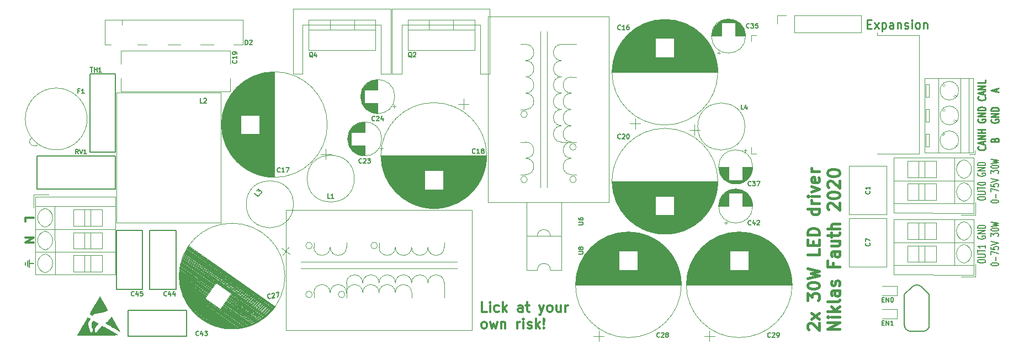
<source format=gbr>
G04 #@! TF.GenerationSoftware,KiCad,Pcbnew,5.1.4+dfsg1-1*
G04 #@! TF.CreationDate,2020-03-15T01:21:55+01:00*
G04 #@! TF.ProjectId,led-multiott,6c65642d-6d75-46c7-9469-6f74742e6b69,rev?*
G04 #@! TF.SameCoordinates,Original*
G04 #@! TF.FileFunction,Legend,Top*
G04 #@! TF.FilePolarity,Positive*
%FSLAX46Y46*%
G04 Gerber Fmt 4.6, Leading zero omitted, Abs format (unit mm)*
G04 Created by KiCad (PCBNEW 5.1.4+dfsg1-1) date 2020-03-15 01:21:55*
%MOMM*%
%LPD*%
G04 APERTURE LIST*
%ADD10C,0.400000*%
%ADD11C,0.300000*%
%ADD12C,0.200000*%
%ADD13C,0.225000*%
%ADD14C,0.250000*%
%ADD15C,0.150000*%
%ADD16C,0.120000*%
%ADD17C,0.010000*%
%ADD18C,0.127000*%
G04 APERTURE END LIST*
D10*
X220385714Y-98397142D02*
X220300000Y-98311428D01*
X220214285Y-98140000D01*
X220214285Y-97711428D01*
X220300000Y-97540000D01*
X220385714Y-97454285D01*
X220557142Y-97368571D01*
X220728571Y-97368571D01*
X220985714Y-97454285D01*
X222014285Y-98482857D01*
X222014285Y-97368571D01*
X222014285Y-96768571D02*
X220814285Y-95825714D01*
X220814285Y-96768571D02*
X222014285Y-95825714D01*
X220214285Y-93940000D02*
X220214285Y-92825714D01*
X220900000Y-93425714D01*
X220900000Y-93168571D01*
X220985714Y-92997142D01*
X221071428Y-92911428D01*
X221242857Y-92825714D01*
X221671428Y-92825714D01*
X221842857Y-92911428D01*
X221928571Y-92997142D01*
X222014285Y-93168571D01*
X222014285Y-93682857D01*
X221928571Y-93854285D01*
X221842857Y-93940000D01*
X220214285Y-91711428D02*
X220214285Y-91540000D01*
X220300000Y-91368571D01*
X220385714Y-91282857D01*
X220557142Y-91197142D01*
X220900000Y-91111428D01*
X221328571Y-91111428D01*
X221671428Y-91197142D01*
X221842857Y-91282857D01*
X221928571Y-91368571D01*
X222014285Y-91540000D01*
X222014285Y-91711428D01*
X221928571Y-91882857D01*
X221842857Y-91968571D01*
X221671428Y-92054285D01*
X221328571Y-92140000D01*
X220900000Y-92140000D01*
X220557142Y-92054285D01*
X220385714Y-91968571D01*
X220300000Y-91882857D01*
X220214285Y-91711428D01*
X220214285Y-90511428D02*
X222014285Y-90082857D01*
X220728571Y-89740000D01*
X222014285Y-89397142D01*
X220214285Y-88968571D01*
X222014285Y-86054285D02*
X222014285Y-86911428D01*
X220214285Y-86911428D01*
X221071428Y-85454285D02*
X221071428Y-84854285D01*
X222014285Y-84597142D02*
X222014285Y-85454285D01*
X220214285Y-85454285D01*
X220214285Y-84597142D01*
X222014285Y-83825714D02*
X220214285Y-83825714D01*
X220214285Y-83397142D01*
X220300000Y-83140000D01*
X220471428Y-82968571D01*
X220642857Y-82882857D01*
X220985714Y-82797142D01*
X221242857Y-82797142D01*
X221585714Y-82882857D01*
X221757142Y-82968571D01*
X221928571Y-83140000D01*
X222014285Y-83397142D01*
X222014285Y-83825714D01*
X222014285Y-79882857D02*
X220214285Y-79882857D01*
X221928571Y-79882857D02*
X222014285Y-80054285D01*
X222014285Y-80397142D01*
X221928571Y-80568571D01*
X221842857Y-80654285D01*
X221671428Y-80740000D01*
X221157142Y-80740000D01*
X220985714Y-80654285D01*
X220900000Y-80568571D01*
X220814285Y-80397142D01*
X220814285Y-80054285D01*
X220900000Y-79882857D01*
X222014285Y-79025714D02*
X220814285Y-79025714D01*
X221157142Y-79025714D02*
X220985714Y-78940000D01*
X220900000Y-78854285D01*
X220814285Y-78682857D01*
X220814285Y-78511428D01*
X222014285Y-77911428D02*
X220814285Y-77911428D01*
X220214285Y-77911428D02*
X220300000Y-77997142D01*
X220385714Y-77911428D01*
X220300000Y-77825714D01*
X220214285Y-77911428D01*
X220385714Y-77911428D01*
X220814285Y-77225714D02*
X222014285Y-76797142D01*
X220814285Y-76368571D01*
X221928571Y-74997142D02*
X222014285Y-75168571D01*
X222014285Y-75511428D01*
X221928571Y-75682857D01*
X221757142Y-75768571D01*
X221071428Y-75768571D01*
X220900000Y-75682857D01*
X220814285Y-75511428D01*
X220814285Y-75168571D01*
X220900000Y-74997142D01*
X221071428Y-74911428D01*
X221242857Y-74911428D01*
X221414285Y-75768571D01*
X222014285Y-74140000D02*
X220814285Y-74140000D01*
X221157142Y-74140000D02*
X220985714Y-74054285D01*
X220900000Y-73968571D01*
X220814285Y-73797142D01*
X220814285Y-73625714D01*
X225114285Y-98311428D02*
X223314285Y-98311428D01*
X225114285Y-97282857D01*
X223314285Y-97282857D01*
X225114285Y-96425714D02*
X223914285Y-96425714D01*
X223314285Y-96425714D02*
X223400000Y-96511428D01*
X223485714Y-96425714D01*
X223400000Y-96340000D01*
X223314285Y-96425714D01*
X223485714Y-96425714D01*
X225114285Y-95568571D02*
X223314285Y-95568571D01*
X224428571Y-95397142D02*
X225114285Y-94882857D01*
X223914285Y-94882857D02*
X224600000Y-95568571D01*
X225114285Y-93854285D02*
X225028571Y-94025714D01*
X224857142Y-94111428D01*
X223314285Y-94111428D01*
X225114285Y-92397142D02*
X224171428Y-92397142D01*
X224000000Y-92482857D01*
X223914285Y-92654285D01*
X223914285Y-92997142D01*
X224000000Y-93168571D01*
X225028571Y-92397142D02*
X225114285Y-92568571D01*
X225114285Y-92997142D01*
X225028571Y-93168571D01*
X224857142Y-93254285D01*
X224685714Y-93254285D01*
X224514285Y-93168571D01*
X224428571Y-92997142D01*
X224428571Y-92568571D01*
X224342857Y-92397142D01*
X225028571Y-91625714D02*
X225114285Y-91454285D01*
X225114285Y-91111428D01*
X225028571Y-90940000D01*
X224857142Y-90854285D01*
X224771428Y-90854285D01*
X224600000Y-90940000D01*
X224514285Y-91111428D01*
X224514285Y-91368571D01*
X224428571Y-91540000D01*
X224257142Y-91625714D01*
X224171428Y-91625714D01*
X224000000Y-91540000D01*
X223914285Y-91368571D01*
X223914285Y-91111428D01*
X224000000Y-90940000D01*
X224171428Y-88111428D02*
X224171428Y-88711428D01*
X225114285Y-88711428D02*
X223314285Y-88711428D01*
X223314285Y-87854285D01*
X225114285Y-86397142D02*
X224171428Y-86397142D01*
X224000000Y-86482857D01*
X223914285Y-86654285D01*
X223914285Y-86997142D01*
X224000000Y-87168571D01*
X225028571Y-86397142D02*
X225114285Y-86568571D01*
X225114285Y-86997142D01*
X225028571Y-87168571D01*
X224857142Y-87254285D01*
X224685714Y-87254285D01*
X224514285Y-87168571D01*
X224428571Y-86997142D01*
X224428571Y-86568571D01*
X224342857Y-86397142D01*
X223914285Y-84768571D02*
X225114285Y-84768571D01*
X223914285Y-85540000D02*
X224857142Y-85540000D01*
X225028571Y-85454285D01*
X225114285Y-85282857D01*
X225114285Y-85025714D01*
X225028571Y-84854285D01*
X224942857Y-84768571D01*
X223914285Y-84168571D02*
X223914285Y-83482857D01*
X223314285Y-83911428D02*
X224857142Y-83911428D01*
X225028571Y-83825714D01*
X225114285Y-83654285D01*
X225114285Y-83482857D01*
X225114285Y-82882857D02*
X223314285Y-82882857D01*
X225114285Y-82111428D02*
X224171428Y-82111428D01*
X224000000Y-82197142D01*
X223914285Y-82368571D01*
X223914285Y-82625714D01*
X224000000Y-82797142D01*
X224085714Y-82882857D01*
X223485714Y-79968571D02*
X223400000Y-79882857D01*
X223314285Y-79711428D01*
X223314285Y-79282857D01*
X223400000Y-79111428D01*
X223485714Y-79025714D01*
X223657142Y-78940000D01*
X223828571Y-78940000D01*
X224085714Y-79025714D01*
X225114285Y-80054285D01*
X225114285Y-78940000D01*
X223314285Y-77825714D02*
X223314285Y-77654285D01*
X223400000Y-77482857D01*
X223485714Y-77397142D01*
X223657142Y-77311428D01*
X224000000Y-77225714D01*
X224428571Y-77225714D01*
X224771428Y-77311428D01*
X224942857Y-77397142D01*
X225028571Y-77482857D01*
X225114285Y-77654285D01*
X225114285Y-77825714D01*
X225028571Y-77997142D01*
X224942857Y-78082857D01*
X224771428Y-78168571D01*
X224428571Y-78254285D01*
X224000000Y-78254285D01*
X223657142Y-78168571D01*
X223485714Y-78082857D01*
X223400000Y-77997142D01*
X223314285Y-77825714D01*
X223485714Y-76540000D02*
X223400000Y-76454285D01*
X223314285Y-76282857D01*
X223314285Y-75854285D01*
X223400000Y-75682857D01*
X223485714Y-75597142D01*
X223657142Y-75511428D01*
X223828571Y-75511428D01*
X224085714Y-75597142D01*
X225114285Y-76625714D01*
X225114285Y-75511428D01*
X223314285Y-74397142D02*
X223314285Y-74225714D01*
X223400000Y-74054285D01*
X223485714Y-73968571D01*
X223657142Y-73882857D01*
X224000000Y-73797142D01*
X224428571Y-73797142D01*
X224771428Y-73882857D01*
X224942857Y-73968571D01*
X225028571Y-74054285D01*
X225114285Y-74225714D01*
X225114285Y-74397142D01*
X225028571Y-74568571D01*
X224942857Y-74654285D01*
X224771428Y-74740000D01*
X224428571Y-74825714D01*
X224000000Y-74825714D01*
X223657142Y-74740000D01*
X223485714Y-74654285D01*
X223400000Y-74568571D01*
X223314285Y-74397142D01*
D11*
X171016428Y-95653571D02*
X170302142Y-95653571D01*
X170302142Y-94153571D01*
X171516428Y-95653571D02*
X171516428Y-94653571D01*
X171516428Y-94153571D02*
X171445000Y-94225000D01*
X171516428Y-94296428D01*
X171587857Y-94225000D01*
X171516428Y-94153571D01*
X171516428Y-94296428D01*
X172873571Y-95582142D02*
X172730714Y-95653571D01*
X172445000Y-95653571D01*
X172302142Y-95582142D01*
X172230714Y-95510714D01*
X172159285Y-95367857D01*
X172159285Y-94939285D01*
X172230714Y-94796428D01*
X172302142Y-94725000D01*
X172445000Y-94653571D01*
X172730714Y-94653571D01*
X172873571Y-94725000D01*
X173516428Y-95653571D02*
X173516428Y-94153571D01*
X173659285Y-95082142D02*
X174087857Y-95653571D01*
X174087857Y-94653571D02*
X173516428Y-95225000D01*
X176516428Y-95653571D02*
X176516428Y-94867857D01*
X176445000Y-94725000D01*
X176302142Y-94653571D01*
X176016428Y-94653571D01*
X175873571Y-94725000D01*
X176516428Y-95582142D02*
X176373571Y-95653571D01*
X176016428Y-95653571D01*
X175873571Y-95582142D01*
X175802142Y-95439285D01*
X175802142Y-95296428D01*
X175873571Y-95153571D01*
X176016428Y-95082142D01*
X176373571Y-95082142D01*
X176516428Y-95010714D01*
X177016428Y-94653571D02*
X177587857Y-94653571D01*
X177230714Y-94153571D02*
X177230714Y-95439285D01*
X177302142Y-95582142D01*
X177445000Y-95653571D01*
X177587857Y-95653571D01*
X179087857Y-94653571D02*
X179445000Y-95653571D01*
X179802142Y-94653571D02*
X179445000Y-95653571D01*
X179302142Y-96010714D01*
X179230714Y-96082142D01*
X179087857Y-96153571D01*
X180587857Y-95653571D02*
X180445000Y-95582142D01*
X180373571Y-95510714D01*
X180302142Y-95367857D01*
X180302142Y-94939285D01*
X180373571Y-94796428D01*
X180445000Y-94725000D01*
X180587857Y-94653571D01*
X180802142Y-94653571D01*
X180945000Y-94725000D01*
X181016428Y-94796428D01*
X181087857Y-94939285D01*
X181087857Y-95367857D01*
X181016428Y-95510714D01*
X180945000Y-95582142D01*
X180802142Y-95653571D01*
X180587857Y-95653571D01*
X182373571Y-94653571D02*
X182373571Y-95653571D01*
X181730714Y-94653571D02*
X181730714Y-95439285D01*
X181802142Y-95582142D01*
X181945000Y-95653571D01*
X182159285Y-95653571D01*
X182302142Y-95582142D01*
X182373571Y-95510714D01*
X183087857Y-95653571D02*
X183087857Y-94653571D01*
X183087857Y-94939285D02*
X183159285Y-94796428D01*
X183230714Y-94725000D01*
X183373571Y-94653571D01*
X183516428Y-94653571D01*
X170516428Y-98203571D02*
X170373571Y-98132142D01*
X170302142Y-98060714D01*
X170230714Y-97917857D01*
X170230714Y-97489285D01*
X170302142Y-97346428D01*
X170373571Y-97275000D01*
X170516428Y-97203571D01*
X170730714Y-97203571D01*
X170873571Y-97275000D01*
X170945000Y-97346428D01*
X171016428Y-97489285D01*
X171016428Y-97917857D01*
X170945000Y-98060714D01*
X170873571Y-98132142D01*
X170730714Y-98203571D01*
X170516428Y-98203571D01*
X171516428Y-97203571D02*
X171802142Y-98203571D01*
X172087857Y-97489285D01*
X172373571Y-98203571D01*
X172659285Y-97203571D01*
X173230714Y-97203571D02*
X173230714Y-98203571D01*
X173230714Y-97346428D02*
X173302142Y-97275000D01*
X173445000Y-97203571D01*
X173659285Y-97203571D01*
X173802142Y-97275000D01*
X173873571Y-97417857D01*
X173873571Y-98203571D01*
X175730714Y-98203571D02*
X175730714Y-97203571D01*
X175730714Y-97489285D02*
X175802142Y-97346428D01*
X175873571Y-97275000D01*
X176016428Y-97203571D01*
X176159285Y-97203571D01*
X176659285Y-98203571D02*
X176659285Y-97203571D01*
X176659285Y-96703571D02*
X176587857Y-96775000D01*
X176659285Y-96846428D01*
X176730714Y-96775000D01*
X176659285Y-96703571D01*
X176659285Y-96846428D01*
X177302142Y-98132142D02*
X177445000Y-98203571D01*
X177730714Y-98203571D01*
X177873571Y-98132142D01*
X177945000Y-97989285D01*
X177945000Y-97917857D01*
X177873571Y-97775000D01*
X177730714Y-97703571D01*
X177516428Y-97703571D01*
X177373571Y-97632142D01*
X177302142Y-97489285D01*
X177302142Y-97417857D01*
X177373571Y-97275000D01*
X177516428Y-97203571D01*
X177730714Y-97203571D01*
X177873571Y-97275000D01*
X178587857Y-98203571D02*
X178587857Y-96703571D01*
X178730714Y-97632142D02*
X179159285Y-98203571D01*
X179159285Y-97203571D02*
X178587857Y-97775000D01*
X179802142Y-98060714D02*
X179873571Y-98132142D01*
X179802142Y-98203571D01*
X179730714Y-98132142D01*
X179802142Y-98060714D01*
X179802142Y-98203571D01*
X179802142Y-97632142D02*
X179730714Y-96775000D01*
X179802142Y-96703571D01*
X179873571Y-96775000D01*
X179802142Y-97632142D01*
X179802142Y-96703571D01*
D12*
X246342857Y-78304761D02*
X246342857Y-78152380D01*
X246400000Y-78076190D01*
X246514285Y-78000000D01*
X246742857Y-77961904D01*
X247142857Y-77961904D01*
X247371428Y-78000000D01*
X247485714Y-78076190D01*
X247542857Y-78152380D01*
X247542857Y-78304761D01*
X247485714Y-78380952D01*
X247371428Y-78457142D01*
X247142857Y-78495238D01*
X246742857Y-78495238D01*
X246514285Y-78457142D01*
X246400000Y-78380952D01*
X246342857Y-78304761D01*
X246342857Y-77619047D02*
X247314285Y-77619047D01*
X247428571Y-77580952D01*
X247485714Y-77542857D01*
X247542857Y-77466666D01*
X247542857Y-77314285D01*
X247485714Y-77238095D01*
X247428571Y-77200000D01*
X247314285Y-77161904D01*
X246342857Y-77161904D01*
X246342857Y-76895238D02*
X246342857Y-76438095D01*
X247542857Y-76666666D02*
X246342857Y-76666666D01*
X246342857Y-76019047D02*
X246342857Y-75942857D01*
X246400000Y-75866666D01*
X246457142Y-75828571D01*
X246571428Y-75790476D01*
X246800000Y-75752380D01*
X247085714Y-75752380D01*
X247314285Y-75790476D01*
X247428571Y-75828571D01*
X247485714Y-75866666D01*
X247542857Y-75942857D01*
X247542857Y-76019047D01*
X247485714Y-76095238D01*
X247428571Y-76133333D01*
X247314285Y-76171428D01*
X247085714Y-76209523D01*
X246800000Y-76209523D01*
X246571428Y-76171428D01*
X246457142Y-76133333D01*
X246400000Y-76095238D01*
X246342857Y-76019047D01*
X246400000Y-74380952D02*
X246342857Y-74457142D01*
X246342857Y-74571428D01*
X246400000Y-74685714D01*
X246514285Y-74761904D01*
X246628571Y-74800000D01*
X246857142Y-74838095D01*
X247028571Y-74838095D01*
X247257142Y-74800000D01*
X247371428Y-74761904D01*
X247485714Y-74685714D01*
X247542857Y-74571428D01*
X247542857Y-74495238D01*
X247485714Y-74380952D01*
X247428571Y-74342857D01*
X247028571Y-74342857D01*
X247028571Y-74495238D01*
X247542857Y-74000000D02*
X246342857Y-74000000D01*
X247542857Y-73542857D01*
X246342857Y-73542857D01*
X247542857Y-73161904D02*
X246342857Y-73161904D01*
X246342857Y-72971428D01*
X246400000Y-72857142D01*
X246514285Y-72780952D01*
X246628571Y-72742857D01*
X246857142Y-72704761D01*
X247028571Y-72704761D01*
X247257142Y-72742857D01*
X247371428Y-72780952D01*
X247485714Y-72857142D01*
X247542857Y-72971428D01*
X247542857Y-73161904D01*
X248342857Y-78761904D02*
X248342857Y-78685714D01*
X248400000Y-78609523D01*
X248457142Y-78571428D01*
X248571428Y-78533333D01*
X248800000Y-78495238D01*
X249085714Y-78495238D01*
X249314285Y-78533333D01*
X249428571Y-78571428D01*
X249485714Y-78609523D01*
X249542857Y-78685714D01*
X249542857Y-78761904D01*
X249485714Y-78838095D01*
X249428571Y-78876190D01*
X249314285Y-78914285D01*
X249085714Y-78952380D01*
X248800000Y-78952380D01*
X248571428Y-78914285D01*
X248457142Y-78876190D01*
X248400000Y-78838095D01*
X248342857Y-78761904D01*
X249085714Y-78152380D02*
X249085714Y-77542857D01*
X248342857Y-77238095D02*
X248342857Y-76704761D01*
X249542857Y-77047619D01*
X248342857Y-76019047D02*
X248342857Y-76400000D01*
X248914285Y-76438095D01*
X248857142Y-76400000D01*
X248800000Y-76323809D01*
X248800000Y-76133333D01*
X248857142Y-76057142D01*
X248914285Y-76019047D01*
X249028571Y-75980952D01*
X249314285Y-75980952D01*
X249428571Y-76019047D01*
X249485714Y-76057142D01*
X249542857Y-76133333D01*
X249542857Y-76323809D01*
X249485714Y-76400000D01*
X249428571Y-76438095D01*
X248342857Y-75752380D02*
X249542857Y-75485714D01*
X248342857Y-75219047D01*
X248342857Y-74419047D02*
X248342857Y-73923809D01*
X248800000Y-74190476D01*
X248800000Y-74076190D01*
X248857142Y-74000000D01*
X248914285Y-73961904D01*
X249028571Y-73923809D01*
X249314285Y-73923809D01*
X249428571Y-73961904D01*
X249485714Y-74000000D01*
X249542857Y-74076190D01*
X249542857Y-74304761D01*
X249485714Y-74380952D01*
X249428571Y-74419047D01*
X248342857Y-73428571D02*
X248342857Y-73352380D01*
X248400000Y-73276190D01*
X248457142Y-73238095D01*
X248571428Y-73200000D01*
X248800000Y-73161904D01*
X249085714Y-73161904D01*
X249314285Y-73200000D01*
X249428571Y-73238095D01*
X249485714Y-73276190D01*
X249542857Y-73352380D01*
X249542857Y-73428571D01*
X249485714Y-73504761D01*
X249428571Y-73542857D01*
X249314285Y-73580952D01*
X249085714Y-73619047D01*
X248800000Y-73619047D01*
X248571428Y-73580952D01*
X248457142Y-73542857D01*
X248400000Y-73504761D01*
X248342857Y-73428571D01*
X248342857Y-72895238D02*
X249542857Y-72704761D01*
X248685714Y-72552380D01*
X249542857Y-72400000D01*
X248342857Y-72209523D01*
X246342857Y-87954761D02*
X246342857Y-87802380D01*
X246400000Y-87726190D01*
X246514285Y-87650000D01*
X246742857Y-87611904D01*
X247142857Y-87611904D01*
X247371428Y-87650000D01*
X247485714Y-87726190D01*
X247542857Y-87802380D01*
X247542857Y-87954761D01*
X247485714Y-88030952D01*
X247371428Y-88107142D01*
X247142857Y-88145238D01*
X246742857Y-88145238D01*
X246514285Y-88107142D01*
X246400000Y-88030952D01*
X246342857Y-87954761D01*
X246342857Y-87269047D02*
X247314285Y-87269047D01*
X247428571Y-87230952D01*
X247485714Y-87192857D01*
X247542857Y-87116666D01*
X247542857Y-86964285D01*
X247485714Y-86888095D01*
X247428571Y-86850000D01*
X247314285Y-86811904D01*
X246342857Y-86811904D01*
X246342857Y-86545238D02*
X246342857Y-86088095D01*
X247542857Y-86316666D02*
X246342857Y-86316666D01*
X247542857Y-85402380D02*
X247542857Y-85859523D01*
X247542857Y-85630952D02*
X246342857Y-85630952D01*
X246514285Y-85707142D01*
X246628571Y-85783333D01*
X246685714Y-85859523D01*
X246400000Y-84030952D02*
X246342857Y-84107142D01*
X246342857Y-84221428D01*
X246400000Y-84335714D01*
X246514285Y-84411904D01*
X246628571Y-84450000D01*
X246857142Y-84488095D01*
X247028571Y-84488095D01*
X247257142Y-84450000D01*
X247371428Y-84411904D01*
X247485714Y-84335714D01*
X247542857Y-84221428D01*
X247542857Y-84145238D01*
X247485714Y-84030952D01*
X247428571Y-83992857D01*
X247028571Y-83992857D01*
X247028571Y-84145238D01*
X247542857Y-83650000D02*
X246342857Y-83650000D01*
X247542857Y-83192857D01*
X246342857Y-83192857D01*
X247542857Y-82811904D02*
X246342857Y-82811904D01*
X246342857Y-82621428D01*
X246400000Y-82507142D01*
X246514285Y-82430952D01*
X246628571Y-82392857D01*
X246857142Y-82354761D01*
X247028571Y-82354761D01*
X247257142Y-82392857D01*
X247371428Y-82430952D01*
X247485714Y-82507142D01*
X247542857Y-82621428D01*
X247542857Y-82811904D01*
X248342857Y-88411904D02*
X248342857Y-88335714D01*
X248400000Y-88259523D01*
X248457142Y-88221428D01*
X248571428Y-88183333D01*
X248800000Y-88145238D01*
X249085714Y-88145238D01*
X249314285Y-88183333D01*
X249428571Y-88221428D01*
X249485714Y-88259523D01*
X249542857Y-88335714D01*
X249542857Y-88411904D01*
X249485714Y-88488095D01*
X249428571Y-88526190D01*
X249314285Y-88564285D01*
X249085714Y-88602380D01*
X248800000Y-88602380D01*
X248571428Y-88564285D01*
X248457142Y-88526190D01*
X248400000Y-88488095D01*
X248342857Y-88411904D01*
X249085714Y-87802380D02*
X249085714Y-87192857D01*
X248342857Y-86888095D02*
X248342857Y-86354761D01*
X249542857Y-86697619D01*
X248342857Y-85669047D02*
X248342857Y-86050000D01*
X248914285Y-86088095D01*
X248857142Y-86050000D01*
X248800000Y-85973809D01*
X248800000Y-85783333D01*
X248857142Y-85707142D01*
X248914285Y-85669047D01*
X249028571Y-85630952D01*
X249314285Y-85630952D01*
X249428571Y-85669047D01*
X249485714Y-85707142D01*
X249542857Y-85783333D01*
X249542857Y-85973809D01*
X249485714Y-86050000D01*
X249428571Y-86088095D01*
X248342857Y-85402380D02*
X249542857Y-85135714D01*
X248342857Y-84869047D01*
X248342857Y-84069047D02*
X248342857Y-83573809D01*
X248800000Y-83840476D01*
X248800000Y-83726190D01*
X248857142Y-83650000D01*
X248914285Y-83611904D01*
X249028571Y-83573809D01*
X249314285Y-83573809D01*
X249428571Y-83611904D01*
X249485714Y-83650000D01*
X249542857Y-83726190D01*
X249542857Y-83954761D01*
X249485714Y-84030952D01*
X249428571Y-84069047D01*
X248342857Y-83078571D02*
X248342857Y-83002380D01*
X248400000Y-82926190D01*
X248457142Y-82888095D01*
X248571428Y-82850000D01*
X248800000Y-82811904D01*
X249085714Y-82811904D01*
X249314285Y-82850000D01*
X249428571Y-82888095D01*
X249485714Y-82926190D01*
X249542857Y-83002380D01*
X249542857Y-83078571D01*
X249485714Y-83154761D01*
X249428571Y-83192857D01*
X249314285Y-83230952D01*
X249085714Y-83269047D01*
X248800000Y-83269047D01*
X248571428Y-83230952D01*
X248457142Y-83192857D01*
X248400000Y-83154761D01*
X248342857Y-83078571D01*
X248342857Y-82545238D02*
X249542857Y-82354761D01*
X248685714Y-82202380D01*
X249542857Y-82050000D01*
X248342857Y-81859523D01*
D13*
X247416071Y-70278571D02*
X247473214Y-70321428D01*
X247530357Y-70450000D01*
X247530357Y-70535714D01*
X247473214Y-70664285D01*
X247358928Y-70750000D01*
X247244642Y-70792857D01*
X247016071Y-70835714D01*
X246844642Y-70835714D01*
X246616071Y-70792857D01*
X246501785Y-70750000D01*
X246387500Y-70664285D01*
X246330357Y-70535714D01*
X246330357Y-70450000D01*
X246387500Y-70321428D01*
X246444642Y-70278571D01*
X247187500Y-69935714D02*
X247187500Y-69507142D01*
X247530357Y-70021428D02*
X246330357Y-69721428D01*
X247530357Y-69421428D01*
X247530357Y-69121428D02*
X246330357Y-69121428D01*
X247530357Y-68607142D01*
X246330357Y-68607142D01*
X247530357Y-68178571D02*
X246330357Y-68178571D01*
X246901785Y-68178571D02*
X246901785Y-67664285D01*
X247530357Y-67664285D02*
X246330357Y-67664285D01*
X246387500Y-66078571D02*
X246330357Y-66164285D01*
X246330357Y-66292857D01*
X246387500Y-66421428D01*
X246501785Y-66507142D01*
X246616071Y-66550000D01*
X246844642Y-66592857D01*
X247016071Y-66592857D01*
X247244642Y-66550000D01*
X247358928Y-66507142D01*
X247473214Y-66421428D01*
X247530357Y-66292857D01*
X247530357Y-66207142D01*
X247473214Y-66078571D01*
X247416071Y-66035714D01*
X247016071Y-66035714D01*
X247016071Y-66207142D01*
X247530357Y-65650000D02*
X246330357Y-65650000D01*
X247530357Y-65135714D01*
X246330357Y-65135714D01*
X247530357Y-64707142D02*
X246330357Y-64707142D01*
X246330357Y-64492857D01*
X246387500Y-64364285D01*
X246501785Y-64278571D01*
X246616071Y-64235714D01*
X246844642Y-64192857D01*
X247016071Y-64192857D01*
X247244642Y-64235714D01*
X247358928Y-64278571D01*
X247473214Y-64364285D01*
X247530357Y-64492857D01*
X247530357Y-64707142D01*
X247416071Y-62607142D02*
X247473214Y-62650000D01*
X247530357Y-62778571D01*
X247530357Y-62864285D01*
X247473214Y-62992857D01*
X247358928Y-63078571D01*
X247244642Y-63121428D01*
X247016071Y-63164285D01*
X246844642Y-63164285D01*
X246616071Y-63121428D01*
X246501785Y-63078571D01*
X246387500Y-62992857D01*
X246330357Y-62864285D01*
X246330357Y-62778571D01*
X246387500Y-62650000D01*
X246444642Y-62607142D01*
X247187500Y-62264285D02*
X247187500Y-61835714D01*
X247530357Y-62350000D02*
X246330357Y-62050000D01*
X247530357Y-61750000D01*
X247530357Y-61450000D02*
X246330357Y-61450000D01*
X247530357Y-60935714D01*
X246330357Y-60935714D01*
X247530357Y-60078571D02*
X247530357Y-60507142D01*
X246330357Y-60507142D01*
X248926785Y-69250000D02*
X248983928Y-69121428D01*
X249041071Y-69078571D01*
X249155357Y-69035714D01*
X249326785Y-69035714D01*
X249441071Y-69078571D01*
X249498214Y-69121428D01*
X249555357Y-69207142D01*
X249555357Y-69550000D01*
X248355357Y-69550000D01*
X248355357Y-69250000D01*
X248412500Y-69164285D01*
X248469642Y-69121428D01*
X248583928Y-69078571D01*
X248698214Y-69078571D01*
X248812500Y-69121428D01*
X248869642Y-69164285D01*
X248926785Y-69250000D01*
X248926785Y-69550000D01*
X248412500Y-66121428D02*
X248355357Y-66207142D01*
X248355357Y-66335714D01*
X248412500Y-66464285D01*
X248526785Y-66550000D01*
X248641071Y-66592857D01*
X248869642Y-66635714D01*
X249041071Y-66635714D01*
X249269642Y-66592857D01*
X249383928Y-66550000D01*
X249498214Y-66464285D01*
X249555357Y-66335714D01*
X249555357Y-66250000D01*
X249498214Y-66121428D01*
X249441071Y-66078571D01*
X249041071Y-66078571D01*
X249041071Y-66250000D01*
X249555357Y-65692857D02*
X248355357Y-65692857D01*
X249555357Y-65178571D01*
X248355357Y-65178571D01*
X249555357Y-64750000D02*
X248355357Y-64750000D01*
X248355357Y-64535714D01*
X248412500Y-64407142D01*
X248526785Y-64321428D01*
X248641071Y-64278571D01*
X248869642Y-64235714D01*
X249041071Y-64235714D01*
X249269642Y-64278571D01*
X249383928Y-64321428D01*
X249498214Y-64407142D01*
X249555357Y-64535714D01*
X249555357Y-64750000D01*
X249212500Y-61835714D02*
X249212500Y-61407142D01*
X249555357Y-61921428D02*
X248355357Y-61621428D01*
X249555357Y-61321428D01*
D14*
X229419047Y-51457142D02*
X229852380Y-51457142D01*
X230038095Y-52138095D02*
X229419047Y-52138095D01*
X229419047Y-50838095D01*
X230038095Y-50838095D01*
X230471428Y-52138095D02*
X231152380Y-51271428D01*
X230471428Y-51271428D02*
X231152380Y-52138095D01*
X231647619Y-51271428D02*
X231647619Y-52571428D01*
X231647619Y-51333333D02*
X231771428Y-51271428D01*
X232019047Y-51271428D01*
X232142857Y-51333333D01*
X232204761Y-51395238D01*
X232266666Y-51519047D01*
X232266666Y-51890476D01*
X232204761Y-52014285D01*
X232142857Y-52076190D01*
X232019047Y-52138095D01*
X231771428Y-52138095D01*
X231647619Y-52076190D01*
X233380952Y-52138095D02*
X233380952Y-51457142D01*
X233319047Y-51333333D01*
X233195238Y-51271428D01*
X232947619Y-51271428D01*
X232823809Y-51333333D01*
X233380952Y-52076190D02*
X233257142Y-52138095D01*
X232947619Y-52138095D01*
X232823809Y-52076190D01*
X232761904Y-51952380D01*
X232761904Y-51828571D01*
X232823809Y-51704761D01*
X232947619Y-51642857D01*
X233257142Y-51642857D01*
X233380952Y-51580952D01*
X234000000Y-51271428D02*
X234000000Y-52138095D01*
X234000000Y-51395238D02*
X234061904Y-51333333D01*
X234185714Y-51271428D01*
X234371428Y-51271428D01*
X234495238Y-51333333D01*
X234557142Y-51457142D01*
X234557142Y-52138095D01*
X235114285Y-52076190D02*
X235238095Y-52138095D01*
X235485714Y-52138095D01*
X235609523Y-52076190D01*
X235671428Y-51952380D01*
X235671428Y-51890476D01*
X235609523Y-51766666D01*
X235485714Y-51704761D01*
X235300000Y-51704761D01*
X235176190Y-51642857D01*
X235114285Y-51519047D01*
X235114285Y-51457142D01*
X235176190Y-51333333D01*
X235300000Y-51271428D01*
X235485714Y-51271428D01*
X235609523Y-51333333D01*
X236228571Y-52138095D02*
X236228571Y-51271428D01*
X236228571Y-50838095D02*
X236166666Y-50900000D01*
X236228571Y-50961904D01*
X236290476Y-50900000D01*
X236228571Y-50838095D01*
X236228571Y-50961904D01*
X237033333Y-52138095D02*
X236909523Y-52076190D01*
X236847619Y-52014285D01*
X236785714Y-51890476D01*
X236785714Y-51519047D01*
X236847619Y-51395238D01*
X236909523Y-51333333D01*
X237033333Y-51271428D01*
X237219047Y-51271428D01*
X237342857Y-51333333D01*
X237404761Y-51395238D01*
X237466666Y-51519047D01*
X237466666Y-51890476D01*
X237404761Y-52014285D01*
X237342857Y-52076190D01*
X237219047Y-52138095D01*
X237033333Y-52138095D01*
X238023809Y-51271428D02*
X238023809Y-52138095D01*
X238023809Y-51395238D02*
X238085714Y-51333333D01*
X238209523Y-51271428D01*
X238395238Y-51271428D01*
X238519047Y-51333333D01*
X238580952Y-51457142D01*
X238580952Y-52138095D01*
D15*
X100900000Y-87650000D02*
X100900000Y-88850000D01*
X101500000Y-88250000D02*
X100900000Y-88250000D01*
X100600000Y-87850000D02*
X100600000Y-88650000D01*
X100300000Y-88050000D02*
X100300000Y-88450000D01*
D11*
X100261904Y-81830952D02*
X100261904Y-81211904D01*
X101561904Y-81211904D01*
X100261904Y-84245238D02*
X101561904Y-84245238D01*
X100261904Y-84988095D01*
X101561904Y-84988095D01*
D16*
X156300000Y-59100000D02*
X154800000Y-59100000D01*
X142800000Y-59100000D02*
X141300000Y-59100000D01*
X156300000Y-49100000D02*
X156300000Y-59100000D01*
X141300000Y-49100000D02*
X156300000Y-49100000D01*
X142800000Y-51600000D02*
X142800000Y-59100000D01*
X154800000Y-59100000D02*
X154800000Y-51600000D01*
X141300000Y-59100000D02*
X141300000Y-49100000D01*
X154800000Y-51600000D02*
X142800000Y-51600000D01*
X171500000Y-59100000D02*
X170000000Y-59100000D01*
X158000000Y-59100000D02*
X156500000Y-59100000D01*
X171500000Y-49100000D02*
X171500000Y-59100000D01*
X156500000Y-49100000D02*
X171500000Y-49100000D01*
X158000000Y-51600000D02*
X158000000Y-59100000D01*
X170000000Y-59100000D02*
X170000000Y-51600000D01*
X156500000Y-59100000D02*
X156500000Y-49100000D01*
X170000000Y-51600000D02*
X158000000Y-51600000D01*
D17*
G36*
X111664043Y-93335835D02*
G01*
X111687065Y-93373245D01*
X111722534Y-93432514D01*
X111768996Y-93511118D01*
X111824996Y-93606538D01*
X111889081Y-93716250D01*
X111959796Y-93837734D01*
X112035687Y-93968468D01*
X112115299Y-94105930D01*
X112197178Y-94247598D01*
X112279870Y-94390951D01*
X112361921Y-94533467D01*
X112441876Y-94672624D01*
X112518281Y-94805901D01*
X112589682Y-94930776D01*
X112654624Y-95044727D01*
X112711653Y-95145233D01*
X112759315Y-95229772D01*
X112796155Y-95295822D01*
X112820720Y-95340862D01*
X112831554Y-95362370D01*
X112831951Y-95363714D01*
X112818501Y-95381965D01*
X112781114Y-95409882D01*
X112724235Y-95444725D01*
X112652312Y-95483754D01*
X112577015Y-95520843D01*
X112474560Y-95565817D01*
X112366817Y-95606226D01*
X112250073Y-95642969D01*
X112120618Y-95676942D01*
X111974740Y-95709044D01*
X111808726Y-95740173D01*
X111618866Y-95771227D01*
X111422469Y-95800145D01*
X111251834Y-95825800D01*
X111108545Y-95851198D01*
X110989008Y-95877602D01*
X110889630Y-95906273D01*
X110806818Y-95938473D01*
X110736978Y-95975465D01*
X110676518Y-96018512D01*
X110621845Y-96068875D01*
X110604214Y-96087583D01*
X110566000Y-96131139D01*
X110537732Y-96166682D01*
X110524618Y-96187583D01*
X110524268Y-96189297D01*
X110519680Y-96199806D01*
X110503758Y-96199924D01*
X110473266Y-96188254D01*
X110424968Y-96163396D01*
X110355627Y-96123952D01*
X110307439Y-96095587D01*
X110235583Y-96051247D01*
X110179742Y-96013279D01*
X110143667Y-95984416D01*
X110131113Y-95967388D01*
X110131121Y-95967264D01*
X110138906Y-95951037D01*
X110160892Y-95910400D01*
X110195803Y-95847567D01*
X110242363Y-95764752D01*
X110299295Y-95664172D01*
X110365323Y-95548040D01*
X110439172Y-95418571D01*
X110519564Y-95277980D01*
X110605224Y-95128482D01*
X110694876Y-94972292D01*
X110787243Y-94811624D01*
X110881049Y-94648693D01*
X110975018Y-94485713D01*
X111067874Y-94324900D01*
X111158340Y-94168468D01*
X111245141Y-94018633D01*
X111327000Y-93877608D01*
X111402641Y-93747609D01*
X111470787Y-93630849D01*
X111530163Y-93529545D01*
X111579493Y-93445911D01*
X111617500Y-93382162D01*
X111642907Y-93340511D01*
X111654440Y-93323175D01*
X111654923Y-93322805D01*
X111664043Y-93335835D01*
X111664043Y-93335835D01*
G37*
X111664043Y-93335835D02*
X111687065Y-93373245D01*
X111722534Y-93432514D01*
X111768996Y-93511118D01*
X111824996Y-93606538D01*
X111889081Y-93716250D01*
X111959796Y-93837734D01*
X112035687Y-93968468D01*
X112115299Y-94105930D01*
X112197178Y-94247598D01*
X112279870Y-94390951D01*
X112361921Y-94533467D01*
X112441876Y-94672624D01*
X112518281Y-94805901D01*
X112589682Y-94930776D01*
X112654624Y-95044727D01*
X112711653Y-95145233D01*
X112759315Y-95229772D01*
X112796155Y-95295822D01*
X112820720Y-95340862D01*
X112831554Y-95362370D01*
X112831951Y-95363714D01*
X112818501Y-95381965D01*
X112781114Y-95409882D01*
X112724235Y-95444725D01*
X112652312Y-95483754D01*
X112577015Y-95520843D01*
X112474560Y-95565817D01*
X112366817Y-95606226D01*
X112250073Y-95642969D01*
X112120618Y-95676942D01*
X111974740Y-95709044D01*
X111808726Y-95740173D01*
X111618866Y-95771227D01*
X111422469Y-95800145D01*
X111251834Y-95825800D01*
X111108545Y-95851198D01*
X110989008Y-95877602D01*
X110889630Y-95906273D01*
X110806818Y-95938473D01*
X110736978Y-95975465D01*
X110676518Y-96018512D01*
X110621845Y-96068875D01*
X110604214Y-96087583D01*
X110566000Y-96131139D01*
X110537732Y-96166682D01*
X110524618Y-96187583D01*
X110524268Y-96189297D01*
X110519680Y-96199806D01*
X110503758Y-96199924D01*
X110473266Y-96188254D01*
X110424968Y-96163396D01*
X110355627Y-96123952D01*
X110307439Y-96095587D01*
X110235583Y-96051247D01*
X110179742Y-96013279D01*
X110143667Y-95984416D01*
X110131113Y-95967388D01*
X110131121Y-95967264D01*
X110138906Y-95951037D01*
X110160892Y-95910400D01*
X110195803Y-95847567D01*
X110242363Y-95764752D01*
X110299295Y-95664172D01*
X110365323Y-95548040D01*
X110439172Y-95418571D01*
X110519564Y-95277980D01*
X110605224Y-95128482D01*
X110694876Y-94972292D01*
X110787243Y-94811624D01*
X110881049Y-94648693D01*
X110975018Y-94485713D01*
X111067874Y-94324900D01*
X111158340Y-94168468D01*
X111245141Y-94018633D01*
X111327000Y-93877608D01*
X111402641Y-93747609D01*
X111470787Y-93630849D01*
X111530163Y-93529545D01*
X111579493Y-93445911D01*
X111617500Y-93382162D01*
X111642907Y-93340511D01*
X111654440Y-93323175D01*
X111654923Y-93322805D01*
X111664043Y-93335835D01*
G36*
X113487528Y-96484619D02*
G01*
X113498908Y-96503693D01*
X113524488Y-96547421D01*
X113563002Y-96613619D01*
X113613186Y-96700102D01*
X113673775Y-96804685D01*
X113743503Y-96925183D01*
X113821107Y-97059412D01*
X113905320Y-97205187D01*
X113994879Y-97360323D01*
X114086998Y-97520000D01*
X114181076Y-97683117D01*
X114271402Y-97839709D01*
X114356665Y-97987506D01*
X114435557Y-98124240D01*
X114506769Y-98247642D01*
X114568991Y-98355444D01*
X114620913Y-98445377D01*
X114661228Y-98515173D01*
X114688624Y-98562564D01*
X114701507Y-98584786D01*
X114722507Y-98622330D01*
X114733925Y-98645831D01*
X114734551Y-98649920D01*
X114720636Y-98642242D01*
X114681941Y-98620203D01*
X114620487Y-98584971D01*
X114538298Y-98537711D01*
X114437396Y-98479589D01*
X114319805Y-98411771D01*
X114187546Y-98335424D01*
X114042642Y-98251714D01*
X113887117Y-98161806D01*
X113722992Y-98066867D01*
X113660549Y-98030732D01*
X113493487Y-97934083D01*
X113334074Y-97841938D01*
X113184355Y-97755475D01*
X113046376Y-97675871D01*
X112922185Y-97604305D01*
X112813827Y-97541955D01*
X112723348Y-97489998D01*
X112652796Y-97449613D01*
X112604215Y-97421978D01*
X112579654Y-97408272D01*
X112577085Y-97406974D01*
X112584569Y-97395220D01*
X112610614Y-97363795D01*
X112652559Y-97315594D01*
X112707746Y-97253510D01*
X112773517Y-97180439D01*
X112847212Y-97099276D01*
X112926173Y-97012916D01*
X113007740Y-96924253D01*
X113089254Y-96836182D01*
X113168057Y-96751599D01*
X113241490Y-96673397D01*
X113306893Y-96604472D01*
X113361608Y-96547719D01*
X113402977Y-96506032D01*
X113417164Y-96492363D01*
X113464180Y-96448201D01*
X113487528Y-96484619D01*
X113487528Y-96484619D01*
G37*
X113487528Y-96484619D02*
X113498908Y-96503693D01*
X113524488Y-96547421D01*
X113563002Y-96613619D01*
X113613186Y-96700102D01*
X113673775Y-96804685D01*
X113743503Y-96925183D01*
X113821107Y-97059412D01*
X113905320Y-97205187D01*
X113994879Y-97360323D01*
X114086998Y-97520000D01*
X114181076Y-97683117D01*
X114271402Y-97839709D01*
X114356665Y-97987506D01*
X114435557Y-98124240D01*
X114506769Y-98247642D01*
X114568991Y-98355444D01*
X114620913Y-98445377D01*
X114661228Y-98515173D01*
X114688624Y-98562564D01*
X114701507Y-98584786D01*
X114722507Y-98622330D01*
X114733925Y-98645831D01*
X114734551Y-98649920D01*
X114720636Y-98642242D01*
X114681941Y-98620203D01*
X114620487Y-98584971D01*
X114538298Y-98537711D01*
X114437396Y-98479589D01*
X114319805Y-98411771D01*
X114187546Y-98335424D01*
X114042642Y-98251714D01*
X113887117Y-98161806D01*
X113722992Y-98066867D01*
X113660549Y-98030732D01*
X113493487Y-97934083D01*
X113334074Y-97841938D01*
X113184355Y-97755475D01*
X113046376Y-97675871D01*
X112922185Y-97604305D01*
X112813827Y-97541955D01*
X112723348Y-97489998D01*
X112652796Y-97449613D01*
X112604215Y-97421978D01*
X112579654Y-97408272D01*
X112577085Y-97406974D01*
X112584569Y-97395220D01*
X112610614Y-97363795D01*
X112652559Y-97315594D01*
X112707746Y-97253510D01*
X112773517Y-97180439D01*
X112847212Y-97099276D01*
X112926173Y-97012916D01*
X113007740Y-96924253D01*
X113089254Y-96836182D01*
X113168057Y-96751599D01*
X113241490Y-96673397D01*
X113306893Y-96604472D01*
X113361608Y-96547719D01*
X113402977Y-96506032D01*
X113417164Y-96492363D01*
X113464180Y-96448201D01*
X113487528Y-96484619D01*
G36*
X109822094Y-96541158D02*
G01*
X109854619Y-96553736D01*
X109904193Y-96578712D01*
X109975374Y-96617876D01*
X109980916Y-96620988D01*
X110046474Y-96658476D01*
X110101798Y-96691319D01*
X110141455Y-96716205D01*
X110160012Y-96729820D01*
X110160531Y-96730487D01*
X110156048Y-96749390D01*
X110135486Y-96791605D01*
X110100183Y-96854832D01*
X110051480Y-96936772D01*
X109990718Y-97035122D01*
X109919236Y-97147585D01*
X109901445Y-97175165D01*
X109855093Y-97251699D01*
X109821342Y-97317556D01*
X109803153Y-97366782D01*
X109801286Y-97376507D01*
X109802115Y-97419312D01*
X109811394Y-97487209D01*
X109827968Y-97575843D01*
X109850680Y-97680859D01*
X109878373Y-97797902D01*
X109909890Y-97922616D01*
X109944075Y-98050645D01*
X109979771Y-98177634D01*
X110015821Y-98299228D01*
X110051068Y-98411072D01*
X110084356Y-98508810D01*
X110114528Y-98588087D01*
X110135561Y-98635122D01*
X110160337Y-98685225D01*
X110183730Y-98733168D01*
X110184997Y-98735793D01*
X110223699Y-98784220D01*
X110280184Y-98816828D01*
X110345939Y-98832454D01*
X110412451Y-98829937D01*
X110471205Y-98808114D01*
X110504258Y-98779382D01*
X110551859Y-98700583D01*
X110586739Y-98602378D01*
X110605877Y-98494779D01*
X110608588Y-98433780D01*
X110597670Y-98319935D01*
X110565624Y-98225660D01*
X110510726Y-98146379D01*
X110493607Y-98128733D01*
X110442661Y-98079235D01*
X110439163Y-97729362D01*
X110435664Y-97379489D01*
X110524818Y-97244531D01*
X110566654Y-97183445D01*
X110606945Y-97128493D01*
X110639943Y-97087336D01*
X110654126Y-97072192D01*
X110694281Y-97034810D01*
X110748665Y-97064098D01*
X110783039Y-97085084D01*
X110801846Y-97101378D01*
X110803049Y-97104307D01*
X110815903Y-97116728D01*
X110837896Y-97125977D01*
X110859150Y-97134313D01*
X110891694Y-97150149D01*
X110938322Y-97175033D01*
X111001829Y-97210509D01*
X111085008Y-97258123D01*
X111190653Y-97319422D01*
X111248062Y-97352932D01*
X111315594Y-97393071D01*
X111359885Y-97421659D01*
X111384855Y-97442039D01*
X111394423Y-97457553D01*
X111392508Y-97471546D01*
X111390911Y-97474796D01*
X111375376Y-97495266D01*
X111342136Y-97533665D01*
X111295062Y-97585696D01*
X111238028Y-97647066D01*
X111188700Y-97699090D01*
X111075030Y-97822567D01*
X110986105Y-97929591D01*
X110921134Y-98021240D01*
X110879321Y-98098588D01*
X110865217Y-98137866D01*
X110859392Y-98172249D01*
X110853375Y-98230899D01*
X110847696Y-98307117D01*
X110842884Y-98394202D01*
X110840619Y-98449268D01*
X110837459Y-98544464D01*
X110836069Y-98614062D01*
X110836858Y-98663409D01*
X110840235Y-98697854D01*
X110846608Y-98722743D01*
X110856387Y-98743425D01*
X110864067Y-98756053D01*
X110908421Y-98804726D01*
X110965574Y-98838645D01*
X111025708Y-98853438D01*
X111070773Y-98848086D01*
X111111576Y-98824930D01*
X111162724Y-98783462D01*
X111217042Y-98730912D01*
X111267357Y-98674516D01*
X111306494Y-98621505D01*
X111320905Y-98595889D01*
X111342491Y-98560814D01*
X111381753Y-98507389D01*
X111435102Y-98439789D01*
X111498952Y-98362190D01*
X111569715Y-98278768D01*
X111643804Y-98193698D01*
X111717632Y-98111155D01*
X111787611Y-98035316D01*
X111850155Y-97970356D01*
X111899260Y-97922669D01*
X111953779Y-97875032D01*
X111999642Y-97839908D01*
X112031811Y-97820949D01*
X112042489Y-97818864D01*
X112058853Y-97827274D01*
X112099671Y-97849846D01*
X112162586Y-97885224D01*
X112245244Y-97932054D01*
X112345289Y-97988981D01*
X112460366Y-98054649D01*
X112588119Y-98127703D01*
X112726194Y-98206788D01*
X112872234Y-98290548D01*
X113023884Y-98377629D01*
X113178790Y-98466676D01*
X113334595Y-98556332D01*
X113488944Y-98645243D01*
X113639482Y-98732054D01*
X113783854Y-98815409D01*
X113919704Y-98893954D01*
X114044677Y-98966333D01*
X114156417Y-99031190D01*
X114252570Y-99087171D01*
X114330779Y-99132920D01*
X114388689Y-99167083D01*
X114423946Y-99188304D01*
X114434165Y-99194963D01*
X114420402Y-99196280D01*
X114377104Y-99197559D01*
X114305714Y-99198796D01*
X114207673Y-99199983D01*
X114084422Y-99201115D01*
X113937403Y-99202186D01*
X113768057Y-99203189D01*
X113577826Y-99204119D01*
X113368151Y-99204968D01*
X113140473Y-99205732D01*
X112896235Y-99206403D01*
X112636877Y-99206976D01*
X112363841Y-99207444D01*
X112078568Y-99207802D01*
X111782500Y-99208042D01*
X111477079Y-99208159D01*
X111348924Y-99208171D01*
X108248970Y-99208171D01*
X108470053Y-98824847D01*
X108516856Y-98743680D01*
X108577102Y-98639166D01*
X108648778Y-98514801D01*
X108729869Y-98374082D01*
X108818362Y-98220503D01*
X108912240Y-98057562D01*
X109009491Y-97888754D01*
X109108100Y-97717575D01*
X109206053Y-97547521D01*
X109230825Y-97504512D01*
X109321152Y-97347857D01*
X109407289Y-97198803D01*
X109487942Y-97059568D01*
X109561816Y-96932371D01*
X109627617Y-96819432D01*
X109684050Y-96722968D01*
X109729821Y-96645200D01*
X109763635Y-96588346D01*
X109784198Y-96554625D01*
X109789953Y-96546040D01*
X109802058Y-96539189D01*
X109822094Y-96541158D01*
X109822094Y-96541158D01*
G37*
X109822094Y-96541158D02*
X109854619Y-96553736D01*
X109904193Y-96578712D01*
X109975374Y-96617876D01*
X109980916Y-96620988D01*
X110046474Y-96658476D01*
X110101798Y-96691319D01*
X110141455Y-96716205D01*
X110160012Y-96729820D01*
X110160531Y-96730487D01*
X110156048Y-96749390D01*
X110135486Y-96791605D01*
X110100183Y-96854832D01*
X110051480Y-96936772D01*
X109990718Y-97035122D01*
X109919236Y-97147585D01*
X109901445Y-97175165D01*
X109855093Y-97251699D01*
X109821342Y-97317556D01*
X109803153Y-97366782D01*
X109801286Y-97376507D01*
X109802115Y-97419312D01*
X109811394Y-97487209D01*
X109827968Y-97575843D01*
X109850680Y-97680859D01*
X109878373Y-97797902D01*
X109909890Y-97922616D01*
X109944075Y-98050645D01*
X109979771Y-98177634D01*
X110015821Y-98299228D01*
X110051068Y-98411072D01*
X110084356Y-98508810D01*
X110114528Y-98588087D01*
X110135561Y-98635122D01*
X110160337Y-98685225D01*
X110183730Y-98733168D01*
X110184997Y-98735793D01*
X110223699Y-98784220D01*
X110280184Y-98816828D01*
X110345939Y-98832454D01*
X110412451Y-98829937D01*
X110471205Y-98808114D01*
X110504258Y-98779382D01*
X110551859Y-98700583D01*
X110586739Y-98602378D01*
X110605877Y-98494779D01*
X110608588Y-98433780D01*
X110597670Y-98319935D01*
X110565624Y-98225660D01*
X110510726Y-98146379D01*
X110493607Y-98128733D01*
X110442661Y-98079235D01*
X110439163Y-97729362D01*
X110435664Y-97379489D01*
X110524818Y-97244531D01*
X110566654Y-97183445D01*
X110606945Y-97128493D01*
X110639943Y-97087336D01*
X110654126Y-97072192D01*
X110694281Y-97034810D01*
X110748665Y-97064098D01*
X110783039Y-97085084D01*
X110801846Y-97101378D01*
X110803049Y-97104307D01*
X110815903Y-97116728D01*
X110837896Y-97125977D01*
X110859150Y-97134313D01*
X110891694Y-97150149D01*
X110938322Y-97175033D01*
X111001829Y-97210509D01*
X111085008Y-97258123D01*
X111190653Y-97319422D01*
X111248062Y-97352932D01*
X111315594Y-97393071D01*
X111359885Y-97421659D01*
X111384855Y-97442039D01*
X111394423Y-97457553D01*
X111392508Y-97471546D01*
X111390911Y-97474796D01*
X111375376Y-97495266D01*
X111342136Y-97533665D01*
X111295062Y-97585696D01*
X111238028Y-97647066D01*
X111188700Y-97699090D01*
X111075030Y-97822567D01*
X110986105Y-97929591D01*
X110921134Y-98021240D01*
X110879321Y-98098588D01*
X110865217Y-98137866D01*
X110859392Y-98172249D01*
X110853375Y-98230899D01*
X110847696Y-98307117D01*
X110842884Y-98394202D01*
X110840619Y-98449268D01*
X110837459Y-98544464D01*
X110836069Y-98614062D01*
X110836858Y-98663409D01*
X110840235Y-98697854D01*
X110846608Y-98722743D01*
X110856387Y-98743425D01*
X110864067Y-98756053D01*
X110908421Y-98804726D01*
X110965574Y-98838645D01*
X111025708Y-98853438D01*
X111070773Y-98848086D01*
X111111576Y-98824930D01*
X111162724Y-98783462D01*
X111217042Y-98730912D01*
X111267357Y-98674516D01*
X111306494Y-98621505D01*
X111320905Y-98595889D01*
X111342491Y-98560814D01*
X111381753Y-98507389D01*
X111435102Y-98439789D01*
X111498952Y-98362190D01*
X111569715Y-98278768D01*
X111643804Y-98193698D01*
X111717632Y-98111155D01*
X111787611Y-98035316D01*
X111850155Y-97970356D01*
X111899260Y-97922669D01*
X111953779Y-97875032D01*
X111999642Y-97839908D01*
X112031811Y-97820949D01*
X112042489Y-97818864D01*
X112058853Y-97827274D01*
X112099671Y-97849846D01*
X112162586Y-97885224D01*
X112245244Y-97932054D01*
X112345289Y-97988981D01*
X112460366Y-98054649D01*
X112588119Y-98127703D01*
X112726194Y-98206788D01*
X112872234Y-98290548D01*
X113023884Y-98377629D01*
X113178790Y-98466676D01*
X113334595Y-98556332D01*
X113488944Y-98645243D01*
X113639482Y-98732054D01*
X113783854Y-98815409D01*
X113919704Y-98893954D01*
X114044677Y-98966333D01*
X114156417Y-99031190D01*
X114252570Y-99087171D01*
X114330779Y-99132920D01*
X114388689Y-99167083D01*
X114423946Y-99188304D01*
X114434165Y-99194963D01*
X114420402Y-99196280D01*
X114377104Y-99197559D01*
X114305714Y-99198796D01*
X114207673Y-99199983D01*
X114084422Y-99201115D01*
X113937403Y-99202186D01*
X113768057Y-99203189D01*
X113577826Y-99204119D01*
X113368151Y-99204968D01*
X113140473Y-99205732D01*
X112896235Y-99206403D01*
X112636877Y-99206976D01*
X112363841Y-99207444D01*
X112078568Y-99207802D01*
X111782500Y-99208042D01*
X111477079Y-99208159D01*
X111348924Y-99208171D01*
X108248970Y-99208171D01*
X108470053Y-98824847D01*
X108516856Y-98743680D01*
X108577102Y-98639166D01*
X108648778Y-98514801D01*
X108729869Y-98374082D01*
X108818362Y-98220503D01*
X108912240Y-98057562D01*
X109009491Y-97888754D01*
X109108100Y-97717575D01*
X109206053Y-97547521D01*
X109230825Y-97504512D01*
X109321152Y-97347857D01*
X109407289Y-97198803D01*
X109487942Y-97059568D01*
X109561816Y-96932371D01*
X109627617Y-96819432D01*
X109684050Y-96722968D01*
X109729821Y-96645200D01*
X109763635Y-96588346D01*
X109784198Y-96554625D01*
X109789953Y-96546040D01*
X109802058Y-96539189D01*
X109822094Y-96541158D01*
D16*
X233985000Y-91674999D02*
X231700000Y-91674999D01*
X233985000Y-93144999D02*
X233985000Y-91674999D01*
X231700000Y-93144999D02*
X233985000Y-93144999D01*
X233985000Y-95265000D02*
X231700000Y-95265000D01*
X233985000Y-96735000D02*
X233985000Y-95265000D01*
X231700000Y-96735000D02*
X233985000Y-96735000D01*
X215595000Y-51450000D02*
X215595000Y-50120000D01*
X215595000Y-50120000D02*
X216925000Y-50120000D01*
X218195000Y-50120000D02*
X228415000Y-50120000D01*
X228415000Y-52780000D02*
X228415000Y-50120000D01*
X218195000Y-52780000D02*
X228415000Y-52780000D01*
X218195000Y-52780000D02*
X218195000Y-50120000D01*
D18*
X237952500Y-98656000D02*
G75*
G03X238905000Y-97703500I0J952500D01*
G01*
X235095000Y-97703500D02*
G75*
G03X236047500Y-98656000I952500J0D01*
G01*
X237952500Y-98656000D02*
X236047500Y-98656000D01*
X237723900Y-91836100D02*
G75*
G03X236276100Y-91836100I-723900J-723900D01*
G01*
X237723900Y-91836100D02*
X238905000Y-93017200D01*
X236276100Y-91836100D02*
X235095000Y-93017200D01*
X238905000Y-97703500D02*
X238905000Y-93017200D01*
X235095000Y-97703500D02*
X235095000Y-93017200D01*
D15*
X118250000Y-83200000D02*
X114250000Y-83200000D01*
X118250000Y-92200000D02*
X114250000Y-92200000D01*
X118250000Y-83200000D02*
X118250000Y-92200000D01*
X114250000Y-83200000D02*
X114250000Y-92200000D01*
X125000000Y-99450000D02*
X125000000Y-95450000D01*
X116000000Y-99450000D02*
X116000000Y-95450000D01*
X125000000Y-99450000D02*
X116000000Y-99450000D01*
X125000000Y-95450000D02*
X116000000Y-95450000D01*
X123350000Y-83200000D02*
X119350000Y-83200000D01*
X123350000Y-92200000D02*
X119350000Y-92200000D01*
X123350000Y-83200000D02*
X123350000Y-92200000D01*
X119350000Y-83200000D02*
X119350000Y-92200000D01*
D16*
X245875000Y-71460000D02*
X245875000Y-70860000D01*
X245035000Y-71460000D02*
X245875000Y-71460000D01*
X238375000Y-60690000D02*
X238875000Y-60690000D01*
X238375000Y-62690000D02*
X238875000Y-62690000D01*
X238875000Y-62690000D02*
X238875000Y-60690000D01*
X238375000Y-62690000D02*
X238375000Y-60690000D01*
X242586000Y-62475000D02*
X242885000Y-62774000D01*
X240890000Y-60779000D02*
X241189000Y-61079000D01*
X242761000Y-62300000D02*
X243060000Y-62600000D01*
X241065000Y-60605000D02*
X241364000Y-60904000D01*
X238375000Y-64500000D02*
X238875000Y-64500000D01*
X238375000Y-66500000D02*
X238875000Y-66500000D01*
X238875000Y-66500000D02*
X238875000Y-64500000D01*
X238375000Y-66500000D02*
X238375000Y-64500000D01*
X242586000Y-66285000D02*
X242885000Y-66584000D01*
X240890000Y-64589000D02*
X241189000Y-64889000D01*
X242761000Y-66110000D02*
X243060000Y-66410000D01*
X241065000Y-64415000D02*
X241364000Y-64714000D01*
X238375000Y-68310000D02*
X238875000Y-68310000D01*
X238375000Y-70310000D02*
X238875000Y-70310000D01*
X238875000Y-70310000D02*
X238875000Y-68310000D01*
X238375000Y-70310000D02*
X238375000Y-68310000D01*
X242746000Y-70256000D02*
X242885000Y-70395000D01*
X240890000Y-68399000D02*
X241030000Y-68539000D01*
X242920000Y-70081000D02*
X243060000Y-70221000D01*
X241065000Y-68225000D02*
X241204000Y-68365000D01*
X238215000Y-59780000D02*
X245635000Y-59780000D01*
X238215000Y-71220000D02*
X245635000Y-71220000D01*
X245635000Y-71220000D02*
X245635000Y-59780000D01*
X238215000Y-71220000D02*
X238215000Y-59780000D01*
X240275000Y-71220000D02*
X240275000Y-59780000D01*
X243676000Y-71220000D02*
X243676000Y-59780000D01*
X244975000Y-71220000D02*
X244975000Y-59780000D01*
X243405000Y-61690000D02*
G75*
G03X243405000Y-61690000I-1430000J0D01*
G01*
X243405000Y-65500000D02*
G75*
G03X243405000Y-65500000I-1430000J0D01*
G01*
X243405000Y-69310000D02*
G75*
G03X243405000Y-69310000I-1430000J0D01*
G01*
X140860874Y-86780629D02*
X139550230Y-85862907D01*
X140664413Y-85666447D02*
X139746691Y-86977090D01*
X127940668Y-97230174D02*
X126687366Y-96352602D01*
X128236389Y-97388409D02*
X126437531Y-96128835D01*
X128466578Y-97500757D02*
X126253229Y-95950954D01*
X128664000Y-97590163D02*
X126101693Y-95796016D01*
X128840944Y-97665229D02*
X125970635Y-95655418D01*
X129001504Y-97728824D02*
X125855961Y-95526291D01*
X129150597Y-97784389D02*
X125752754Y-95405194D01*
X129291498Y-97834218D02*
X125657739Y-95289833D01*
X129423388Y-97877737D02*
X125571735Y-95180781D01*
X129550363Y-97917816D02*
X125490646Y-95075171D01*
X129670786Y-97953305D02*
X125416110Y-94974149D01*
X129787112Y-97985927D02*
X125345670Y-94875995D01*
X129899343Y-98015680D02*
X125279325Y-94780709D01*
X130007478Y-98042566D02*
X125217076Y-94688291D01*
X130112336Y-98067158D02*
X125158104Y-94598168D01*
X130213917Y-98089455D02*
X125102409Y-94510338D01*
X130313042Y-98110032D02*
X125049171Y-94424229D01*
X130409708Y-98128887D02*
X124998390Y-94339841D01*
X130503918Y-98146022D02*
X124950067Y-94257174D01*
X130596489Y-98162010D02*
X124903382Y-94175654D01*
X130686602Y-98176278D02*
X124859155Y-94095855D01*
X130775077Y-98189398D02*
X124816565Y-94017203D01*
X130861914Y-98201370D02*
X124775615Y-93939698D01*
X130946294Y-98211623D02*
X124737121Y-93863913D01*
X131029854Y-98221301D02*
X124699447Y-93788703D01*
X131111776Y-98229833D02*
X124663411Y-93714639D01*
X131192879Y-98237790D02*
X124628194Y-93641149D01*
X131272343Y-98244601D02*
X124594616Y-93568806D01*
X131350170Y-98250265D02*
X124562676Y-93497610D01*
X131427177Y-98255355D02*
X124531555Y-93426988D01*
X131502546Y-98259297D02*
X124502072Y-93357513D01*
X131577095Y-98262667D02*
X124473409Y-93288612D01*
X131650826Y-98265462D02*
X124445564Y-93220284D01*
X131723737Y-98267684D02*
X124418539Y-93152530D01*
X131795829Y-98269333D02*
X124392333Y-93085349D01*
X131866283Y-98269834D02*
X124367765Y-93019316D01*
X131935918Y-98269762D02*
X124344017Y-92953856D01*
X132005553Y-98269690D02*
X124320268Y-92888396D01*
X132073549Y-98268470D02*
X124298158Y-92824083D01*
X132140726Y-98266678D02*
X124276867Y-92760344D01*
X132207904Y-98264885D02*
X124255575Y-92696605D01*
X132273442Y-98261944D02*
X124235923Y-92634012D01*
X132338981Y-98259004D02*
X124216270Y-92571420D01*
X132403701Y-98255491D02*
X124197436Y-92509402D01*
X132467602Y-98251403D02*
X124179422Y-92447957D01*
X132530683Y-98246743D02*
X124162226Y-92387086D01*
X132592946Y-98241508D02*
X124145850Y-92326788D01*
X132655208Y-98236274D02*
X124129474Y-92266490D01*
X132716651Y-98230466D02*
X124113917Y-92206766D01*
X132777275Y-98224084D02*
X124099179Y-92147615D01*
X132837899Y-98217703D02*
X124084441Y-92088465D01*
X132897704Y-98210748D02*
X124070522Y-92029888D01*
X132956690Y-98203219D02*
X124057422Y-91971884D01*
X133014857Y-98195116D02*
X124045142Y-91914455D01*
X133073023Y-98187014D02*
X124032861Y-91857025D01*
X133130371Y-98178338D02*
X124021400Y-91800168D01*
X133187718Y-98169662D02*
X124009939Y-91743312D01*
X133244246Y-98160413D02*
X123999296Y-91687029D01*
X133300775Y-98151164D02*
X123988654Y-91630747D01*
X133356484Y-98141341D02*
X123978831Y-91575037D01*
X133411374Y-98130944D02*
X123969827Y-91519902D01*
X133466264Y-98120547D02*
X123960824Y-91464766D01*
X133520335Y-98109577D02*
X123952639Y-91410204D01*
X133574406Y-98098607D02*
X123944454Y-91355642D01*
X133628476Y-98087637D02*
X123936269Y-91301080D01*
X133680909Y-98075519D02*
X123929723Y-91247666D01*
X133734161Y-98063976D02*
X123922357Y-91193677D01*
X133786593Y-98051858D02*
X123915811Y-91140262D01*
X133838206Y-98039167D02*
X123910084Y-91087421D01*
X133889820Y-98026477D02*
X123904356Y-91034580D01*
X133940614Y-98013212D02*
X123899448Y-90982312D01*
X133991408Y-97999948D02*
X123894540Y-90930044D01*
X134042203Y-97986683D02*
X123889632Y-90877777D01*
X127809281Y-93573514D02*
X123885543Y-90826083D01*
X134092178Y-97972845D02*
X130168439Y-95225414D01*
X127832224Y-93540748D02*
X123881454Y-90774389D01*
X134142153Y-97959007D02*
X130191382Y-95192648D01*
X127855168Y-93507982D02*
X123878184Y-90723268D01*
X134191309Y-97944595D02*
X130214325Y-95159882D01*
X127878111Y-93475216D02*
X123874915Y-90672148D01*
X134240465Y-97930184D02*
X130237268Y-95127116D01*
X127901054Y-93442449D02*
X123872464Y-90621601D01*
X134288801Y-97915199D02*
X130260212Y-95094350D01*
X127923997Y-93409683D02*
X123869194Y-90570480D01*
X134337957Y-97900787D02*
X130283155Y-95061584D01*
X127946940Y-93376917D02*
X123867563Y-90520507D01*
X134385475Y-97885228D02*
X130306098Y-95028817D01*
X127969883Y-93344151D02*
X123865931Y-90470533D01*
X134432992Y-97869669D02*
X130329041Y-94996051D01*
X127992826Y-93311385D02*
X123864300Y-90420560D01*
X134480510Y-97854111D02*
X130351984Y-94963285D01*
X128015769Y-93278619D02*
X123862668Y-90370587D01*
X134528028Y-97838552D02*
X130374927Y-94930519D01*
X128038712Y-93245853D02*
X123861856Y-90321187D01*
X134574726Y-97822419D02*
X130397870Y-94897753D01*
X128061655Y-93213087D02*
X123861043Y-90271787D01*
X134621425Y-97806287D02*
X130420813Y-94864987D01*
X128084598Y-93180321D02*
X123861050Y-90222961D01*
X134667304Y-97789581D02*
X130443756Y-94832221D01*
X128107541Y-93147555D02*
X123861057Y-90174134D01*
X134713183Y-97772875D02*
X130466699Y-94799455D01*
X128130484Y-93114789D02*
X123861064Y-90125308D01*
X134759063Y-97756169D02*
X130489642Y-94766689D01*
X128153427Y-93082023D02*
X123861890Y-90077056D01*
X134804123Y-97738890D02*
X130512585Y-94733923D01*
X128176370Y-93049256D02*
X123862716Y-90028803D01*
X134849183Y-97721610D02*
X130535528Y-94701157D01*
X128199313Y-93016490D02*
X123863542Y-89980550D01*
X134894243Y-97704331D02*
X130558471Y-94668391D01*
X128222256Y-92983724D02*
X123865187Y-89932871D01*
X134938484Y-97686478D02*
X130581414Y-94635624D01*
X128245200Y-92950958D02*
X123866832Y-89885192D01*
X134982725Y-97668624D02*
X130604357Y-94602858D01*
X128268143Y-92918192D02*
X123868477Y-89837513D01*
X135026966Y-97650771D02*
X130627300Y-94570092D01*
X128291086Y-92885426D02*
X123870941Y-89790408D01*
X135070388Y-97632345D02*
X130650244Y-94537326D01*
X128314029Y-92852660D02*
X123873405Y-89743302D01*
X135113810Y-97613918D02*
X130673187Y-94504560D01*
X128336972Y-92819894D02*
X123875870Y-89696197D01*
X135157232Y-97595491D02*
X130696130Y-94471794D01*
X128359915Y-92787128D02*
X123879153Y-89649665D01*
X135199834Y-97576491D02*
X130719073Y-94439028D01*
X128382858Y-92754362D02*
X123882437Y-89603133D01*
X135242437Y-97557491D02*
X130742016Y-94406262D01*
X128405801Y-92721596D02*
X123885720Y-89556601D01*
X135285040Y-97538491D02*
X130764959Y-94373496D01*
X128428744Y-92688830D02*
X123889823Y-89510643D01*
X135326823Y-97518917D02*
X130787902Y-94340730D01*
X128451687Y-92656064D02*
X123893925Y-89464684D01*
X135368607Y-97499343D02*
X130810845Y-94307964D01*
X128474630Y-92623297D02*
X123898028Y-89418726D01*
X135410390Y-97479769D02*
X130833788Y-94275198D01*
X128497573Y-92590531D02*
X123902949Y-89373341D01*
X135451355Y-97459622D02*
X130856731Y-94242431D01*
X128520516Y-92557765D02*
X123907052Y-89327383D01*
X135493138Y-97440048D02*
X130879674Y-94209665D01*
X128543459Y-92524999D02*
X123911974Y-89281998D01*
X135534103Y-97419900D02*
X130902617Y-94176899D01*
X128566402Y-92492233D02*
X123917714Y-89237187D01*
X135574248Y-97399180D02*
X130925560Y-94144133D01*
X128589345Y-92459467D02*
X123923455Y-89192376D01*
X135614393Y-97378459D02*
X130948503Y-94111367D01*
X128612288Y-92426701D02*
X123929196Y-89147564D01*
X135654539Y-97357738D02*
X130971446Y-94078601D01*
X128635232Y-92393935D02*
X123934937Y-89102753D01*
X135694684Y-97337017D02*
X130994389Y-94045835D01*
X128658175Y-92361169D02*
X123940678Y-89057942D01*
X135734829Y-97316296D02*
X131017332Y-94013069D01*
X128681118Y-92328403D02*
X123947238Y-89013704D01*
X135774155Y-97295001D02*
X131040276Y-93980303D01*
X128704061Y-92295637D02*
X123953798Y-88969467D01*
X135813481Y-97273707D02*
X131063219Y-93947537D01*
X128727004Y-92262871D02*
X123961177Y-88925803D01*
X135851988Y-97251838D02*
X131086162Y-93914771D01*
X128749947Y-92230104D02*
X123967737Y-88881565D01*
X135891314Y-97230544D02*
X131109105Y-93882005D01*
X128772890Y-92197338D02*
X123975116Y-88837901D01*
X135929821Y-97208676D02*
X131132048Y-93849239D01*
X128795833Y-92164572D02*
X123982495Y-88794237D01*
X135968328Y-97186808D02*
X131154991Y-93816472D01*
X128818776Y-92131806D02*
X123990694Y-88751147D01*
X136006016Y-97164366D02*
X131177934Y-93783706D01*
X128841719Y-92099040D02*
X123998073Y-88707483D01*
X136044523Y-97142498D02*
X131200877Y-93750940D01*
X128864662Y-92066274D02*
X124006271Y-88664392D01*
X136082211Y-97120056D02*
X131223820Y-93718174D01*
X128887605Y-92033508D02*
X124014470Y-88621302D01*
X136119899Y-97097614D02*
X131246763Y-93685408D01*
X128910548Y-92000742D02*
X124023487Y-88578785D01*
X136156767Y-97074599D02*
X131269706Y-93652642D01*
X128933491Y-91967976D02*
X124032505Y-88536268D01*
X136193636Y-97051584D02*
X131292649Y-93619876D01*
X128956434Y-91935210D02*
X124041522Y-88493751D01*
X136230504Y-97028568D02*
X131315592Y-93587110D01*
X128979377Y-91902444D02*
X124050540Y-88451234D01*
X136267373Y-97005553D02*
X131338535Y-93554344D01*
X129002320Y-91869678D02*
X124059557Y-88408717D01*
X136304242Y-96982538D02*
X131361478Y-93521578D01*
X129025263Y-91836911D02*
X124069394Y-88366774D01*
X136340291Y-96958949D02*
X131384421Y-93488812D01*
X129048207Y-91804145D02*
X124079230Y-88324831D01*
X136376341Y-96935360D02*
X131407364Y-93456046D01*
X129071150Y-91771379D02*
X124089067Y-88282887D01*
X136412390Y-96911771D02*
X131430307Y-93423279D01*
X129094093Y-91738613D02*
X124099723Y-88241518D01*
X136447621Y-96887609D02*
X131453251Y-93390513D01*
X129117036Y-91705847D02*
X124109559Y-88199574D01*
X136483670Y-96864020D02*
X131476194Y-93357747D01*
X129139979Y-91673081D02*
X124120215Y-88158205D01*
X136518900Y-96839858D02*
X131499137Y-93324981D01*
X129162922Y-91640315D02*
X124131690Y-88117409D01*
X136553312Y-96815122D02*
X131522080Y-93292215D01*
X129185865Y-91607549D02*
X124142346Y-88076039D01*
X136588542Y-96790959D02*
X131545023Y-93259449D01*
X129208808Y-91574783D02*
X124153821Y-88035243D01*
X136622953Y-96766223D02*
X131567966Y-93226683D01*
X129231751Y-91542017D02*
X124165296Y-87994446D01*
X136657364Y-96741487D02*
X131590909Y-93193917D01*
X129254694Y-91509251D02*
X124176771Y-87953650D01*
X136691775Y-96716751D02*
X131613852Y-93161151D01*
X129277637Y-91476485D02*
X124188245Y-87912854D01*
X136726187Y-96692015D02*
X131636795Y-93128385D01*
X129300580Y-91443718D02*
X124200540Y-87872632D01*
X136759779Y-96666706D02*
X131659738Y-93095619D01*
X129323523Y-91410952D02*
X124212014Y-87831835D01*
X136794190Y-96641970D02*
X131682681Y-93062853D01*
X129346466Y-91378186D02*
X124224309Y-87791613D01*
X136827782Y-96616660D02*
X131705624Y-93030086D01*
X129369409Y-91345420D02*
X124237422Y-87751964D01*
X136860555Y-96590777D02*
X131728567Y-92997320D01*
X129392352Y-91312654D02*
X124249716Y-87711741D01*
X136894147Y-96565467D02*
X131751510Y-92964554D01*
X129415295Y-91279888D02*
X124262829Y-87672092D01*
X136926920Y-96539584D02*
X131774453Y-92931788D01*
X129438239Y-91247122D02*
X124275942Y-87632443D01*
X136959693Y-96513701D02*
X131797396Y-92899022D01*
X136992465Y-96487818D02*
X124289056Y-87592794D01*
X137024419Y-96461361D02*
X124302988Y-87553719D01*
X137057192Y-96435478D02*
X124316101Y-87514070D01*
X137089146Y-96409021D02*
X124330034Y-87474994D01*
X137121100Y-96382564D02*
X124343966Y-87435919D01*
X137153053Y-96356108D02*
X124357898Y-87396844D01*
X137184188Y-96329077D02*
X124372650Y-87358342D01*
X137215322Y-96302047D02*
X124387401Y-87319840D01*
X137246457Y-96275017D02*
X124402153Y-87281338D01*
X137277592Y-96247986D02*
X124416904Y-87242836D01*
X137308726Y-96220956D02*
X124431656Y-87204334D01*
X137339042Y-96193352D02*
X124447227Y-87166406D01*
X137369357Y-96165748D02*
X124462797Y-87128478D01*
X137399672Y-96138144D02*
X124478368Y-87090550D01*
X137429988Y-96110540D02*
X124493939Y-87052621D01*
X137460303Y-96082936D02*
X124509509Y-87014693D01*
X137489800Y-96054759D02*
X124525899Y-86977338D01*
X137519296Y-96026582D02*
X124542289Y-86939984D01*
X137548792Y-95998404D02*
X124558679Y-86902629D01*
X137578288Y-95970227D02*
X124575069Y-86865274D01*
X137606966Y-95941476D02*
X124592278Y-86828493D01*
X137636462Y-95913298D02*
X124608668Y-86791138D01*
X137665139Y-95884547D02*
X124625877Y-86754357D01*
X137693816Y-95855796D02*
X124643086Y-86717576D01*
X137721674Y-95826471D02*
X124661114Y-86681369D01*
X137750351Y-95797720D02*
X124678323Y-86644588D01*
X137778209Y-95768396D02*
X124696351Y-86608380D01*
X137806067Y-95739071D02*
X124714379Y-86572172D01*
X137833925Y-95709746D02*
X124732407Y-86535965D01*
X137861783Y-95680422D02*
X124750435Y-86499757D01*
X137888822Y-95650524D02*
X124769283Y-86464123D01*
X137916680Y-95621199D02*
X124787311Y-86427916D01*
X137943719Y-95591301D02*
X124806158Y-86392282D01*
X137970757Y-95561403D02*
X124825005Y-86356648D01*
X137996977Y-95530931D02*
X124844672Y-86321588D01*
X138024016Y-95501033D02*
X124863519Y-86285954D01*
X138050236Y-95470561D02*
X124883186Y-86250893D01*
X138076455Y-95440089D02*
X124902852Y-86215833D01*
X138102675Y-95409617D02*
X124922518Y-86180772D01*
X138128895Y-95379146D02*
X124942185Y-86145712D01*
X138154869Y-95347281D02*
X124963244Y-86110406D01*
X138180269Y-95316236D02*
X124983730Y-86075919D01*
X138205670Y-95285190D02*
X125004215Y-86041432D01*
X138231070Y-95254145D02*
X125024701Y-86006946D01*
X138256471Y-95223100D02*
X125045187Y-85972459D01*
X138281052Y-95191481D02*
X125066491Y-85938546D01*
X138306453Y-95160435D02*
X125086977Y-85904059D01*
X138331034Y-95128816D02*
X125108282Y-85870146D01*
X138355615Y-95097197D02*
X125129586Y-85836232D01*
X138379378Y-95065005D02*
X125151710Y-85802893D01*
X138403959Y-95033386D02*
X125173015Y-85768979D01*
X138427721Y-95001194D02*
X125195139Y-85735640D01*
X138451483Y-94969001D02*
X125217263Y-85702300D01*
X138475245Y-94936809D02*
X125239387Y-85668960D01*
X138499008Y-94904616D02*
X125261511Y-85635621D01*
X138521951Y-94871850D02*
X125284454Y-85602855D01*
X138544894Y-94839084D02*
X125307397Y-85570089D01*
X138568656Y-94806891D02*
X125329521Y-85536749D01*
X140069088Y-90171820D02*
G75*
G03X140069088Y-90171820I-8120000J0D01*
G01*
X154854775Y-70825000D02*
X154854775Y-70325000D01*
X155104775Y-70575000D02*
X154604775Y-70575000D01*
X149699000Y-69384000D02*
X149699000Y-68816000D01*
X149739000Y-69618000D02*
X149739000Y-68582000D01*
X149779000Y-69777000D02*
X149779000Y-68423000D01*
X149819000Y-69905000D02*
X149819000Y-68295000D01*
X149859000Y-70015000D02*
X149859000Y-68185000D01*
X149899000Y-70111000D02*
X149899000Y-68089000D01*
X149939000Y-70198000D02*
X149939000Y-68002000D01*
X149979000Y-70278000D02*
X149979000Y-67922000D01*
X150019000Y-70351000D02*
X150019000Y-67849000D01*
X150059000Y-70419000D02*
X150059000Y-67781000D01*
X150099000Y-70483000D02*
X150099000Y-67717000D01*
X150139000Y-70543000D02*
X150139000Y-67657000D01*
X150179000Y-70600000D02*
X150179000Y-67600000D01*
X150219000Y-70654000D02*
X150219000Y-67546000D01*
X150259000Y-70705000D02*
X150259000Y-67495000D01*
X150299000Y-68060000D02*
X150299000Y-67447000D01*
X150299000Y-70753000D02*
X150299000Y-70140000D01*
X150339000Y-68060000D02*
X150339000Y-67401000D01*
X150339000Y-70799000D02*
X150339000Y-70140000D01*
X150379000Y-68060000D02*
X150379000Y-67357000D01*
X150379000Y-70843000D02*
X150379000Y-70140000D01*
X150419000Y-68060000D02*
X150419000Y-67315000D01*
X150419000Y-70885000D02*
X150419000Y-70140000D01*
X150459000Y-68060000D02*
X150459000Y-67274000D01*
X150459000Y-70926000D02*
X150459000Y-70140000D01*
X150499000Y-68060000D02*
X150499000Y-67236000D01*
X150499000Y-70964000D02*
X150499000Y-70140000D01*
X150539000Y-68060000D02*
X150539000Y-67199000D01*
X150539000Y-71001000D02*
X150539000Y-70140000D01*
X150579000Y-68060000D02*
X150579000Y-67163000D01*
X150579000Y-71037000D02*
X150579000Y-70140000D01*
X150619000Y-68060000D02*
X150619000Y-67129000D01*
X150619000Y-71071000D02*
X150619000Y-70140000D01*
X150659000Y-68060000D02*
X150659000Y-67096000D01*
X150659000Y-71104000D02*
X150659000Y-70140000D01*
X150699000Y-68060000D02*
X150699000Y-67065000D01*
X150699000Y-71135000D02*
X150699000Y-70140000D01*
X150739000Y-68060000D02*
X150739000Y-67035000D01*
X150739000Y-71165000D02*
X150739000Y-70140000D01*
X150779000Y-68060000D02*
X150779000Y-67005000D01*
X150779000Y-71195000D02*
X150779000Y-70140000D01*
X150819000Y-68060000D02*
X150819000Y-66978000D01*
X150819000Y-71222000D02*
X150819000Y-70140000D01*
X150859000Y-68060000D02*
X150859000Y-66951000D01*
X150859000Y-71249000D02*
X150859000Y-70140000D01*
X150899000Y-68060000D02*
X150899000Y-66925000D01*
X150899000Y-71275000D02*
X150899000Y-70140000D01*
X150939000Y-68060000D02*
X150939000Y-66900000D01*
X150939000Y-71300000D02*
X150939000Y-70140000D01*
X150979000Y-68060000D02*
X150979000Y-66876000D01*
X150979000Y-71324000D02*
X150979000Y-70140000D01*
X151019000Y-68060000D02*
X151019000Y-66853000D01*
X151019000Y-71347000D02*
X151019000Y-70140000D01*
X151059000Y-68060000D02*
X151059000Y-66832000D01*
X151059000Y-71368000D02*
X151059000Y-70140000D01*
X151099000Y-68060000D02*
X151099000Y-66810000D01*
X151099000Y-71390000D02*
X151099000Y-70140000D01*
X151139000Y-68060000D02*
X151139000Y-66790000D01*
X151139000Y-71410000D02*
X151139000Y-70140000D01*
X151179000Y-68060000D02*
X151179000Y-66771000D01*
X151179000Y-71429000D02*
X151179000Y-70140000D01*
X151219000Y-68060000D02*
X151219000Y-66752000D01*
X151219000Y-71448000D02*
X151219000Y-70140000D01*
X151259000Y-68060000D02*
X151259000Y-66735000D01*
X151259000Y-71465000D02*
X151259000Y-70140000D01*
X151299000Y-68060000D02*
X151299000Y-66718000D01*
X151299000Y-71482000D02*
X151299000Y-70140000D01*
X151339000Y-68060000D02*
X151339000Y-66702000D01*
X151339000Y-71498000D02*
X151339000Y-70140000D01*
X151379000Y-68060000D02*
X151379000Y-66686000D01*
X151379000Y-71514000D02*
X151379000Y-70140000D01*
X151419000Y-68060000D02*
X151419000Y-66672000D01*
X151419000Y-71528000D02*
X151419000Y-70140000D01*
X151459000Y-68060000D02*
X151459000Y-66658000D01*
X151459000Y-71542000D02*
X151459000Y-70140000D01*
X151499000Y-68060000D02*
X151499000Y-66645000D01*
X151499000Y-71555000D02*
X151499000Y-70140000D01*
X151539000Y-68060000D02*
X151539000Y-66632000D01*
X151539000Y-71568000D02*
X151539000Y-70140000D01*
X151579000Y-68060000D02*
X151579000Y-66620000D01*
X151579000Y-71580000D02*
X151579000Y-70140000D01*
X151620000Y-68060000D02*
X151620000Y-66609000D01*
X151620000Y-71591000D02*
X151620000Y-70140000D01*
X151660000Y-68060000D02*
X151660000Y-66599000D01*
X151660000Y-71601000D02*
X151660000Y-70140000D01*
X151700000Y-68060000D02*
X151700000Y-66589000D01*
X151700000Y-71611000D02*
X151700000Y-70140000D01*
X151740000Y-68060000D02*
X151740000Y-66580000D01*
X151740000Y-71620000D02*
X151740000Y-70140000D01*
X151780000Y-68060000D02*
X151780000Y-66572000D01*
X151780000Y-71628000D02*
X151780000Y-70140000D01*
X151820000Y-68060000D02*
X151820000Y-66564000D01*
X151820000Y-71636000D02*
X151820000Y-70140000D01*
X151860000Y-68060000D02*
X151860000Y-66557000D01*
X151860000Y-71643000D02*
X151860000Y-70140000D01*
X151900000Y-68060000D02*
X151900000Y-66550000D01*
X151900000Y-71650000D02*
X151900000Y-70140000D01*
X151940000Y-68060000D02*
X151940000Y-66544000D01*
X151940000Y-71656000D02*
X151940000Y-70140000D01*
X151980000Y-68060000D02*
X151980000Y-66539000D01*
X151980000Y-71661000D02*
X151980000Y-70140000D01*
X152020000Y-68060000D02*
X152020000Y-66535000D01*
X152020000Y-71665000D02*
X152020000Y-70140000D01*
X152060000Y-68060000D02*
X152060000Y-66531000D01*
X152060000Y-71669000D02*
X152060000Y-70140000D01*
X152100000Y-68060000D02*
X152100000Y-66527000D01*
X152100000Y-71673000D02*
X152100000Y-70140000D01*
X152140000Y-68060000D02*
X152140000Y-66524000D01*
X152140000Y-71676000D02*
X152140000Y-70140000D01*
X152180000Y-68060000D02*
X152180000Y-66522000D01*
X152180000Y-71678000D02*
X152180000Y-70140000D01*
X152220000Y-68060000D02*
X152220000Y-66521000D01*
X152220000Y-71679000D02*
X152220000Y-70140000D01*
X152260000Y-71680000D02*
X152260000Y-70140000D01*
X152260000Y-68060000D02*
X152260000Y-66520000D01*
X152300000Y-71680000D02*
X152300000Y-70140000D01*
X152300000Y-68060000D02*
X152300000Y-66520000D01*
X154920000Y-69100000D02*
G75*
G03X154920000Y-69100000I-2620000J0D01*
G01*
X165891000Y-50830000D02*
X165891000Y-52340000D01*
X162190000Y-50830000D02*
X162190000Y-52340000D01*
X158920000Y-52340000D02*
X169160000Y-52340000D01*
X169160000Y-50830000D02*
X169160000Y-55471000D01*
X158920000Y-50830000D02*
X158920000Y-55471000D01*
X158920000Y-55471000D02*
X169160000Y-55471000D01*
X158920000Y-50830000D02*
X169160000Y-50830000D01*
X150691000Y-50830000D02*
X150691000Y-52340000D01*
X146990000Y-50830000D02*
X146990000Y-52340000D01*
X143720000Y-52340000D02*
X153960000Y-52340000D01*
X153960000Y-50830000D02*
X153960000Y-55471000D01*
X143720000Y-50830000D02*
X143720000Y-55471000D01*
X143720000Y-55471000D02*
X153960000Y-55471000D01*
X143720000Y-50830000D02*
X153960000Y-50830000D01*
X245975000Y-90300000D02*
X245975000Y-88300000D01*
X243735000Y-90300000D02*
X245975000Y-90300000D01*
X237225000Y-85500000D02*
X238225000Y-85500000D01*
X238225000Y-88000000D02*
X238225000Y-85500000D01*
X237225000Y-88000000D02*
X237225000Y-85500000D01*
X235525000Y-85500000D02*
X239925000Y-85500000D01*
X235525000Y-88000000D02*
X239925000Y-88000000D01*
X239925000Y-88000000D02*
X239925000Y-85500000D01*
X235525000Y-88000000D02*
X235525000Y-85500000D01*
X233475000Y-85000000D02*
X245696000Y-85000000D01*
X233475000Y-88500000D02*
X245735000Y-88500000D01*
X233475000Y-81500000D02*
X245725000Y-81500000D01*
X233465000Y-89940000D02*
X245725000Y-90000000D01*
X245725000Y-90000000D02*
X245735000Y-81500000D01*
X233465000Y-89940000D02*
X233475000Y-81500000D01*
X242775000Y-88500000D02*
X242775000Y-81500000D01*
X244225133Y-84699969D02*
G75*
G03X244225000Y-81800000I-339133J1449969D01*
G01*
X244225424Y-84700865D02*
G75*
G02X244226000Y-81799000I339576J1450865D01*
G01*
X244225133Y-88199969D02*
G75*
G03X244225000Y-85300000I-339133J1449969D01*
G01*
X244225424Y-88200865D02*
G75*
G02X244226000Y-85299000I339576J1450865D01*
G01*
X237225000Y-82000000D02*
X238225000Y-82000000D01*
X235525000Y-82000000D02*
X239925000Y-82000000D01*
X238225000Y-84500000D02*
X238225000Y-82000000D01*
X237225000Y-84500000D02*
X237225000Y-82000000D01*
X235525000Y-84500000D02*
X239925000Y-84500000D01*
X239925000Y-84500000D02*
X239925000Y-82000000D01*
X235525000Y-84500000D02*
X235525000Y-82000000D01*
X245975000Y-80800000D02*
X245975000Y-78800000D01*
X243735000Y-80800000D02*
X245975000Y-80800000D01*
X237225000Y-76000000D02*
X238225000Y-76000000D01*
X238225000Y-78500000D02*
X238225000Y-76000000D01*
X237225000Y-78500000D02*
X237225000Y-76000000D01*
X235525000Y-76000000D02*
X239925000Y-76000000D01*
X235525000Y-78500000D02*
X239925000Y-78500000D01*
X239925000Y-78500000D02*
X239925000Y-76000000D01*
X235525000Y-78500000D02*
X235525000Y-76000000D01*
X233475000Y-75500000D02*
X245696000Y-75500000D01*
X233475000Y-79000000D02*
X245735000Y-79000000D01*
X233475000Y-72000000D02*
X245725000Y-72000000D01*
X233465000Y-80440000D02*
X245725000Y-80500000D01*
X245725000Y-80500000D02*
X245735000Y-72000000D01*
X233465000Y-80440000D02*
X233475000Y-72000000D01*
X242775000Y-79000000D02*
X242775000Y-72000000D01*
X244225133Y-75199969D02*
G75*
G03X244225000Y-72300000I-339133J1449969D01*
G01*
X244225424Y-75200865D02*
G75*
G02X244226000Y-72299000I339576J1450865D01*
G01*
X244225133Y-78699969D02*
G75*
G03X244225000Y-75800000I-339133J1449969D01*
G01*
X244225424Y-78700865D02*
G75*
G02X244226000Y-75799000I339576J1450865D01*
G01*
X237225000Y-72500000D02*
X238225000Y-72500000D01*
X235525000Y-72500000D02*
X239925000Y-72500000D01*
X238225000Y-75000000D02*
X238225000Y-72500000D01*
X237225000Y-75000000D02*
X237225000Y-72500000D01*
X235525000Y-75000000D02*
X239925000Y-75000000D01*
X239925000Y-75000000D02*
X239925000Y-72500000D01*
X235525000Y-75000000D02*
X235525000Y-72500000D01*
X101550000Y-77670000D02*
X101550000Y-79670000D01*
X103790000Y-77670000D02*
X101550000Y-77670000D01*
X110300000Y-82470000D02*
X109300000Y-82470000D01*
X109300000Y-79970000D02*
X109300000Y-82470000D01*
X110300000Y-79970000D02*
X110300000Y-82470000D01*
X112000000Y-82470000D02*
X107600000Y-82470000D01*
X112000000Y-79970000D02*
X107600000Y-79970000D01*
X107600000Y-79970000D02*
X107600000Y-82470000D01*
X112000000Y-79970000D02*
X112000000Y-82470000D01*
X114050000Y-82970000D02*
X101829000Y-82970000D01*
X114050000Y-79470000D02*
X101790000Y-79470000D01*
X114050000Y-86470000D02*
X101800000Y-86470000D01*
X114060000Y-78030000D02*
X101800000Y-77970000D01*
X101800000Y-77970000D02*
X101790000Y-89970000D01*
X114060000Y-78030000D02*
X114050000Y-89970000D01*
X104750000Y-79470000D02*
X104800000Y-89970000D01*
X103299867Y-83270031D02*
G75*
G03X103300000Y-86170000I339133J-1449969D01*
G01*
X103299576Y-83269135D02*
G75*
G02X103299000Y-86171000I-339576J-1450865D01*
G01*
X103299867Y-79770031D02*
G75*
G03X103300000Y-82670000I339133J-1449969D01*
G01*
X103299576Y-79769135D02*
G75*
G02X103299000Y-82671000I-339576J-1450865D01*
G01*
X110300000Y-85970000D02*
X109300000Y-85970000D01*
X112000000Y-85970000D02*
X107600000Y-85970000D01*
X109300000Y-83470000D02*
X109300000Y-85970000D01*
X110300000Y-83470000D02*
X110300000Y-85970000D01*
X112000000Y-83470000D02*
X107600000Y-83470000D01*
X107600000Y-83470000D02*
X107600000Y-85970000D01*
X112000000Y-83470000D02*
X112000000Y-85970000D01*
X110300000Y-89470000D02*
X109300000Y-89470000D01*
X112000000Y-89470000D02*
X107600000Y-89470000D01*
X103299867Y-86770031D02*
G75*
G03X103300000Y-89670000I339133J-1449969D01*
G01*
X109300000Y-86970000D02*
X109300000Y-89470000D01*
X110300000Y-86970000D02*
X110300000Y-89470000D01*
X112000000Y-86970000D02*
X107600000Y-86970000D01*
X107600000Y-86970000D02*
X107600000Y-89470000D01*
X112000000Y-86970000D02*
X112000000Y-89470000D01*
X103299576Y-86769135D02*
G75*
G02X103299000Y-89671000I-339576J-1450865D01*
G01*
X114050000Y-89970000D02*
X101800000Y-89970000D01*
X210620000Y-67200000D02*
G75*
G03X210620000Y-67200000I-3620000J0D01*
G01*
X207475000Y-81954775D02*
X207975000Y-81954775D01*
X207725000Y-82204775D02*
X207725000Y-81704775D01*
X208916000Y-76799000D02*
X209484000Y-76799000D01*
X208682000Y-76839000D02*
X209718000Y-76839000D01*
X208523000Y-76879000D02*
X209877000Y-76879000D01*
X208395000Y-76919000D02*
X210005000Y-76919000D01*
X208285000Y-76959000D02*
X210115000Y-76959000D01*
X208189000Y-76999000D02*
X210211000Y-76999000D01*
X208102000Y-77039000D02*
X210298000Y-77039000D01*
X208022000Y-77079000D02*
X210378000Y-77079000D01*
X207949000Y-77119000D02*
X210451000Y-77119000D01*
X207881000Y-77159000D02*
X210519000Y-77159000D01*
X207817000Y-77199000D02*
X210583000Y-77199000D01*
X207757000Y-77239000D02*
X210643000Y-77239000D01*
X207700000Y-77279000D02*
X210700000Y-77279000D01*
X207646000Y-77319000D02*
X210754000Y-77319000D01*
X207595000Y-77359000D02*
X210805000Y-77359000D01*
X210240000Y-77399000D02*
X210853000Y-77399000D01*
X207547000Y-77399000D02*
X208160000Y-77399000D01*
X210240000Y-77439000D02*
X210899000Y-77439000D01*
X207501000Y-77439000D02*
X208160000Y-77439000D01*
X210240000Y-77479000D02*
X210943000Y-77479000D01*
X207457000Y-77479000D02*
X208160000Y-77479000D01*
X210240000Y-77519000D02*
X210985000Y-77519000D01*
X207415000Y-77519000D02*
X208160000Y-77519000D01*
X210240000Y-77559000D02*
X211026000Y-77559000D01*
X207374000Y-77559000D02*
X208160000Y-77559000D01*
X210240000Y-77599000D02*
X211064000Y-77599000D01*
X207336000Y-77599000D02*
X208160000Y-77599000D01*
X210240000Y-77639000D02*
X211101000Y-77639000D01*
X207299000Y-77639000D02*
X208160000Y-77639000D01*
X210240000Y-77679000D02*
X211137000Y-77679000D01*
X207263000Y-77679000D02*
X208160000Y-77679000D01*
X210240000Y-77719000D02*
X211171000Y-77719000D01*
X207229000Y-77719000D02*
X208160000Y-77719000D01*
X210240000Y-77759000D02*
X211204000Y-77759000D01*
X207196000Y-77759000D02*
X208160000Y-77759000D01*
X210240000Y-77799000D02*
X211235000Y-77799000D01*
X207165000Y-77799000D02*
X208160000Y-77799000D01*
X210240000Y-77839000D02*
X211265000Y-77839000D01*
X207135000Y-77839000D02*
X208160000Y-77839000D01*
X210240000Y-77879000D02*
X211295000Y-77879000D01*
X207105000Y-77879000D02*
X208160000Y-77879000D01*
X210240000Y-77919000D02*
X211322000Y-77919000D01*
X207078000Y-77919000D02*
X208160000Y-77919000D01*
X210240000Y-77959000D02*
X211349000Y-77959000D01*
X207051000Y-77959000D02*
X208160000Y-77959000D01*
X210240000Y-77999000D02*
X211375000Y-77999000D01*
X207025000Y-77999000D02*
X208160000Y-77999000D01*
X210240000Y-78039000D02*
X211400000Y-78039000D01*
X207000000Y-78039000D02*
X208160000Y-78039000D01*
X210240000Y-78079000D02*
X211424000Y-78079000D01*
X206976000Y-78079000D02*
X208160000Y-78079000D01*
X210240000Y-78119000D02*
X211447000Y-78119000D01*
X206953000Y-78119000D02*
X208160000Y-78119000D01*
X210240000Y-78159000D02*
X211468000Y-78159000D01*
X206932000Y-78159000D02*
X208160000Y-78159000D01*
X210240000Y-78199000D02*
X211490000Y-78199000D01*
X206910000Y-78199000D02*
X208160000Y-78199000D01*
X210240000Y-78239000D02*
X211510000Y-78239000D01*
X206890000Y-78239000D02*
X208160000Y-78239000D01*
X210240000Y-78279000D02*
X211529000Y-78279000D01*
X206871000Y-78279000D02*
X208160000Y-78279000D01*
X210240000Y-78319000D02*
X211548000Y-78319000D01*
X206852000Y-78319000D02*
X208160000Y-78319000D01*
X210240000Y-78359000D02*
X211565000Y-78359000D01*
X206835000Y-78359000D02*
X208160000Y-78359000D01*
X210240000Y-78399000D02*
X211582000Y-78399000D01*
X206818000Y-78399000D02*
X208160000Y-78399000D01*
X210240000Y-78439000D02*
X211598000Y-78439000D01*
X206802000Y-78439000D02*
X208160000Y-78439000D01*
X210240000Y-78479000D02*
X211614000Y-78479000D01*
X206786000Y-78479000D02*
X208160000Y-78479000D01*
X210240000Y-78519000D02*
X211628000Y-78519000D01*
X206772000Y-78519000D02*
X208160000Y-78519000D01*
X210240000Y-78559000D02*
X211642000Y-78559000D01*
X206758000Y-78559000D02*
X208160000Y-78559000D01*
X210240000Y-78599000D02*
X211655000Y-78599000D01*
X206745000Y-78599000D02*
X208160000Y-78599000D01*
X210240000Y-78639000D02*
X211668000Y-78639000D01*
X206732000Y-78639000D02*
X208160000Y-78639000D01*
X210240000Y-78679000D02*
X211680000Y-78679000D01*
X206720000Y-78679000D02*
X208160000Y-78679000D01*
X210240000Y-78720000D02*
X211691000Y-78720000D01*
X206709000Y-78720000D02*
X208160000Y-78720000D01*
X210240000Y-78760000D02*
X211701000Y-78760000D01*
X206699000Y-78760000D02*
X208160000Y-78760000D01*
X210240000Y-78800000D02*
X211711000Y-78800000D01*
X206689000Y-78800000D02*
X208160000Y-78800000D01*
X210240000Y-78840000D02*
X211720000Y-78840000D01*
X206680000Y-78840000D02*
X208160000Y-78840000D01*
X210240000Y-78880000D02*
X211728000Y-78880000D01*
X206672000Y-78880000D02*
X208160000Y-78880000D01*
X210240000Y-78920000D02*
X211736000Y-78920000D01*
X206664000Y-78920000D02*
X208160000Y-78920000D01*
X210240000Y-78960000D02*
X211743000Y-78960000D01*
X206657000Y-78960000D02*
X208160000Y-78960000D01*
X210240000Y-79000000D02*
X211750000Y-79000000D01*
X206650000Y-79000000D02*
X208160000Y-79000000D01*
X210240000Y-79040000D02*
X211756000Y-79040000D01*
X206644000Y-79040000D02*
X208160000Y-79040000D01*
X210240000Y-79080000D02*
X211761000Y-79080000D01*
X206639000Y-79080000D02*
X208160000Y-79080000D01*
X210240000Y-79120000D02*
X211765000Y-79120000D01*
X206635000Y-79120000D02*
X208160000Y-79120000D01*
X210240000Y-79160000D02*
X211769000Y-79160000D01*
X206631000Y-79160000D02*
X208160000Y-79160000D01*
X210240000Y-79200000D02*
X211773000Y-79200000D01*
X206627000Y-79200000D02*
X208160000Y-79200000D01*
X210240000Y-79240000D02*
X211776000Y-79240000D01*
X206624000Y-79240000D02*
X208160000Y-79240000D01*
X210240000Y-79280000D02*
X211778000Y-79280000D01*
X206622000Y-79280000D02*
X208160000Y-79280000D01*
X210240000Y-79320000D02*
X211779000Y-79320000D01*
X206621000Y-79320000D02*
X208160000Y-79320000D01*
X206620000Y-79360000D02*
X208160000Y-79360000D01*
X210240000Y-79360000D02*
X211780000Y-79360000D01*
X206620000Y-79400000D02*
X208160000Y-79400000D01*
X210240000Y-79400000D02*
X211780000Y-79400000D01*
X211820000Y-79400000D02*
G75*
G03X211820000Y-79400000I-2620000J0D01*
G01*
X210925000Y-70845225D02*
X210425000Y-70845225D01*
X210675000Y-70595225D02*
X210675000Y-71095225D01*
X209484000Y-76001000D02*
X208916000Y-76001000D01*
X209718000Y-75961000D02*
X208682000Y-75961000D01*
X209877000Y-75921000D02*
X208523000Y-75921000D01*
X210005000Y-75881000D02*
X208395000Y-75881000D01*
X210115000Y-75841000D02*
X208285000Y-75841000D01*
X210211000Y-75801000D02*
X208189000Y-75801000D01*
X210298000Y-75761000D02*
X208102000Y-75761000D01*
X210378000Y-75721000D02*
X208022000Y-75721000D01*
X210451000Y-75681000D02*
X207949000Y-75681000D01*
X210519000Y-75641000D02*
X207881000Y-75641000D01*
X210583000Y-75601000D02*
X207817000Y-75601000D01*
X210643000Y-75561000D02*
X207757000Y-75561000D01*
X210700000Y-75521000D02*
X207700000Y-75521000D01*
X210754000Y-75481000D02*
X207646000Y-75481000D01*
X210805000Y-75441000D02*
X207595000Y-75441000D01*
X208160000Y-75401000D02*
X207547000Y-75401000D01*
X210853000Y-75401000D02*
X210240000Y-75401000D01*
X208160000Y-75361000D02*
X207501000Y-75361000D01*
X210899000Y-75361000D02*
X210240000Y-75361000D01*
X208160000Y-75321000D02*
X207457000Y-75321000D01*
X210943000Y-75321000D02*
X210240000Y-75321000D01*
X208160000Y-75281000D02*
X207415000Y-75281000D01*
X210985000Y-75281000D02*
X210240000Y-75281000D01*
X208160000Y-75241000D02*
X207374000Y-75241000D01*
X211026000Y-75241000D02*
X210240000Y-75241000D01*
X208160000Y-75201000D02*
X207336000Y-75201000D01*
X211064000Y-75201000D02*
X210240000Y-75201000D01*
X208160000Y-75161000D02*
X207299000Y-75161000D01*
X211101000Y-75161000D02*
X210240000Y-75161000D01*
X208160000Y-75121000D02*
X207263000Y-75121000D01*
X211137000Y-75121000D02*
X210240000Y-75121000D01*
X208160000Y-75081000D02*
X207229000Y-75081000D01*
X211171000Y-75081000D02*
X210240000Y-75081000D01*
X208160000Y-75041000D02*
X207196000Y-75041000D01*
X211204000Y-75041000D02*
X210240000Y-75041000D01*
X208160000Y-75001000D02*
X207165000Y-75001000D01*
X211235000Y-75001000D02*
X210240000Y-75001000D01*
X208160000Y-74961000D02*
X207135000Y-74961000D01*
X211265000Y-74961000D02*
X210240000Y-74961000D01*
X208160000Y-74921000D02*
X207105000Y-74921000D01*
X211295000Y-74921000D02*
X210240000Y-74921000D01*
X208160000Y-74881000D02*
X207078000Y-74881000D01*
X211322000Y-74881000D02*
X210240000Y-74881000D01*
X208160000Y-74841000D02*
X207051000Y-74841000D01*
X211349000Y-74841000D02*
X210240000Y-74841000D01*
X208160000Y-74801000D02*
X207025000Y-74801000D01*
X211375000Y-74801000D02*
X210240000Y-74801000D01*
X208160000Y-74761000D02*
X207000000Y-74761000D01*
X211400000Y-74761000D02*
X210240000Y-74761000D01*
X208160000Y-74721000D02*
X206976000Y-74721000D01*
X211424000Y-74721000D02*
X210240000Y-74721000D01*
X208160000Y-74681000D02*
X206953000Y-74681000D01*
X211447000Y-74681000D02*
X210240000Y-74681000D01*
X208160000Y-74641000D02*
X206932000Y-74641000D01*
X211468000Y-74641000D02*
X210240000Y-74641000D01*
X208160000Y-74601000D02*
X206910000Y-74601000D01*
X211490000Y-74601000D02*
X210240000Y-74601000D01*
X208160000Y-74561000D02*
X206890000Y-74561000D01*
X211510000Y-74561000D02*
X210240000Y-74561000D01*
X208160000Y-74521000D02*
X206871000Y-74521000D01*
X211529000Y-74521000D02*
X210240000Y-74521000D01*
X208160000Y-74481000D02*
X206852000Y-74481000D01*
X211548000Y-74481000D02*
X210240000Y-74481000D01*
X208160000Y-74441000D02*
X206835000Y-74441000D01*
X211565000Y-74441000D02*
X210240000Y-74441000D01*
X208160000Y-74401000D02*
X206818000Y-74401000D01*
X211582000Y-74401000D02*
X210240000Y-74401000D01*
X208160000Y-74361000D02*
X206802000Y-74361000D01*
X211598000Y-74361000D02*
X210240000Y-74361000D01*
X208160000Y-74321000D02*
X206786000Y-74321000D01*
X211614000Y-74321000D02*
X210240000Y-74321000D01*
X208160000Y-74281000D02*
X206772000Y-74281000D01*
X211628000Y-74281000D02*
X210240000Y-74281000D01*
X208160000Y-74241000D02*
X206758000Y-74241000D01*
X211642000Y-74241000D02*
X210240000Y-74241000D01*
X208160000Y-74201000D02*
X206745000Y-74201000D01*
X211655000Y-74201000D02*
X210240000Y-74201000D01*
X208160000Y-74161000D02*
X206732000Y-74161000D01*
X211668000Y-74161000D02*
X210240000Y-74161000D01*
X208160000Y-74121000D02*
X206720000Y-74121000D01*
X211680000Y-74121000D02*
X210240000Y-74121000D01*
X208160000Y-74080000D02*
X206709000Y-74080000D01*
X211691000Y-74080000D02*
X210240000Y-74080000D01*
X208160000Y-74040000D02*
X206699000Y-74040000D01*
X211701000Y-74040000D02*
X210240000Y-74040000D01*
X208160000Y-74000000D02*
X206689000Y-74000000D01*
X211711000Y-74000000D02*
X210240000Y-74000000D01*
X208160000Y-73960000D02*
X206680000Y-73960000D01*
X211720000Y-73960000D02*
X210240000Y-73960000D01*
X208160000Y-73920000D02*
X206672000Y-73920000D01*
X211728000Y-73920000D02*
X210240000Y-73920000D01*
X208160000Y-73880000D02*
X206664000Y-73880000D01*
X211736000Y-73880000D02*
X210240000Y-73880000D01*
X208160000Y-73840000D02*
X206657000Y-73840000D01*
X211743000Y-73840000D02*
X210240000Y-73840000D01*
X208160000Y-73800000D02*
X206650000Y-73800000D01*
X211750000Y-73800000D02*
X210240000Y-73800000D01*
X208160000Y-73760000D02*
X206644000Y-73760000D01*
X211756000Y-73760000D02*
X210240000Y-73760000D01*
X208160000Y-73720000D02*
X206639000Y-73720000D01*
X211761000Y-73720000D02*
X210240000Y-73720000D01*
X208160000Y-73680000D02*
X206635000Y-73680000D01*
X211765000Y-73680000D02*
X210240000Y-73680000D01*
X208160000Y-73640000D02*
X206631000Y-73640000D01*
X211769000Y-73640000D02*
X210240000Y-73640000D01*
X208160000Y-73600000D02*
X206627000Y-73600000D01*
X211773000Y-73600000D02*
X210240000Y-73600000D01*
X208160000Y-73560000D02*
X206624000Y-73560000D01*
X211776000Y-73560000D02*
X210240000Y-73560000D01*
X208160000Y-73520000D02*
X206622000Y-73520000D01*
X211778000Y-73520000D02*
X210240000Y-73520000D01*
X208160000Y-73480000D02*
X206621000Y-73480000D01*
X211779000Y-73480000D02*
X210240000Y-73480000D01*
X211780000Y-73440000D02*
X210240000Y-73440000D01*
X208160000Y-73440000D02*
X206620000Y-73440000D01*
X211780000Y-73400000D02*
X210240000Y-73400000D01*
X208160000Y-73400000D02*
X206620000Y-73400000D01*
X211820000Y-73400000D02*
G75*
G03X211820000Y-73400000I-2620000J0D01*
G01*
X206375000Y-55854775D02*
X206875000Y-55854775D01*
X206625000Y-56104775D02*
X206625000Y-55604775D01*
X207816000Y-50699000D02*
X208384000Y-50699000D01*
X207582000Y-50739000D02*
X208618000Y-50739000D01*
X207423000Y-50779000D02*
X208777000Y-50779000D01*
X207295000Y-50819000D02*
X208905000Y-50819000D01*
X207185000Y-50859000D02*
X209015000Y-50859000D01*
X207089000Y-50899000D02*
X209111000Y-50899000D01*
X207002000Y-50939000D02*
X209198000Y-50939000D01*
X206922000Y-50979000D02*
X209278000Y-50979000D01*
X206849000Y-51019000D02*
X209351000Y-51019000D01*
X206781000Y-51059000D02*
X209419000Y-51059000D01*
X206717000Y-51099000D02*
X209483000Y-51099000D01*
X206657000Y-51139000D02*
X209543000Y-51139000D01*
X206600000Y-51179000D02*
X209600000Y-51179000D01*
X206546000Y-51219000D02*
X209654000Y-51219000D01*
X206495000Y-51259000D02*
X209705000Y-51259000D01*
X209140000Y-51299000D02*
X209753000Y-51299000D01*
X206447000Y-51299000D02*
X207060000Y-51299000D01*
X209140000Y-51339000D02*
X209799000Y-51339000D01*
X206401000Y-51339000D02*
X207060000Y-51339000D01*
X209140000Y-51379000D02*
X209843000Y-51379000D01*
X206357000Y-51379000D02*
X207060000Y-51379000D01*
X209140000Y-51419000D02*
X209885000Y-51419000D01*
X206315000Y-51419000D02*
X207060000Y-51419000D01*
X209140000Y-51459000D02*
X209926000Y-51459000D01*
X206274000Y-51459000D02*
X207060000Y-51459000D01*
X209140000Y-51499000D02*
X209964000Y-51499000D01*
X206236000Y-51499000D02*
X207060000Y-51499000D01*
X209140000Y-51539000D02*
X210001000Y-51539000D01*
X206199000Y-51539000D02*
X207060000Y-51539000D01*
X209140000Y-51579000D02*
X210037000Y-51579000D01*
X206163000Y-51579000D02*
X207060000Y-51579000D01*
X209140000Y-51619000D02*
X210071000Y-51619000D01*
X206129000Y-51619000D02*
X207060000Y-51619000D01*
X209140000Y-51659000D02*
X210104000Y-51659000D01*
X206096000Y-51659000D02*
X207060000Y-51659000D01*
X209140000Y-51699000D02*
X210135000Y-51699000D01*
X206065000Y-51699000D02*
X207060000Y-51699000D01*
X209140000Y-51739000D02*
X210165000Y-51739000D01*
X206035000Y-51739000D02*
X207060000Y-51739000D01*
X209140000Y-51779000D02*
X210195000Y-51779000D01*
X206005000Y-51779000D02*
X207060000Y-51779000D01*
X209140000Y-51819000D02*
X210222000Y-51819000D01*
X205978000Y-51819000D02*
X207060000Y-51819000D01*
X209140000Y-51859000D02*
X210249000Y-51859000D01*
X205951000Y-51859000D02*
X207060000Y-51859000D01*
X209140000Y-51899000D02*
X210275000Y-51899000D01*
X205925000Y-51899000D02*
X207060000Y-51899000D01*
X209140000Y-51939000D02*
X210300000Y-51939000D01*
X205900000Y-51939000D02*
X207060000Y-51939000D01*
X209140000Y-51979000D02*
X210324000Y-51979000D01*
X205876000Y-51979000D02*
X207060000Y-51979000D01*
X209140000Y-52019000D02*
X210347000Y-52019000D01*
X205853000Y-52019000D02*
X207060000Y-52019000D01*
X209140000Y-52059000D02*
X210368000Y-52059000D01*
X205832000Y-52059000D02*
X207060000Y-52059000D01*
X209140000Y-52099000D02*
X210390000Y-52099000D01*
X205810000Y-52099000D02*
X207060000Y-52099000D01*
X209140000Y-52139000D02*
X210410000Y-52139000D01*
X205790000Y-52139000D02*
X207060000Y-52139000D01*
X209140000Y-52179000D02*
X210429000Y-52179000D01*
X205771000Y-52179000D02*
X207060000Y-52179000D01*
X209140000Y-52219000D02*
X210448000Y-52219000D01*
X205752000Y-52219000D02*
X207060000Y-52219000D01*
X209140000Y-52259000D02*
X210465000Y-52259000D01*
X205735000Y-52259000D02*
X207060000Y-52259000D01*
X209140000Y-52299000D02*
X210482000Y-52299000D01*
X205718000Y-52299000D02*
X207060000Y-52299000D01*
X209140000Y-52339000D02*
X210498000Y-52339000D01*
X205702000Y-52339000D02*
X207060000Y-52339000D01*
X209140000Y-52379000D02*
X210514000Y-52379000D01*
X205686000Y-52379000D02*
X207060000Y-52379000D01*
X209140000Y-52419000D02*
X210528000Y-52419000D01*
X205672000Y-52419000D02*
X207060000Y-52419000D01*
X209140000Y-52459000D02*
X210542000Y-52459000D01*
X205658000Y-52459000D02*
X207060000Y-52459000D01*
X209140000Y-52499000D02*
X210555000Y-52499000D01*
X205645000Y-52499000D02*
X207060000Y-52499000D01*
X209140000Y-52539000D02*
X210568000Y-52539000D01*
X205632000Y-52539000D02*
X207060000Y-52539000D01*
X209140000Y-52579000D02*
X210580000Y-52579000D01*
X205620000Y-52579000D02*
X207060000Y-52579000D01*
X209140000Y-52620000D02*
X210591000Y-52620000D01*
X205609000Y-52620000D02*
X207060000Y-52620000D01*
X209140000Y-52660000D02*
X210601000Y-52660000D01*
X205599000Y-52660000D02*
X207060000Y-52660000D01*
X209140000Y-52700000D02*
X210611000Y-52700000D01*
X205589000Y-52700000D02*
X207060000Y-52700000D01*
X209140000Y-52740000D02*
X210620000Y-52740000D01*
X205580000Y-52740000D02*
X207060000Y-52740000D01*
X209140000Y-52780000D02*
X210628000Y-52780000D01*
X205572000Y-52780000D02*
X207060000Y-52780000D01*
X209140000Y-52820000D02*
X210636000Y-52820000D01*
X205564000Y-52820000D02*
X207060000Y-52820000D01*
X209140000Y-52860000D02*
X210643000Y-52860000D01*
X205557000Y-52860000D02*
X207060000Y-52860000D01*
X209140000Y-52900000D02*
X210650000Y-52900000D01*
X205550000Y-52900000D02*
X207060000Y-52900000D01*
X209140000Y-52940000D02*
X210656000Y-52940000D01*
X205544000Y-52940000D02*
X207060000Y-52940000D01*
X209140000Y-52980000D02*
X210661000Y-52980000D01*
X205539000Y-52980000D02*
X207060000Y-52980000D01*
X209140000Y-53020000D02*
X210665000Y-53020000D01*
X205535000Y-53020000D02*
X207060000Y-53020000D01*
X209140000Y-53060000D02*
X210669000Y-53060000D01*
X205531000Y-53060000D02*
X207060000Y-53060000D01*
X209140000Y-53100000D02*
X210673000Y-53100000D01*
X205527000Y-53100000D02*
X207060000Y-53100000D01*
X209140000Y-53140000D02*
X210676000Y-53140000D01*
X205524000Y-53140000D02*
X207060000Y-53140000D01*
X209140000Y-53180000D02*
X210678000Y-53180000D01*
X205522000Y-53180000D02*
X207060000Y-53180000D01*
X209140000Y-53220000D02*
X210679000Y-53220000D01*
X205521000Y-53220000D02*
X207060000Y-53220000D01*
X205520000Y-53260000D02*
X207060000Y-53260000D01*
X209140000Y-53260000D02*
X210680000Y-53260000D01*
X205520000Y-53300000D02*
X207060000Y-53300000D01*
X209140000Y-53300000D02*
X210680000Y-53300000D01*
X210720000Y-53300000D02*
G75*
G03X210720000Y-53300000I-2620000J0D01*
G01*
X131670000Y-59804000D02*
X131670000Y-61820000D01*
X131670000Y-55580000D02*
X131670000Y-57596000D01*
X114930000Y-59804000D02*
X114930000Y-61820000D01*
X114930000Y-55580000D02*
X114930000Y-57596000D01*
X114930000Y-61820000D02*
X131670000Y-61820000D01*
X114930000Y-55580000D02*
X131670000Y-55580000D01*
X226630000Y-81280000D02*
X232370000Y-81280000D01*
X226630000Y-88720000D02*
X232370000Y-88720000D01*
X232370000Y-88720000D02*
X232370000Y-81280000D01*
X226630000Y-88720000D02*
X226630000Y-81280000D01*
X226630000Y-73280000D02*
X232370000Y-73280000D01*
X226630000Y-80720000D02*
X232370000Y-80720000D01*
X232370000Y-80720000D02*
X232370000Y-73280000D01*
X226630000Y-80720000D02*
X226630000Y-73280000D01*
X177140000Y-89230000D02*
X178790000Y-89230000D01*
X177140000Y-84030000D02*
X177140000Y-89230000D01*
X182440000Y-84030000D02*
X177140000Y-84030000D01*
X182440000Y-89230000D02*
X182440000Y-84030000D01*
X180790000Y-89230000D02*
X182440000Y-89230000D01*
X178790000Y-89230000D02*
G75*
G02X180790000Y-89230000I1000000J0D01*
G01*
X177140000Y-84030000D02*
X178790000Y-84030000D01*
X177140000Y-78830000D02*
X177140000Y-84030000D01*
X182440000Y-78830000D02*
X177140000Y-78830000D01*
X182440000Y-84030000D02*
X182440000Y-78830000D01*
X180790000Y-84030000D02*
X182440000Y-84030000D01*
X178790000Y-84030000D02*
G75*
G02X180790000Y-84030000I1000000J0D01*
G01*
X109740000Y-66040000D02*
G75*
G03X109740000Y-66040000I-4750000J0D01*
G01*
X101010000Y-68990000D02*
X101160000Y-68860000D01*
X100930000Y-69170000D02*
X101010000Y-68990000D01*
X100890000Y-69460000D02*
X100930000Y-69170000D01*
X100970000Y-69750000D02*
X100890000Y-69460000D01*
X101140000Y-69970000D02*
X100970000Y-69750000D01*
X101400000Y-70120000D02*
X101140000Y-69970000D01*
X101660000Y-70150000D02*
X101400000Y-70120000D01*
X101910000Y-70100000D02*
X101660000Y-70150000D01*
X102070000Y-70010000D02*
X101910000Y-70100000D01*
X102210000Y-69890000D02*
X102070000Y-70010000D01*
X230945000Y-53155000D02*
X230945000Y-52775000D01*
X237365000Y-53155000D02*
X230945000Y-53155000D01*
X237365000Y-71395000D02*
X230945000Y-71395000D01*
X237365000Y-53155000D02*
X237365000Y-71395000D01*
X211620000Y-71395000D02*
X211620000Y-70395000D01*
X212400000Y-71395000D02*
X211620000Y-71395000D01*
X211620000Y-53155000D02*
X211620000Y-54155000D01*
X212400000Y-53155000D02*
X211620000Y-53155000D01*
D15*
X110150000Y-71150000D02*
X114050000Y-71150000D01*
X110150000Y-59150000D02*
X114050000Y-59150000D01*
X110150000Y-71150000D02*
X110150000Y-59150000D01*
X114050000Y-71150000D02*
X114050000Y-59150000D01*
X114050000Y-76840000D02*
X114050000Y-71740000D01*
X102050000Y-76840000D02*
X102050000Y-71740000D01*
X114050000Y-76840000D02*
X102050000Y-76840000D01*
X114050000Y-71740000D02*
X102050000Y-71740000D01*
D16*
X141380661Y-79139340D02*
G75*
G03X141380661Y-79139340I-3620001J0D01*
G01*
X114200000Y-62000000D02*
X130200000Y-62000000D01*
X130200000Y-62000000D02*
X130200000Y-82000000D01*
X130200000Y-82000000D02*
X114200000Y-82000000D01*
X114200000Y-82000000D02*
X114200000Y-62000000D01*
X150720000Y-75200000D02*
G75*
G03X150720000Y-75200000I-3620000J0D01*
G01*
X168760000Y-79990000D02*
X168760000Y-98490000D01*
X168760000Y-98490000D02*
X140260000Y-98490000D01*
X140260000Y-98490000D02*
X140260000Y-79990000D01*
X140260000Y-79990000D02*
X168760000Y-79990000D01*
X164510000Y-84990000D02*
X164510000Y-85740000D01*
X154510000Y-85740000D02*
X154510000Y-84990000D01*
X164510000Y-85740000D02*
G75*
G02X162010000Y-85740000I-1250000J0D01*
G01*
X162010000Y-85740000D02*
G75*
G02X159510000Y-85740000I-1250000J0D01*
G01*
X159510000Y-85740000D02*
G75*
G02X157010000Y-85740000I-1250000J0D01*
G01*
X157010000Y-85740000D02*
G75*
G02X154510000Y-85740000I-1250000J0D01*
G01*
X149510000Y-85740000D02*
G75*
G02X147010000Y-85740000I-1250000J0D01*
G01*
X147010000Y-85740000D02*
G75*
G02X144510000Y-85740000I-1250000J0D01*
G01*
X149510000Y-85740000D02*
X149510000Y-84990000D01*
X144510000Y-85740000D02*
X144510000Y-84990000D01*
X159510000Y-92740000D02*
X159510000Y-93490000D01*
X157010000Y-92740000D02*
G75*
G02X159510000Y-92740000I1250000J0D01*
G01*
X154510000Y-92740000D02*
G75*
G02X157010000Y-92740000I1250000J0D01*
G01*
X152010000Y-92740000D02*
G75*
G02X154510000Y-92740000I1250000J0D01*
G01*
X149510000Y-92740000D02*
G75*
G02X152010000Y-92740000I1250000J0D01*
G01*
X147010000Y-92740000D02*
G75*
G02X149510000Y-92740000I1250000J0D01*
G01*
X144510000Y-92740000D02*
G75*
G02X147010000Y-92740000I1250000J0D01*
G01*
X144510000Y-93490000D02*
X144510000Y-92740000D01*
X149510000Y-93490000D02*
X149510000Y-91240000D01*
X159510000Y-91240000D02*
G75*
G02X162010000Y-91240000I1250000J0D01*
G01*
X152010000Y-91240000D02*
G75*
G02X154510000Y-91240000I1250000J0D01*
G01*
X154510000Y-91240000D02*
G75*
G02X157010000Y-91240000I1250000J0D01*
G01*
X157010000Y-91240000D02*
G75*
G02X159510000Y-91240000I1250000J0D01*
G01*
X149510000Y-91240000D02*
G75*
G02X152010000Y-91240000I1250000J0D01*
G01*
X164510000Y-91240000D02*
X164510000Y-93490000D01*
X162010000Y-91240000D02*
G75*
G02X164510000Y-91240000I1250000J0D01*
G01*
X166510000Y-88990000D02*
X142510000Y-88990000D01*
X166510000Y-87990000D02*
X142510000Y-87990000D01*
X154260000Y-85490000D02*
G75*
G03X154260000Y-85490000I-500000J0D01*
G01*
X144260000Y-85490000D02*
G75*
G03X144260000Y-85490000I-500000J0D01*
G01*
X144260000Y-92990000D02*
G75*
G03X144260000Y-92990000I-500000J0D01*
G01*
X149260000Y-92990000D02*
G75*
G03X149260000Y-92990000I-500000J0D01*
G01*
X204395000Y-99389491D02*
X205995000Y-99389491D01*
X205195000Y-100189491D02*
X205195000Y-98589491D01*
X208985000Y-83419000D02*
X210515000Y-83419000D01*
X208652000Y-83459000D02*
X210848000Y-83459000D01*
X208399000Y-83499000D02*
X211101000Y-83499000D01*
X208186000Y-83539000D02*
X211314000Y-83539000D01*
X207998000Y-83579000D02*
X211502000Y-83579000D01*
X207830000Y-83619000D02*
X211670000Y-83619000D01*
X207676000Y-83659000D02*
X211824000Y-83659000D01*
X207532000Y-83699000D02*
X211968000Y-83699000D01*
X207399000Y-83739000D02*
X212101000Y-83739000D01*
X207272000Y-83779000D02*
X212228000Y-83779000D01*
X207153000Y-83819000D02*
X212347000Y-83819000D01*
X207039000Y-83859000D02*
X212461000Y-83859000D01*
X206930000Y-83899000D02*
X212570000Y-83899000D01*
X206826000Y-83939000D02*
X212674000Y-83939000D01*
X206726000Y-83979000D02*
X212774000Y-83979000D01*
X206630000Y-84019000D02*
X212870000Y-84019000D01*
X206537000Y-84059000D02*
X212963000Y-84059000D01*
X206447000Y-84099000D02*
X213053000Y-84099000D01*
X206360000Y-84139000D02*
X213140000Y-84139000D01*
X206275000Y-84179000D02*
X213225000Y-84179000D01*
X206193000Y-84219000D02*
X213307000Y-84219000D01*
X206113000Y-84259000D02*
X213387000Y-84259000D01*
X206035000Y-84299000D02*
X213465000Y-84299000D01*
X205960000Y-84339000D02*
X213540000Y-84339000D01*
X205886000Y-84379000D02*
X213614000Y-84379000D01*
X205814000Y-84419000D02*
X213686000Y-84419000D01*
X205743000Y-84459000D02*
X213757000Y-84459000D01*
X205674000Y-84499000D02*
X213826000Y-84499000D01*
X205607000Y-84539000D02*
X213893000Y-84539000D01*
X205541000Y-84579000D02*
X213959000Y-84579000D01*
X205477000Y-84619000D02*
X214023000Y-84619000D01*
X205414000Y-84659000D02*
X214086000Y-84659000D01*
X205352000Y-84699000D02*
X214148000Y-84699000D01*
X205291000Y-84739000D02*
X214209000Y-84739000D01*
X205231000Y-84779000D02*
X214269000Y-84779000D01*
X205173000Y-84819000D02*
X214327000Y-84819000D01*
X205116000Y-84859000D02*
X214384000Y-84859000D01*
X205059000Y-84899000D02*
X214441000Y-84899000D01*
X205004000Y-84939000D02*
X214496000Y-84939000D01*
X204950000Y-84979000D02*
X214550000Y-84979000D01*
X204896000Y-85019000D02*
X214604000Y-85019000D01*
X204844000Y-85059000D02*
X214656000Y-85059000D01*
X204792000Y-85099000D02*
X214708000Y-85099000D01*
X204741000Y-85139000D02*
X214759000Y-85139000D01*
X204691000Y-85179000D02*
X214809000Y-85179000D01*
X204642000Y-85219000D02*
X214858000Y-85219000D01*
X204594000Y-85259000D02*
X214906000Y-85259000D01*
X204546000Y-85299000D02*
X214954000Y-85299000D01*
X204499000Y-85339000D02*
X215001000Y-85339000D01*
X204453000Y-85379000D02*
X215047000Y-85379000D01*
X204407000Y-85419000D02*
X215093000Y-85419000D01*
X204362000Y-85459000D02*
X215138000Y-85459000D01*
X204318000Y-85499000D02*
X215182000Y-85499000D01*
X204275000Y-85539000D02*
X215225000Y-85539000D01*
X204232000Y-85579000D02*
X215268000Y-85579000D01*
X204190000Y-85619000D02*
X215310000Y-85619000D01*
X204148000Y-85659000D02*
X215352000Y-85659000D01*
X204107000Y-85699000D02*
X215393000Y-85699000D01*
X204066000Y-85739000D02*
X215434000Y-85739000D01*
X204026000Y-85779000D02*
X215474000Y-85779000D01*
X203987000Y-85819000D02*
X215513000Y-85819000D01*
X203948000Y-85859000D02*
X215552000Y-85859000D01*
X203910000Y-85899000D02*
X215590000Y-85899000D01*
X203872000Y-85939000D02*
X215628000Y-85939000D01*
X203834000Y-85979000D02*
X215666000Y-85979000D01*
X203798000Y-86019000D02*
X215702000Y-86019000D01*
X203761000Y-86059000D02*
X215739000Y-86059000D01*
X203725000Y-86099000D02*
X215775000Y-86099000D01*
X203690000Y-86139000D02*
X215810000Y-86139000D01*
X203655000Y-86179000D02*
X215845000Y-86179000D01*
X203621000Y-86219000D02*
X215879000Y-86219000D01*
X203587000Y-86259000D02*
X215913000Y-86259000D01*
X203553000Y-86299000D02*
X215947000Y-86299000D01*
X211190000Y-86339000D02*
X215980000Y-86339000D01*
X203520000Y-86339000D02*
X208310000Y-86339000D01*
X211190000Y-86379000D02*
X216013000Y-86379000D01*
X203487000Y-86379000D02*
X208310000Y-86379000D01*
X211190000Y-86419000D02*
X216045000Y-86419000D01*
X203455000Y-86419000D02*
X208310000Y-86419000D01*
X211190000Y-86459000D02*
X216077000Y-86459000D01*
X203423000Y-86459000D02*
X208310000Y-86459000D01*
X211190000Y-86499000D02*
X216108000Y-86499000D01*
X203392000Y-86499000D02*
X208310000Y-86499000D01*
X211190000Y-86539000D02*
X216140000Y-86539000D01*
X203360000Y-86539000D02*
X208310000Y-86539000D01*
X211190000Y-86579000D02*
X216170000Y-86579000D01*
X203330000Y-86579000D02*
X208310000Y-86579000D01*
X211190000Y-86619000D02*
X216200000Y-86619000D01*
X203300000Y-86619000D02*
X208310000Y-86619000D01*
X211190000Y-86659000D02*
X216230000Y-86659000D01*
X203270000Y-86659000D02*
X208310000Y-86659000D01*
X211190000Y-86699000D02*
X216260000Y-86699000D01*
X203240000Y-86699000D02*
X208310000Y-86699000D01*
X211190000Y-86739000D02*
X216289000Y-86739000D01*
X203211000Y-86739000D02*
X208310000Y-86739000D01*
X211190000Y-86779000D02*
X216318000Y-86779000D01*
X203182000Y-86779000D02*
X208310000Y-86779000D01*
X211190000Y-86819000D02*
X216346000Y-86819000D01*
X203154000Y-86819000D02*
X208310000Y-86819000D01*
X211190000Y-86859000D02*
X216374000Y-86859000D01*
X203126000Y-86859000D02*
X208310000Y-86859000D01*
X211190000Y-86899000D02*
X216402000Y-86899000D01*
X203098000Y-86899000D02*
X208310000Y-86899000D01*
X211190000Y-86939000D02*
X216429000Y-86939000D01*
X203071000Y-86939000D02*
X208310000Y-86939000D01*
X211190000Y-86979000D02*
X216456000Y-86979000D01*
X203044000Y-86979000D02*
X208310000Y-86979000D01*
X211190000Y-87019000D02*
X216483000Y-87019000D01*
X203017000Y-87019000D02*
X208310000Y-87019000D01*
X211190000Y-87059000D02*
X216509000Y-87059000D01*
X202991000Y-87059000D02*
X208310000Y-87059000D01*
X211190000Y-87099000D02*
X216535000Y-87099000D01*
X202965000Y-87099000D02*
X208310000Y-87099000D01*
X211190000Y-87139000D02*
X216561000Y-87139000D01*
X202939000Y-87139000D02*
X208310000Y-87139000D01*
X211190000Y-87179000D02*
X216586000Y-87179000D01*
X202914000Y-87179000D02*
X208310000Y-87179000D01*
X211190000Y-87219000D02*
X216611000Y-87219000D01*
X202889000Y-87219000D02*
X208310000Y-87219000D01*
X211190000Y-87259000D02*
X216636000Y-87259000D01*
X202864000Y-87259000D02*
X208310000Y-87259000D01*
X211190000Y-87299000D02*
X216660000Y-87299000D01*
X202840000Y-87299000D02*
X208310000Y-87299000D01*
X211190000Y-87339000D02*
X216684000Y-87339000D01*
X202816000Y-87339000D02*
X208310000Y-87339000D01*
X211190000Y-87379000D02*
X216708000Y-87379000D01*
X202792000Y-87379000D02*
X208310000Y-87379000D01*
X211190000Y-87419000D02*
X216731000Y-87419000D01*
X202769000Y-87419000D02*
X208310000Y-87419000D01*
X211190000Y-87459000D02*
X216754000Y-87459000D01*
X202746000Y-87459000D02*
X208310000Y-87459000D01*
X211190000Y-87499000D02*
X216777000Y-87499000D01*
X202723000Y-87499000D02*
X208310000Y-87499000D01*
X211190000Y-87539000D02*
X216799000Y-87539000D01*
X202701000Y-87539000D02*
X208310000Y-87539000D01*
X211190000Y-87579000D02*
X216822000Y-87579000D01*
X202678000Y-87579000D02*
X208310000Y-87579000D01*
X211190000Y-87619000D02*
X216844000Y-87619000D01*
X202656000Y-87619000D02*
X208310000Y-87619000D01*
X211190000Y-87659000D02*
X216865000Y-87659000D01*
X202635000Y-87659000D02*
X208310000Y-87659000D01*
X211190000Y-87699000D02*
X216886000Y-87699000D01*
X202614000Y-87699000D02*
X208310000Y-87699000D01*
X211190000Y-87739000D02*
X216907000Y-87739000D01*
X202593000Y-87739000D02*
X208310000Y-87739000D01*
X211190000Y-87779000D02*
X216928000Y-87779000D01*
X202572000Y-87779000D02*
X208310000Y-87779000D01*
X211190000Y-87819000D02*
X216949000Y-87819000D01*
X202551000Y-87819000D02*
X208310000Y-87819000D01*
X211190000Y-87859000D02*
X216969000Y-87859000D01*
X202531000Y-87859000D02*
X208310000Y-87859000D01*
X211190000Y-87899000D02*
X216989000Y-87899000D01*
X202511000Y-87899000D02*
X208310000Y-87899000D01*
X211190000Y-87939000D02*
X217008000Y-87939000D01*
X202492000Y-87939000D02*
X208310000Y-87939000D01*
X211190000Y-87979000D02*
X217028000Y-87979000D01*
X202472000Y-87979000D02*
X208310000Y-87979000D01*
X211190000Y-88019000D02*
X217047000Y-88019000D01*
X202453000Y-88019000D02*
X208310000Y-88019000D01*
X211190000Y-88059000D02*
X217066000Y-88059000D01*
X202434000Y-88059000D02*
X208310000Y-88059000D01*
X211190000Y-88099000D02*
X217084000Y-88099000D01*
X202416000Y-88099000D02*
X208310000Y-88099000D01*
X211190000Y-88139000D02*
X217103000Y-88139000D01*
X202397000Y-88139000D02*
X208310000Y-88139000D01*
X211190000Y-88179000D02*
X217121000Y-88179000D01*
X202379000Y-88179000D02*
X208310000Y-88179000D01*
X211190000Y-88219000D02*
X217139000Y-88219000D01*
X202361000Y-88219000D02*
X208310000Y-88219000D01*
X211190000Y-88259000D02*
X217156000Y-88259000D01*
X202344000Y-88259000D02*
X208310000Y-88259000D01*
X211190000Y-88299000D02*
X217173000Y-88299000D01*
X202327000Y-88299000D02*
X208310000Y-88299000D01*
X211190000Y-88339000D02*
X217190000Y-88339000D01*
X202310000Y-88339000D02*
X208310000Y-88339000D01*
X211190000Y-88379000D02*
X217207000Y-88379000D01*
X202293000Y-88379000D02*
X208310000Y-88379000D01*
X211190000Y-88419000D02*
X217224000Y-88419000D01*
X202276000Y-88419000D02*
X208310000Y-88419000D01*
X211190000Y-88459000D02*
X217240000Y-88459000D01*
X202260000Y-88459000D02*
X208310000Y-88459000D01*
X211190000Y-88499000D02*
X217256000Y-88499000D01*
X202244000Y-88499000D02*
X208310000Y-88499000D01*
X211190000Y-88539000D02*
X217272000Y-88539000D01*
X202228000Y-88539000D02*
X208310000Y-88539000D01*
X211190000Y-88579000D02*
X217287000Y-88579000D01*
X202213000Y-88579000D02*
X208310000Y-88579000D01*
X211190000Y-88619000D02*
X217303000Y-88619000D01*
X202197000Y-88619000D02*
X208310000Y-88619000D01*
X211190000Y-88659000D02*
X217318000Y-88659000D01*
X202182000Y-88659000D02*
X208310000Y-88659000D01*
X211190000Y-88699000D02*
X217332000Y-88699000D01*
X202168000Y-88699000D02*
X208310000Y-88699000D01*
X211190000Y-88739000D02*
X217347000Y-88739000D01*
X202153000Y-88739000D02*
X208310000Y-88739000D01*
X211190000Y-88779000D02*
X217361000Y-88779000D01*
X202139000Y-88779000D02*
X208310000Y-88779000D01*
X211190000Y-88819000D02*
X217375000Y-88819000D01*
X202125000Y-88819000D02*
X208310000Y-88819000D01*
X211190000Y-88859000D02*
X217389000Y-88859000D01*
X202111000Y-88859000D02*
X208310000Y-88859000D01*
X211190000Y-88899000D02*
X217403000Y-88899000D01*
X202097000Y-88899000D02*
X208310000Y-88899000D01*
X211190000Y-88939000D02*
X217416000Y-88939000D01*
X202084000Y-88939000D02*
X208310000Y-88939000D01*
X211190000Y-88979000D02*
X217430000Y-88979000D01*
X202070000Y-88979000D02*
X208310000Y-88979000D01*
X211190000Y-89019000D02*
X217443000Y-89019000D01*
X202057000Y-89019000D02*
X208310000Y-89019000D01*
X211190000Y-89059000D02*
X217455000Y-89059000D01*
X202045000Y-89059000D02*
X208310000Y-89059000D01*
X211190000Y-89099000D02*
X217468000Y-89099000D01*
X202032000Y-89099000D02*
X208310000Y-89099000D01*
X211190000Y-89139000D02*
X217480000Y-89139000D01*
X202020000Y-89139000D02*
X208310000Y-89139000D01*
X211190000Y-89179000D02*
X217492000Y-89179000D01*
X202008000Y-89179000D02*
X208310000Y-89179000D01*
X201996000Y-89219000D02*
X217504000Y-89219000D01*
X201985000Y-89259000D02*
X217515000Y-89259000D01*
X201973000Y-89299000D02*
X217527000Y-89299000D01*
X201962000Y-89339000D02*
X217538000Y-89339000D01*
X201951000Y-89379000D02*
X217549000Y-89379000D01*
X201940000Y-89419000D02*
X217560000Y-89419000D01*
X201930000Y-89459000D02*
X217570000Y-89459000D01*
X201920000Y-89499000D02*
X217580000Y-89499000D01*
X201910000Y-89539000D02*
X217590000Y-89539000D01*
X201900000Y-89579000D02*
X217600000Y-89579000D01*
X201890000Y-89619000D02*
X217610000Y-89619000D01*
X201881000Y-89659000D02*
X217619000Y-89659000D01*
X201872000Y-89699000D02*
X217628000Y-89699000D01*
X201863000Y-89739000D02*
X217637000Y-89739000D01*
X201854000Y-89779000D02*
X217646000Y-89779000D01*
X201845000Y-89819000D02*
X217655000Y-89819000D01*
X201837000Y-89859000D02*
X217663000Y-89859000D01*
X201829000Y-89899000D02*
X217671000Y-89899000D01*
X201821000Y-89939000D02*
X217679000Y-89939000D01*
X201813000Y-89979000D02*
X217687000Y-89979000D01*
X201806000Y-90019000D02*
X217694000Y-90019000D01*
X201798000Y-90059000D02*
X217702000Y-90059000D01*
X201791000Y-90099000D02*
X217709000Y-90099000D01*
X201784000Y-90139000D02*
X217716000Y-90139000D01*
X201778000Y-90179000D02*
X217722000Y-90179000D01*
X201771000Y-90219000D02*
X217729000Y-90219000D01*
X201765000Y-90259000D02*
X217735000Y-90259000D01*
X201759000Y-90299000D02*
X217741000Y-90299000D01*
X201753000Y-90339000D02*
X217747000Y-90339000D01*
X201747000Y-90379000D02*
X217753000Y-90379000D01*
X201742000Y-90419000D02*
X217758000Y-90419000D01*
X201736000Y-90459000D02*
X217764000Y-90459000D01*
X201731000Y-90499000D02*
X217769000Y-90499000D01*
X201726000Y-90539000D02*
X217774000Y-90539000D01*
X201722000Y-90579000D02*
X217778000Y-90579000D01*
X201717000Y-90619000D02*
X217783000Y-90619000D01*
X201713000Y-90659000D02*
X217787000Y-90659000D01*
X201709000Y-90699000D02*
X217791000Y-90699000D01*
X201705000Y-90739000D02*
X217795000Y-90739000D01*
X201701000Y-90779000D02*
X217799000Y-90779000D01*
X201698000Y-90820000D02*
X217802000Y-90820000D01*
X201695000Y-90860000D02*
X217805000Y-90860000D01*
X201692000Y-90900000D02*
X217808000Y-90900000D01*
X201689000Y-90940000D02*
X217811000Y-90940000D01*
X201686000Y-90980000D02*
X217814000Y-90980000D01*
X201684000Y-91020000D02*
X217816000Y-91020000D01*
X201681000Y-91060000D02*
X217819000Y-91060000D01*
X201679000Y-91100000D02*
X217821000Y-91100000D01*
X201677000Y-91140000D02*
X217823000Y-91140000D01*
X201676000Y-91180000D02*
X217824000Y-91180000D01*
X201674000Y-91220000D02*
X217826000Y-91220000D01*
X201673000Y-91260000D02*
X217827000Y-91260000D01*
X201672000Y-91300000D02*
X217828000Y-91300000D01*
X201671000Y-91340000D02*
X217829000Y-91340000D01*
X201670000Y-91380000D02*
X217830000Y-91380000D01*
X201670000Y-91420000D02*
X217830000Y-91420000D01*
X201670000Y-91460000D02*
X217830000Y-91460000D01*
X201669000Y-91500000D02*
X217831000Y-91500000D01*
X217870000Y-91500000D02*
G75*
G03X217870000Y-91500000I-8120000J0D01*
G01*
X187395000Y-99389491D02*
X188995000Y-99389491D01*
X188195000Y-100189491D02*
X188195000Y-98589491D01*
X191985000Y-83419000D02*
X193515000Y-83419000D01*
X191652000Y-83459000D02*
X193848000Y-83459000D01*
X191399000Y-83499000D02*
X194101000Y-83499000D01*
X191186000Y-83539000D02*
X194314000Y-83539000D01*
X190998000Y-83579000D02*
X194502000Y-83579000D01*
X190830000Y-83619000D02*
X194670000Y-83619000D01*
X190676000Y-83659000D02*
X194824000Y-83659000D01*
X190532000Y-83699000D02*
X194968000Y-83699000D01*
X190399000Y-83739000D02*
X195101000Y-83739000D01*
X190272000Y-83779000D02*
X195228000Y-83779000D01*
X190153000Y-83819000D02*
X195347000Y-83819000D01*
X190039000Y-83859000D02*
X195461000Y-83859000D01*
X189930000Y-83899000D02*
X195570000Y-83899000D01*
X189826000Y-83939000D02*
X195674000Y-83939000D01*
X189726000Y-83979000D02*
X195774000Y-83979000D01*
X189630000Y-84019000D02*
X195870000Y-84019000D01*
X189537000Y-84059000D02*
X195963000Y-84059000D01*
X189447000Y-84099000D02*
X196053000Y-84099000D01*
X189360000Y-84139000D02*
X196140000Y-84139000D01*
X189275000Y-84179000D02*
X196225000Y-84179000D01*
X189193000Y-84219000D02*
X196307000Y-84219000D01*
X189113000Y-84259000D02*
X196387000Y-84259000D01*
X189035000Y-84299000D02*
X196465000Y-84299000D01*
X188960000Y-84339000D02*
X196540000Y-84339000D01*
X188886000Y-84379000D02*
X196614000Y-84379000D01*
X188814000Y-84419000D02*
X196686000Y-84419000D01*
X188743000Y-84459000D02*
X196757000Y-84459000D01*
X188674000Y-84499000D02*
X196826000Y-84499000D01*
X188607000Y-84539000D02*
X196893000Y-84539000D01*
X188541000Y-84579000D02*
X196959000Y-84579000D01*
X188477000Y-84619000D02*
X197023000Y-84619000D01*
X188414000Y-84659000D02*
X197086000Y-84659000D01*
X188352000Y-84699000D02*
X197148000Y-84699000D01*
X188291000Y-84739000D02*
X197209000Y-84739000D01*
X188231000Y-84779000D02*
X197269000Y-84779000D01*
X188173000Y-84819000D02*
X197327000Y-84819000D01*
X188116000Y-84859000D02*
X197384000Y-84859000D01*
X188059000Y-84899000D02*
X197441000Y-84899000D01*
X188004000Y-84939000D02*
X197496000Y-84939000D01*
X187950000Y-84979000D02*
X197550000Y-84979000D01*
X187896000Y-85019000D02*
X197604000Y-85019000D01*
X187844000Y-85059000D02*
X197656000Y-85059000D01*
X187792000Y-85099000D02*
X197708000Y-85099000D01*
X187741000Y-85139000D02*
X197759000Y-85139000D01*
X187691000Y-85179000D02*
X197809000Y-85179000D01*
X187642000Y-85219000D02*
X197858000Y-85219000D01*
X187594000Y-85259000D02*
X197906000Y-85259000D01*
X187546000Y-85299000D02*
X197954000Y-85299000D01*
X187499000Y-85339000D02*
X198001000Y-85339000D01*
X187453000Y-85379000D02*
X198047000Y-85379000D01*
X187407000Y-85419000D02*
X198093000Y-85419000D01*
X187362000Y-85459000D02*
X198138000Y-85459000D01*
X187318000Y-85499000D02*
X198182000Y-85499000D01*
X187275000Y-85539000D02*
X198225000Y-85539000D01*
X187232000Y-85579000D02*
X198268000Y-85579000D01*
X187190000Y-85619000D02*
X198310000Y-85619000D01*
X187148000Y-85659000D02*
X198352000Y-85659000D01*
X187107000Y-85699000D02*
X198393000Y-85699000D01*
X187066000Y-85739000D02*
X198434000Y-85739000D01*
X187026000Y-85779000D02*
X198474000Y-85779000D01*
X186987000Y-85819000D02*
X198513000Y-85819000D01*
X186948000Y-85859000D02*
X198552000Y-85859000D01*
X186910000Y-85899000D02*
X198590000Y-85899000D01*
X186872000Y-85939000D02*
X198628000Y-85939000D01*
X186834000Y-85979000D02*
X198666000Y-85979000D01*
X186798000Y-86019000D02*
X198702000Y-86019000D01*
X186761000Y-86059000D02*
X198739000Y-86059000D01*
X186725000Y-86099000D02*
X198775000Y-86099000D01*
X186690000Y-86139000D02*
X198810000Y-86139000D01*
X186655000Y-86179000D02*
X198845000Y-86179000D01*
X186621000Y-86219000D02*
X198879000Y-86219000D01*
X186587000Y-86259000D02*
X198913000Y-86259000D01*
X186553000Y-86299000D02*
X198947000Y-86299000D01*
X194190000Y-86339000D02*
X198980000Y-86339000D01*
X186520000Y-86339000D02*
X191310000Y-86339000D01*
X194190000Y-86379000D02*
X199013000Y-86379000D01*
X186487000Y-86379000D02*
X191310000Y-86379000D01*
X194190000Y-86419000D02*
X199045000Y-86419000D01*
X186455000Y-86419000D02*
X191310000Y-86419000D01*
X194190000Y-86459000D02*
X199077000Y-86459000D01*
X186423000Y-86459000D02*
X191310000Y-86459000D01*
X194190000Y-86499000D02*
X199108000Y-86499000D01*
X186392000Y-86499000D02*
X191310000Y-86499000D01*
X194190000Y-86539000D02*
X199140000Y-86539000D01*
X186360000Y-86539000D02*
X191310000Y-86539000D01*
X194190000Y-86579000D02*
X199170000Y-86579000D01*
X186330000Y-86579000D02*
X191310000Y-86579000D01*
X194190000Y-86619000D02*
X199200000Y-86619000D01*
X186300000Y-86619000D02*
X191310000Y-86619000D01*
X194190000Y-86659000D02*
X199230000Y-86659000D01*
X186270000Y-86659000D02*
X191310000Y-86659000D01*
X194190000Y-86699000D02*
X199260000Y-86699000D01*
X186240000Y-86699000D02*
X191310000Y-86699000D01*
X194190000Y-86739000D02*
X199289000Y-86739000D01*
X186211000Y-86739000D02*
X191310000Y-86739000D01*
X194190000Y-86779000D02*
X199318000Y-86779000D01*
X186182000Y-86779000D02*
X191310000Y-86779000D01*
X194190000Y-86819000D02*
X199346000Y-86819000D01*
X186154000Y-86819000D02*
X191310000Y-86819000D01*
X194190000Y-86859000D02*
X199374000Y-86859000D01*
X186126000Y-86859000D02*
X191310000Y-86859000D01*
X194190000Y-86899000D02*
X199402000Y-86899000D01*
X186098000Y-86899000D02*
X191310000Y-86899000D01*
X194190000Y-86939000D02*
X199429000Y-86939000D01*
X186071000Y-86939000D02*
X191310000Y-86939000D01*
X194190000Y-86979000D02*
X199456000Y-86979000D01*
X186044000Y-86979000D02*
X191310000Y-86979000D01*
X194190000Y-87019000D02*
X199483000Y-87019000D01*
X186017000Y-87019000D02*
X191310000Y-87019000D01*
X194190000Y-87059000D02*
X199509000Y-87059000D01*
X185991000Y-87059000D02*
X191310000Y-87059000D01*
X194190000Y-87099000D02*
X199535000Y-87099000D01*
X185965000Y-87099000D02*
X191310000Y-87099000D01*
X194190000Y-87139000D02*
X199561000Y-87139000D01*
X185939000Y-87139000D02*
X191310000Y-87139000D01*
X194190000Y-87179000D02*
X199586000Y-87179000D01*
X185914000Y-87179000D02*
X191310000Y-87179000D01*
X194190000Y-87219000D02*
X199611000Y-87219000D01*
X185889000Y-87219000D02*
X191310000Y-87219000D01*
X194190000Y-87259000D02*
X199636000Y-87259000D01*
X185864000Y-87259000D02*
X191310000Y-87259000D01*
X194190000Y-87299000D02*
X199660000Y-87299000D01*
X185840000Y-87299000D02*
X191310000Y-87299000D01*
X194190000Y-87339000D02*
X199684000Y-87339000D01*
X185816000Y-87339000D02*
X191310000Y-87339000D01*
X194190000Y-87379000D02*
X199708000Y-87379000D01*
X185792000Y-87379000D02*
X191310000Y-87379000D01*
X194190000Y-87419000D02*
X199731000Y-87419000D01*
X185769000Y-87419000D02*
X191310000Y-87419000D01*
X194190000Y-87459000D02*
X199754000Y-87459000D01*
X185746000Y-87459000D02*
X191310000Y-87459000D01*
X194190000Y-87499000D02*
X199777000Y-87499000D01*
X185723000Y-87499000D02*
X191310000Y-87499000D01*
X194190000Y-87539000D02*
X199799000Y-87539000D01*
X185701000Y-87539000D02*
X191310000Y-87539000D01*
X194190000Y-87579000D02*
X199822000Y-87579000D01*
X185678000Y-87579000D02*
X191310000Y-87579000D01*
X194190000Y-87619000D02*
X199844000Y-87619000D01*
X185656000Y-87619000D02*
X191310000Y-87619000D01*
X194190000Y-87659000D02*
X199865000Y-87659000D01*
X185635000Y-87659000D02*
X191310000Y-87659000D01*
X194190000Y-87699000D02*
X199886000Y-87699000D01*
X185614000Y-87699000D02*
X191310000Y-87699000D01*
X194190000Y-87739000D02*
X199907000Y-87739000D01*
X185593000Y-87739000D02*
X191310000Y-87739000D01*
X194190000Y-87779000D02*
X199928000Y-87779000D01*
X185572000Y-87779000D02*
X191310000Y-87779000D01*
X194190000Y-87819000D02*
X199949000Y-87819000D01*
X185551000Y-87819000D02*
X191310000Y-87819000D01*
X194190000Y-87859000D02*
X199969000Y-87859000D01*
X185531000Y-87859000D02*
X191310000Y-87859000D01*
X194190000Y-87899000D02*
X199989000Y-87899000D01*
X185511000Y-87899000D02*
X191310000Y-87899000D01*
X194190000Y-87939000D02*
X200008000Y-87939000D01*
X185492000Y-87939000D02*
X191310000Y-87939000D01*
X194190000Y-87979000D02*
X200028000Y-87979000D01*
X185472000Y-87979000D02*
X191310000Y-87979000D01*
X194190000Y-88019000D02*
X200047000Y-88019000D01*
X185453000Y-88019000D02*
X191310000Y-88019000D01*
X194190000Y-88059000D02*
X200066000Y-88059000D01*
X185434000Y-88059000D02*
X191310000Y-88059000D01*
X194190000Y-88099000D02*
X200084000Y-88099000D01*
X185416000Y-88099000D02*
X191310000Y-88099000D01*
X194190000Y-88139000D02*
X200103000Y-88139000D01*
X185397000Y-88139000D02*
X191310000Y-88139000D01*
X194190000Y-88179000D02*
X200121000Y-88179000D01*
X185379000Y-88179000D02*
X191310000Y-88179000D01*
X194190000Y-88219000D02*
X200139000Y-88219000D01*
X185361000Y-88219000D02*
X191310000Y-88219000D01*
X194190000Y-88259000D02*
X200156000Y-88259000D01*
X185344000Y-88259000D02*
X191310000Y-88259000D01*
X194190000Y-88299000D02*
X200173000Y-88299000D01*
X185327000Y-88299000D02*
X191310000Y-88299000D01*
X194190000Y-88339000D02*
X200190000Y-88339000D01*
X185310000Y-88339000D02*
X191310000Y-88339000D01*
X194190000Y-88379000D02*
X200207000Y-88379000D01*
X185293000Y-88379000D02*
X191310000Y-88379000D01*
X194190000Y-88419000D02*
X200224000Y-88419000D01*
X185276000Y-88419000D02*
X191310000Y-88419000D01*
X194190000Y-88459000D02*
X200240000Y-88459000D01*
X185260000Y-88459000D02*
X191310000Y-88459000D01*
X194190000Y-88499000D02*
X200256000Y-88499000D01*
X185244000Y-88499000D02*
X191310000Y-88499000D01*
X194190000Y-88539000D02*
X200272000Y-88539000D01*
X185228000Y-88539000D02*
X191310000Y-88539000D01*
X194190000Y-88579000D02*
X200287000Y-88579000D01*
X185213000Y-88579000D02*
X191310000Y-88579000D01*
X194190000Y-88619000D02*
X200303000Y-88619000D01*
X185197000Y-88619000D02*
X191310000Y-88619000D01*
X194190000Y-88659000D02*
X200318000Y-88659000D01*
X185182000Y-88659000D02*
X191310000Y-88659000D01*
X194190000Y-88699000D02*
X200332000Y-88699000D01*
X185168000Y-88699000D02*
X191310000Y-88699000D01*
X194190000Y-88739000D02*
X200347000Y-88739000D01*
X185153000Y-88739000D02*
X191310000Y-88739000D01*
X194190000Y-88779000D02*
X200361000Y-88779000D01*
X185139000Y-88779000D02*
X191310000Y-88779000D01*
X194190000Y-88819000D02*
X200375000Y-88819000D01*
X185125000Y-88819000D02*
X191310000Y-88819000D01*
X194190000Y-88859000D02*
X200389000Y-88859000D01*
X185111000Y-88859000D02*
X191310000Y-88859000D01*
X194190000Y-88899000D02*
X200403000Y-88899000D01*
X185097000Y-88899000D02*
X191310000Y-88899000D01*
X194190000Y-88939000D02*
X200416000Y-88939000D01*
X185084000Y-88939000D02*
X191310000Y-88939000D01*
X194190000Y-88979000D02*
X200430000Y-88979000D01*
X185070000Y-88979000D02*
X191310000Y-88979000D01*
X194190000Y-89019000D02*
X200443000Y-89019000D01*
X185057000Y-89019000D02*
X191310000Y-89019000D01*
X194190000Y-89059000D02*
X200455000Y-89059000D01*
X185045000Y-89059000D02*
X191310000Y-89059000D01*
X194190000Y-89099000D02*
X200468000Y-89099000D01*
X185032000Y-89099000D02*
X191310000Y-89099000D01*
X194190000Y-89139000D02*
X200480000Y-89139000D01*
X185020000Y-89139000D02*
X191310000Y-89139000D01*
X194190000Y-89179000D02*
X200492000Y-89179000D01*
X185008000Y-89179000D02*
X191310000Y-89179000D01*
X184996000Y-89219000D02*
X200504000Y-89219000D01*
X184985000Y-89259000D02*
X200515000Y-89259000D01*
X184973000Y-89299000D02*
X200527000Y-89299000D01*
X184962000Y-89339000D02*
X200538000Y-89339000D01*
X184951000Y-89379000D02*
X200549000Y-89379000D01*
X184940000Y-89419000D02*
X200560000Y-89419000D01*
X184930000Y-89459000D02*
X200570000Y-89459000D01*
X184920000Y-89499000D02*
X200580000Y-89499000D01*
X184910000Y-89539000D02*
X200590000Y-89539000D01*
X184900000Y-89579000D02*
X200600000Y-89579000D01*
X184890000Y-89619000D02*
X200610000Y-89619000D01*
X184881000Y-89659000D02*
X200619000Y-89659000D01*
X184872000Y-89699000D02*
X200628000Y-89699000D01*
X184863000Y-89739000D02*
X200637000Y-89739000D01*
X184854000Y-89779000D02*
X200646000Y-89779000D01*
X184845000Y-89819000D02*
X200655000Y-89819000D01*
X184837000Y-89859000D02*
X200663000Y-89859000D01*
X184829000Y-89899000D02*
X200671000Y-89899000D01*
X184821000Y-89939000D02*
X200679000Y-89939000D01*
X184813000Y-89979000D02*
X200687000Y-89979000D01*
X184806000Y-90019000D02*
X200694000Y-90019000D01*
X184798000Y-90059000D02*
X200702000Y-90059000D01*
X184791000Y-90099000D02*
X200709000Y-90099000D01*
X184784000Y-90139000D02*
X200716000Y-90139000D01*
X184778000Y-90179000D02*
X200722000Y-90179000D01*
X184771000Y-90219000D02*
X200729000Y-90219000D01*
X184765000Y-90259000D02*
X200735000Y-90259000D01*
X184759000Y-90299000D02*
X200741000Y-90299000D01*
X184753000Y-90339000D02*
X200747000Y-90339000D01*
X184747000Y-90379000D02*
X200753000Y-90379000D01*
X184742000Y-90419000D02*
X200758000Y-90419000D01*
X184736000Y-90459000D02*
X200764000Y-90459000D01*
X184731000Y-90499000D02*
X200769000Y-90499000D01*
X184726000Y-90539000D02*
X200774000Y-90539000D01*
X184722000Y-90579000D02*
X200778000Y-90579000D01*
X184717000Y-90619000D02*
X200783000Y-90619000D01*
X184713000Y-90659000D02*
X200787000Y-90659000D01*
X184709000Y-90699000D02*
X200791000Y-90699000D01*
X184705000Y-90739000D02*
X200795000Y-90739000D01*
X184701000Y-90779000D02*
X200799000Y-90779000D01*
X184698000Y-90820000D02*
X200802000Y-90820000D01*
X184695000Y-90860000D02*
X200805000Y-90860000D01*
X184692000Y-90900000D02*
X200808000Y-90900000D01*
X184689000Y-90940000D02*
X200811000Y-90940000D01*
X184686000Y-90980000D02*
X200814000Y-90980000D01*
X184684000Y-91020000D02*
X200816000Y-91020000D01*
X184681000Y-91060000D02*
X200819000Y-91060000D01*
X184679000Y-91100000D02*
X200821000Y-91100000D01*
X184677000Y-91140000D02*
X200823000Y-91140000D01*
X184676000Y-91180000D02*
X200824000Y-91180000D01*
X184674000Y-91220000D02*
X200826000Y-91220000D01*
X184673000Y-91260000D02*
X200827000Y-91260000D01*
X184672000Y-91300000D02*
X200828000Y-91300000D01*
X184671000Y-91340000D02*
X200829000Y-91340000D01*
X184670000Y-91380000D02*
X200830000Y-91380000D01*
X184670000Y-91420000D02*
X200830000Y-91420000D01*
X184670000Y-91460000D02*
X200830000Y-91460000D01*
X184669000Y-91500000D02*
X200831000Y-91500000D01*
X200870000Y-91500000D02*
G75*
G03X200870000Y-91500000I-8120000J0D01*
G01*
X156854775Y-64325000D02*
X156854775Y-63825000D01*
X157104775Y-64075000D02*
X156604775Y-64075000D01*
X151699000Y-62884000D02*
X151699000Y-62316000D01*
X151739000Y-63118000D02*
X151739000Y-62082000D01*
X151779000Y-63277000D02*
X151779000Y-61923000D01*
X151819000Y-63405000D02*
X151819000Y-61795000D01*
X151859000Y-63515000D02*
X151859000Y-61685000D01*
X151899000Y-63611000D02*
X151899000Y-61589000D01*
X151939000Y-63698000D02*
X151939000Y-61502000D01*
X151979000Y-63778000D02*
X151979000Y-61422000D01*
X152019000Y-63851000D02*
X152019000Y-61349000D01*
X152059000Y-63919000D02*
X152059000Y-61281000D01*
X152099000Y-63983000D02*
X152099000Y-61217000D01*
X152139000Y-64043000D02*
X152139000Y-61157000D01*
X152179000Y-64100000D02*
X152179000Y-61100000D01*
X152219000Y-64154000D02*
X152219000Y-61046000D01*
X152259000Y-64205000D02*
X152259000Y-60995000D01*
X152299000Y-61560000D02*
X152299000Y-60947000D01*
X152299000Y-64253000D02*
X152299000Y-63640000D01*
X152339000Y-61560000D02*
X152339000Y-60901000D01*
X152339000Y-64299000D02*
X152339000Y-63640000D01*
X152379000Y-61560000D02*
X152379000Y-60857000D01*
X152379000Y-64343000D02*
X152379000Y-63640000D01*
X152419000Y-61560000D02*
X152419000Y-60815000D01*
X152419000Y-64385000D02*
X152419000Y-63640000D01*
X152459000Y-61560000D02*
X152459000Y-60774000D01*
X152459000Y-64426000D02*
X152459000Y-63640000D01*
X152499000Y-61560000D02*
X152499000Y-60736000D01*
X152499000Y-64464000D02*
X152499000Y-63640000D01*
X152539000Y-61560000D02*
X152539000Y-60699000D01*
X152539000Y-64501000D02*
X152539000Y-63640000D01*
X152579000Y-61560000D02*
X152579000Y-60663000D01*
X152579000Y-64537000D02*
X152579000Y-63640000D01*
X152619000Y-61560000D02*
X152619000Y-60629000D01*
X152619000Y-64571000D02*
X152619000Y-63640000D01*
X152659000Y-61560000D02*
X152659000Y-60596000D01*
X152659000Y-64604000D02*
X152659000Y-63640000D01*
X152699000Y-61560000D02*
X152699000Y-60565000D01*
X152699000Y-64635000D02*
X152699000Y-63640000D01*
X152739000Y-61560000D02*
X152739000Y-60535000D01*
X152739000Y-64665000D02*
X152739000Y-63640000D01*
X152779000Y-61560000D02*
X152779000Y-60505000D01*
X152779000Y-64695000D02*
X152779000Y-63640000D01*
X152819000Y-61560000D02*
X152819000Y-60478000D01*
X152819000Y-64722000D02*
X152819000Y-63640000D01*
X152859000Y-61560000D02*
X152859000Y-60451000D01*
X152859000Y-64749000D02*
X152859000Y-63640000D01*
X152899000Y-61560000D02*
X152899000Y-60425000D01*
X152899000Y-64775000D02*
X152899000Y-63640000D01*
X152939000Y-61560000D02*
X152939000Y-60400000D01*
X152939000Y-64800000D02*
X152939000Y-63640000D01*
X152979000Y-61560000D02*
X152979000Y-60376000D01*
X152979000Y-64824000D02*
X152979000Y-63640000D01*
X153019000Y-61560000D02*
X153019000Y-60353000D01*
X153019000Y-64847000D02*
X153019000Y-63640000D01*
X153059000Y-61560000D02*
X153059000Y-60332000D01*
X153059000Y-64868000D02*
X153059000Y-63640000D01*
X153099000Y-61560000D02*
X153099000Y-60310000D01*
X153099000Y-64890000D02*
X153099000Y-63640000D01*
X153139000Y-61560000D02*
X153139000Y-60290000D01*
X153139000Y-64910000D02*
X153139000Y-63640000D01*
X153179000Y-61560000D02*
X153179000Y-60271000D01*
X153179000Y-64929000D02*
X153179000Y-63640000D01*
X153219000Y-61560000D02*
X153219000Y-60252000D01*
X153219000Y-64948000D02*
X153219000Y-63640000D01*
X153259000Y-61560000D02*
X153259000Y-60235000D01*
X153259000Y-64965000D02*
X153259000Y-63640000D01*
X153299000Y-61560000D02*
X153299000Y-60218000D01*
X153299000Y-64982000D02*
X153299000Y-63640000D01*
X153339000Y-61560000D02*
X153339000Y-60202000D01*
X153339000Y-64998000D02*
X153339000Y-63640000D01*
X153379000Y-61560000D02*
X153379000Y-60186000D01*
X153379000Y-65014000D02*
X153379000Y-63640000D01*
X153419000Y-61560000D02*
X153419000Y-60172000D01*
X153419000Y-65028000D02*
X153419000Y-63640000D01*
X153459000Y-61560000D02*
X153459000Y-60158000D01*
X153459000Y-65042000D02*
X153459000Y-63640000D01*
X153499000Y-61560000D02*
X153499000Y-60145000D01*
X153499000Y-65055000D02*
X153499000Y-63640000D01*
X153539000Y-61560000D02*
X153539000Y-60132000D01*
X153539000Y-65068000D02*
X153539000Y-63640000D01*
X153579000Y-61560000D02*
X153579000Y-60120000D01*
X153579000Y-65080000D02*
X153579000Y-63640000D01*
X153620000Y-61560000D02*
X153620000Y-60109000D01*
X153620000Y-65091000D02*
X153620000Y-63640000D01*
X153660000Y-61560000D02*
X153660000Y-60099000D01*
X153660000Y-65101000D02*
X153660000Y-63640000D01*
X153700000Y-61560000D02*
X153700000Y-60089000D01*
X153700000Y-65111000D02*
X153700000Y-63640000D01*
X153740000Y-61560000D02*
X153740000Y-60080000D01*
X153740000Y-65120000D02*
X153740000Y-63640000D01*
X153780000Y-61560000D02*
X153780000Y-60072000D01*
X153780000Y-65128000D02*
X153780000Y-63640000D01*
X153820000Y-61560000D02*
X153820000Y-60064000D01*
X153820000Y-65136000D02*
X153820000Y-63640000D01*
X153860000Y-61560000D02*
X153860000Y-60057000D01*
X153860000Y-65143000D02*
X153860000Y-63640000D01*
X153900000Y-61560000D02*
X153900000Y-60050000D01*
X153900000Y-65150000D02*
X153900000Y-63640000D01*
X153940000Y-61560000D02*
X153940000Y-60044000D01*
X153940000Y-65156000D02*
X153940000Y-63640000D01*
X153980000Y-61560000D02*
X153980000Y-60039000D01*
X153980000Y-65161000D02*
X153980000Y-63640000D01*
X154020000Y-61560000D02*
X154020000Y-60035000D01*
X154020000Y-65165000D02*
X154020000Y-63640000D01*
X154060000Y-61560000D02*
X154060000Y-60031000D01*
X154060000Y-65169000D02*
X154060000Y-63640000D01*
X154100000Y-61560000D02*
X154100000Y-60027000D01*
X154100000Y-65173000D02*
X154100000Y-63640000D01*
X154140000Y-61560000D02*
X154140000Y-60024000D01*
X154140000Y-65176000D02*
X154140000Y-63640000D01*
X154180000Y-61560000D02*
X154180000Y-60022000D01*
X154180000Y-65178000D02*
X154180000Y-63640000D01*
X154220000Y-61560000D02*
X154220000Y-60021000D01*
X154220000Y-65179000D02*
X154220000Y-63640000D01*
X154260000Y-65180000D02*
X154260000Y-63640000D01*
X154260000Y-61560000D02*
X154260000Y-60020000D01*
X154300000Y-65180000D02*
X154300000Y-63640000D01*
X154300000Y-61560000D02*
X154300000Y-60020000D01*
X156920000Y-62600000D02*
G75*
G03X156920000Y-62600000I-2620000J0D01*
G01*
X203705000Y-67710509D02*
X202105000Y-67710509D01*
X202905000Y-66910509D02*
X202905000Y-68510509D01*
X199115000Y-83681000D02*
X197585000Y-83681000D01*
X199448000Y-83641000D02*
X197252000Y-83641000D01*
X199701000Y-83601000D02*
X196999000Y-83601000D01*
X199914000Y-83561000D02*
X196786000Y-83561000D01*
X200102000Y-83521000D02*
X196598000Y-83521000D01*
X200270000Y-83481000D02*
X196430000Y-83481000D01*
X200424000Y-83441000D02*
X196276000Y-83441000D01*
X200568000Y-83401000D02*
X196132000Y-83401000D01*
X200701000Y-83361000D02*
X195999000Y-83361000D01*
X200828000Y-83321000D02*
X195872000Y-83321000D01*
X200947000Y-83281000D02*
X195753000Y-83281000D01*
X201061000Y-83241000D02*
X195639000Y-83241000D01*
X201170000Y-83201000D02*
X195530000Y-83201000D01*
X201274000Y-83161000D02*
X195426000Y-83161000D01*
X201374000Y-83121000D02*
X195326000Y-83121000D01*
X201470000Y-83081000D02*
X195230000Y-83081000D01*
X201563000Y-83041000D02*
X195137000Y-83041000D01*
X201653000Y-83001000D02*
X195047000Y-83001000D01*
X201740000Y-82961000D02*
X194960000Y-82961000D01*
X201825000Y-82921000D02*
X194875000Y-82921000D01*
X201907000Y-82881000D02*
X194793000Y-82881000D01*
X201987000Y-82841000D02*
X194713000Y-82841000D01*
X202065000Y-82801000D02*
X194635000Y-82801000D01*
X202140000Y-82761000D02*
X194560000Y-82761000D01*
X202214000Y-82721000D02*
X194486000Y-82721000D01*
X202286000Y-82681000D02*
X194414000Y-82681000D01*
X202357000Y-82641000D02*
X194343000Y-82641000D01*
X202426000Y-82601000D02*
X194274000Y-82601000D01*
X202493000Y-82561000D02*
X194207000Y-82561000D01*
X202559000Y-82521000D02*
X194141000Y-82521000D01*
X202623000Y-82481000D02*
X194077000Y-82481000D01*
X202686000Y-82441000D02*
X194014000Y-82441000D01*
X202748000Y-82401000D02*
X193952000Y-82401000D01*
X202809000Y-82361000D02*
X193891000Y-82361000D01*
X202869000Y-82321000D02*
X193831000Y-82321000D01*
X202927000Y-82281000D02*
X193773000Y-82281000D01*
X202984000Y-82241000D02*
X193716000Y-82241000D01*
X203041000Y-82201000D02*
X193659000Y-82201000D01*
X203096000Y-82161000D02*
X193604000Y-82161000D01*
X203150000Y-82121000D02*
X193550000Y-82121000D01*
X203204000Y-82081000D02*
X193496000Y-82081000D01*
X203256000Y-82041000D02*
X193444000Y-82041000D01*
X203308000Y-82001000D02*
X193392000Y-82001000D01*
X203359000Y-81961000D02*
X193341000Y-81961000D01*
X203409000Y-81921000D02*
X193291000Y-81921000D01*
X203458000Y-81881000D02*
X193242000Y-81881000D01*
X203506000Y-81841000D02*
X193194000Y-81841000D01*
X203554000Y-81801000D02*
X193146000Y-81801000D01*
X203601000Y-81761000D02*
X193099000Y-81761000D01*
X203647000Y-81721000D02*
X193053000Y-81721000D01*
X203693000Y-81681000D02*
X193007000Y-81681000D01*
X203738000Y-81641000D02*
X192962000Y-81641000D01*
X203782000Y-81601000D02*
X192918000Y-81601000D01*
X203825000Y-81561000D02*
X192875000Y-81561000D01*
X203868000Y-81521000D02*
X192832000Y-81521000D01*
X203910000Y-81481000D02*
X192790000Y-81481000D01*
X203952000Y-81441000D02*
X192748000Y-81441000D01*
X203993000Y-81401000D02*
X192707000Y-81401000D01*
X204034000Y-81361000D02*
X192666000Y-81361000D01*
X204074000Y-81321000D02*
X192626000Y-81321000D01*
X204113000Y-81281000D02*
X192587000Y-81281000D01*
X204152000Y-81241000D02*
X192548000Y-81241000D01*
X204190000Y-81201000D02*
X192510000Y-81201000D01*
X204228000Y-81161000D02*
X192472000Y-81161000D01*
X204266000Y-81121000D02*
X192434000Y-81121000D01*
X204302000Y-81081000D02*
X192398000Y-81081000D01*
X204339000Y-81041000D02*
X192361000Y-81041000D01*
X204375000Y-81001000D02*
X192325000Y-81001000D01*
X204410000Y-80961000D02*
X192290000Y-80961000D01*
X204445000Y-80921000D02*
X192255000Y-80921000D01*
X204479000Y-80881000D02*
X192221000Y-80881000D01*
X204513000Y-80841000D02*
X192187000Y-80841000D01*
X204547000Y-80801000D02*
X192153000Y-80801000D01*
X196910000Y-80761000D02*
X192120000Y-80761000D01*
X204580000Y-80761000D02*
X199790000Y-80761000D01*
X196910000Y-80721000D02*
X192087000Y-80721000D01*
X204613000Y-80721000D02*
X199790000Y-80721000D01*
X196910000Y-80681000D02*
X192055000Y-80681000D01*
X204645000Y-80681000D02*
X199790000Y-80681000D01*
X196910000Y-80641000D02*
X192023000Y-80641000D01*
X204677000Y-80641000D02*
X199790000Y-80641000D01*
X196910000Y-80601000D02*
X191992000Y-80601000D01*
X204708000Y-80601000D02*
X199790000Y-80601000D01*
X196910000Y-80561000D02*
X191960000Y-80561000D01*
X204740000Y-80561000D02*
X199790000Y-80561000D01*
X196910000Y-80521000D02*
X191930000Y-80521000D01*
X204770000Y-80521000D02*
X199790000Y-80521000D01*
X196910000Y-80481000D02*
X191900000Y-80481000D01*
X204800000Y-80481000D02*
X199790000Y-80481000D01*
X196910000Y-80441000D02*
X191870000Y-80441000D01*
X204830000Y-80441000D02*
X199790000Y-80441000D01*
X196910000Y-80401000D02*
X191840000Y-80401000D01*
X204860000Y-80401000D02*
X199790000Y-80401000D01*
X196910000Y-80361000D02*
X191811000Y-80361000D01*
X204889000Y-80361000D02*
X199790000Y-80361000D01*
X196910000Y-80321000D02*
X191782000Y-80321000D01*
X204918000Y-80321000D02*
X199790000Y-80321000D01*
X196910000Y-80281000D02*
X191754000Y-80281000D01*
X204946000Y-80281000D02*
X199790000Y-80281000D01*
X196910000Y-80241000D02*
X191726000Y-80241000D01*
X204974000Y-80241000D02*
X199790000Y-80241000D01*
X196910000Y-80201000D02*
X191698000Y-80201000D01*
X205002000Y-80201000D02*
X199790000Y-80201000D01*
X196910000Y-80161000D02*
X191671000Y-80161000D01*
X205029000Y-80161000D02*
X199790000Y-80161000D01*
X196910000Y-80121000D02*
X191644000Y-80121000D01*
X205056000Y-80121000D02*
X199790000Y-80121000D01*
X196910000Y-80081000D02*
X191617000Y-80081000D01*
X205083000Y-80081000D02*
X199790000Y-80081000D01*
X196910000Y-80041000D02*
X191591000Y-80041000D01*
X205109000Y-80041000D02*
X199790000Y-80041000D01*
X196910000Y-80001000D02*
X191565000Y-80001000D01*
X205135000Y-80001000D02*
X199790000Y-80001000D01*
X196910000Y-79961000D02*
X191539000Y-79961000D01*
X205161000Y-79961000D02*
X199790000Y-79961000D01*
X196910000Y-79921000D02*
X191514000Y-79921000D01*
X205186000Y-79921000D02*
X199790000Y-79921000D01*
X196910000Y-79881000D02*
X191489000Y-79881000D01*
X205211000Y-79881000D02*
X199790000Y-79881000D01*
X196910000Y-79841000D02*
X191464000Y-79841000D01*
X205236000Y-79841000D02*
X199790000Y-79841000D01*
X196910000Y-79801000D02*
X191440000Y-79801000D01*
X205260000Y-79801000D02*
X199790000Y-79801000D01*
X196910000Y-79761000D02*
X191416000Y-79761000D01*
X205284000Y-79761000D02*
X199790000Y-79761000D01*
X196910000Y-79721000D02*
X191392000Y-79721000D01*
X205308000Y-79721000D02*
X199790000Y-79721000D01*
X196910000Y-79681000D02*
X191369000Y-79681000D01*
X205331000Y-79681000D02*
X199790000Y-79681000D01*
X196910000Y-79641000D02*
X191346000Y-79641000D01*
X205354000Y-79641000D02*
X199790000Y-79641000D01*
X196910000Y-79601000D02*
X191323000Y-79601000D01*
X205377000Y-79601000D02*
X199790000Y-79601000D01*
X196910000Y-79561000D02*
X191301000Y-79561000D01*
X205399000Y-79561000D02*
X199790000Y-79561000D01*
X196910000Y-79521000D02*
X191278000Y-79521000D01*
X205422000Y-79521000D02*
X199790000Y-79521000D01*
X196910000Y-79481000D02*
X191256000Y-79481000D01*
X205444000Y-79481000D02*
X199790000Y-79481000D01*
X196910000Y-79441000D02*
X191235000Y-79441000D01*
X205465000Y-79441000D02*
X199790000Y-79441000D01*
X196910000Y-79401000D02*
X191214000Y-79401000D01*
X205486000Y-79401000D02*
X199790000Y-79401000D01*
X196910000Y-79361000D02*
X191193000Y-79361000D01*
X205507000Y-79361000D02*
X199790000Y-79361000D01*
X196910000Y-79321000D02*
X191172000Y-79321000D01*
X205528000Y-79321000D02*
X199790000Y-79321000D01*
X196910000Y-79281000D02*
X191151000Y-79281000D01*
X205549000Y-79281000D02*
X199790000Y-79281000D01*
X196910000Y-79241000D02*
X191131000Y-79241000D01*
X205569000Y-79241000D02*
X199790000Y-79241000D01*
X196910000Y-79201000D02*
X191111000Y-79201000D01*
X205589000Y-79201000D02*
X199790000Y-79201000D01*
X196910000Y-79161000D02*
X191092000Y-79161000D01*
X205608000Y-79161000D02*
X199790000Y-79161000D01*
X196910000Y-79121000D02*
X191072000Y-79121000D01*
X205628000Y-79121000D02*
X199790000Y-79121000D01*
X196910000Y-79081000D02*
X191053000Y-79081000D01*
X205647000Y-79081000D02*
X199790000Y-79081000D01*
X196910000Y-79041000D02*
X191034000Y-79041000D01*
X205666000Y-79041000D02*
X199790000Y-79041000D01*
X196910000Y-79001000D02*
X191016000Y-79001000D01*
X205684000Y-79001000D02*
X199790000Y-79001000D01*
X196910000Y-78961000D02*
X190997000Y-78961000D01*
X205703000Y-78961000D02*
X199790000Y-78961000D01*
X196910000Y-78921000D02*
X190979000Y-78921000D01*
X205721000Y-78921000D02*
X199790000Y-78921000D01*
X196910000Y-78881000D02*
X190961000Y-78881000D01*
X205739000Y-78881000D02*
X199790000Y-78881000D01*
X196910000Y-78841000D02*
X190944000Y-78841000D01*
X205756000Y-78841000D02*
X199790000Y-78841000D01*
X196910000Y-78801000D02*
X190927000Y-78801000D01*
X205773000Y-78801000D02*
X199790000Y-78801000D01*
X196910000Y-78761000D02*
X190910000Y-78761000D01*
X205790000Y-78761000D02*
X199790000Y-78761000D01*
X196910000Y-78721000D02*
X190893000Y-78721000D01*
X205807000Y-78721000D02*
X199790000Y-78721000D01*
X196910000Y-78681000D02*
X190876000Y-78681000D01*
X205824000Y-78681000D02*
X199790000Y-78681000D01*
X196910000Y-78641000D02*
X190860000Y-78641000D01*
X205840000Y-78641000D02*
X199790000Y-78641000D01*
X196910000Y-78601000D02*
X190844000Y-78601000D01*
X205856000Y-78601000D02*
X199790000Y-78601000D01*
X196910000Y-78561000D02*
X190828000Y-78561000D01*
X205872000Y-78561000D02*
X199790000Y-78561000D01*
X196910000Y-78521000D02*
X190813000Y-78521000D01*
X205887000Y-78521000D02*
X199790000Y-78521000D01*
X196910000Y-78481000D02*
X190797000Y-78481000D01*
X205903000Y-78481000D02*
X199790000Y-78481000D01*
X196910000Y-78441000D02*
X190782000Y-78441000D01*
X205918000Y-78441000D02*
X199790000Y-78441000D01*
X196910000Y-78401000D02*
X190768000Y-78401000D01*
X205932000Y-78401000D02*
X199790000Y-78401000D01*
X196910000Y-78361000D02*
X190753000Y-78361000D01*
X205947000Y-78361000D02*
X199790000Y-78361000D01*
X196910000Y-78321000D02*
X190739000Y-78321000D01*
X205961000Y-78321000D02*
X199790000Y-78321000D01*
X196910000Y-78281000D02*
X190725000Y-78281000D01*
X205975000Y-78281000D02*
X199790000Y-78281000D01*
X196910000Y-78241000D02*
X190711000Y-78241000D01*
X205989000Y-78241000D02*
X199790000Y-78241000D01*
X196910000Y-78201000D02*
X190697000Y-78201000D01*
X206003000Y-78201000D02*
X199790000Y-78201000D01*
X196910000Y-78161000D02*
X190684000Y-78161000D01*
X206016000Y-78161000D02*
X199790000Y-78161000D01*
X196910000Y-78121000D02*
X190670000Y-78121000D01*
X206030000Y-78121000D02*
X199790000Y-78121000D01*
X196910000Y-78081000D02*
X190657000Y-78081000D01*
X206043000Y-78081000D02*
X199790000Y-78081000D01*
X196910000Y-78041000D02*
X190645000Y-78041000D01*
X206055000Y-78041000D02*
X199790000Y-78041000D01*
X196910000Y-78001000D02*
X190632000Y-78001000D01*
X206068000Y-78001000D02*
X199790000Y-78001000D01*
X196910000Y-77961000D02*
X190620000Y-77961000D01*
X206080000Y-77961000D02*
X199790000Y-77961000D01*
X196910000Y-77921000D02*
X190608000Y-77921000D01*
X206092000Y-77921000D02*
X199790000Y-77921000D01*
X206104000Y-77881000D02*
X190596000Y-77881000D01*
X206115000Y-77841000D02*
X190585000Y-77841000D01*
X206127000Y-77801000D02*
X190573000Y-77801000D01*
X206138000Y-77761000D02*
X190562000Y-77761000D01*
X206149000Y-77721000D02*
X190551000Y-77721000D01*
X206160000Y-77681000D02*
X190540000Y-77681000D01*
X206170000Y-77641000D02*
X190530000Y-77641000D01*
X206180000Y-77601000D02*
X190520000Y-77601000D01*
X206190000Y-77561000D02*
X190510000Y-77561000D01*
X206200000Y-77521000D02*
X190500000Y-77521000D01*
X206210000Y-77481000D02*
X190490000Y-77481000D01*
X206219000Y-77441000D02*
X190481000Y-77441000D01*
X206228000Y-77401000D02*
X190472000Y-77401000D01*
X206237000Y-77361000D02*
X190463000Y-77361000D01*
X206246000Y-77321000D02*
X190454000Y-77321000D01*
X206255000Y-77281000D02*
X190445000Y-77281000D01*
X206263000Y-77241000D02*
X190437000Y-77241000D01*
X206271000Y-77201000D02*
X190429000Y-77201000D01*
X206279000Y-77161000D02*
X190421000Y-77161000D01*
X206287000Y-77121000D02*
X190413000Y-77121000D01*
X206294000Y-77081000D02*
X190406000Y-77081000D01*
X206302000Y-77041000D02*
X190398000Y-77041000D01*
X206309000Y-77001000D02*
X190391000Y-77001000D01*
X206316000Y-76961000D02*
X190384000Y-76961000D01*
X206322000Y-76921000D02*
X190378000Y-76921000D01*
X206329000Y-76881000D02*
X190371000Y-76881000D01*
X206335000Y-76841000D02*
X190365000Y-76841000D01*
X206341000Y-76801000D02*
X190359000Y-76801000D01*
X206347000Y-76761000D02*
X190353000Y-76761000D01*
X206353000Y-76721000D02*
X190347000Y-76721000D01*
X206358000Y-76681000D02*
X190342000Y-76681000D01*
X206364000Y-76641000D02*
X190336000Y-76641000D01*
X206369000Y-76601000D02*
X190331000Y-76601000D01*
X206374000Y-76561000D02*
X190326000Y-76561000D01*
X206378000Y-76521000D02*
X190322000Y-76521000D01*
X206383000Y-76481000D02*
X190317000Y-76481000D01*
X206387000Y-76441000D02*
X190313000Y-76441000D01*
X206391000Y-76401000D02*
X190309000Y-76401000D01*
X206395000Y-76361000D02*
X190305000Y-76361000D01*
X206399000Y-76321000D02*
X190301000Y-76321000D01*
X206402000Y-76280000D02*
X190298000Y-76280000D01*
X206405000Y-76240000D02*
X190295000Y-76240000D01*
X206408000Y-76200000D02*
X190292000Y-76200000D01*
X206411000Y-76160000D02*
X190289000Y-76160000D01*
X206414000Y-76120000D02*
X190286000Y-76120000D01*
X206416000Y-76080000D02*
X190284000Y-76080000D01*
X206419000Y-76040000D02*
X190281000Y-76040000D01*
X206421000Y-76000000D02*
X190279000Y-76000000D01*
X206423000Y-75960000D02*
X190277000Y-75960000D01*
X206424000Y-75920000D02*
X190276000Y-75920000D01*
X206426000Y-75880000D02*
X190274000Y-75880000D01*
X206427000Y-75840000D02*
X190273000Y-75840000D01*
X206428000Y-75800000D02*
X190272000Y-75800000D01*
X206429000Y-75760000D02*
X190271000Y-75760000D01*
X206430000Y-75720000D02*
X190270000Y-75720000D01*
X206430000Y-75680000D02*
X190270000Y-75680000D01*
X206430000Y-75640000D02*
X190270000Y-75640000D01*
X206431000Y-75600000D02*
X190269000Y-75600000D01*
X206470000Y-75600000D02*
G75*
G03X206470000Y-75600000I-8120000J0D01*
G01*
X192995000Y-66739491D02*
X194595000Y-66739491D01*
X193795000Y-67539491D02*
X193795000Y-65939491D01*
X197585000Y-50769000D02*
X199115000Y-50769000D01*
X197252000Y-50809000D02*
X199448000Y-50809000D01*
X196999000Y-50849000D02*
X199701000Y-50849000D01*
X196786000Y-50889000D02*
X199914000Y-50889000D01*
X196598000Y-50929000D02*
X200102000Y-50929000D01*
X196430000Y-50969000D02*
X200270000Y-50969000D01*
X196276000Y-51009000D02*
X200424000Y-51009000D01*
X196132000Y-51049000D02*
X200568000Y-51049000D01*
X195999000Y-51089000D02*
X200701000Y-51089000D01*
X195872000Y-51129000D02*
X200828000Y-51129000D01*
X195753000Y-51169000D02*
X200947000Y-51169000D01*
X195639000Y-51209000D02*
X201061000Y-51209000D01*
X195530000Y-51249000D02*
X201170000Y-51249000D01*
X195426000Y-51289000D02*
X201274000Y-51289000D01*
X195326000Y-51329000D02*
X201374000Y-51329000D01*
X195230000Y-51369000D02*
X201470000Y-51369000D01*
X195137000Y-51409000D02*
X201563000Y-51409000D01*
X195047000Y-51449000D02*
X201653000Y-51449000D01*
X194960000Y-51489000D02*
X201740000Y-51489000D01*
X194875000Y-51529000D02*
X201825000Y-51529000D01*
X194793000Y-51569000D02*
X201907000Y-51569000D01*
X194713000Y-51609000D02*
X201987000Y-51609000D01*
X194635000Y-51649000D02*
X202065000Y-51649000D01*
X194560000Y-51689000D02*
X202140000Y-51689000D01*
X194486000Y-51729000D02*
X202214000Y-51729000D01*
X194414000Y-51769000D02*
X202286000Y-51769000D01*
X194343000Y-51809000D02*
X202357000Y-51809000D01*
X194274000Y-51849000D02*
X202426000Y-51849000D01*
X194207000Y-51889000D02*
X202493000Y-51889000D01*
X194141000Y-51929000D02*
X202559000Y-51929000D01*
X194077000Y-51969000D02*
X202623000Y-51969000D01*
X194014000Y-52009000D02*
X202686000Y-52009000D01*
X193952000Y-52049000D02*
X202748000Y-52049000D01*
X193891000Y-52089000D02*
X202809000Y-52089000D01*
X193831000Y-52129000D02*
X202869000Y-52129000D01*
X193773000Y-52169000D02*
X202927000Y-52169000D01*
X193716000Y-52209000D02*
X202984000Y-52209000D01*
X193659000Y-52249000D02*
X203041000Y-52249000D01*
X193604000Y-52289000D02*
X203096000Y-52289000D01*
X193550000Y-52329000D02*
X203150000Y-52329000D01*
X193496000Y-52369000D02*
X203204000Y-52369000D01*
X193444000Y-52409000D02*
X203256000Y-52409000D01*
X193392000Y-52449000D02*
X203308000Y-52449000D01*
X193341000Y-52489000D02*
X203359000Y-52489000D01*
X193291000Y-52529000D02*
X203409000Y-52529000D01*
X193242000Y-52569000D02*
X203458000Y-52569000D01*
X193194000Y-52609000D02*
X203506000Y-52609000D01*
X193146000Y-52649000D02*
X203554000Y-52649000D01*
X193099000Y-52689000D02*
X203601000Y-52689000D01*
X193053000Y-52729000D02*
X203647000Y-52729000D01*
X193007000Y-52769000D02*
X203693000Y-52769000D01*
X192962000Y-52809000D02*
X203738000Y-52809000D01*
X192918000Y-52849000D02*
X203782000Y-52849000D01*
X192875000Y-52889000D02*
X203825000Y-52889000D01*
X192832000Y-52929000D02*
X203868000Y-52929000D01*
X192790000Y-52969000D02*
X203910000Y-52969000D01*
X192748000Y-53009000D02*
X203952000Y-53009000D01*
X192707000Y-53049000D02*
X203993000Y-53049000D01*
X192666000Y-53089000D02*
X204034000Y-53089000D01*
X192626000Y-53129000D02*
X204074000Y-53129000D01*
X192587000Y-53169000D02*
X204113000Y-53169000D01*
X192548000Y-53209000D02*
X204152000Y-53209000D01*
X192510000Y-53249000D02*
X204190000Y-53249000D01*
X192472000Y-53289000D02*
X204228000Y-53289000D01*
X192434000Y-53329000D02*
X204266000Y-53329000D01*
X192398000Y-53369000D02*
X204302000Y-53369000D01*
X192361000Y-53409000D02*
X204339000Y-53409000D01*
X192325000Y-53449000D02*
X204375000Y-53449000D01*
X192290000Y-53489000D02*
X204410000Y-53489000D01*
X192255000Y-53529000D02*
X204445000Y-53529000D01*
X192221000Y-53569000D02*
X204479000Y-53569000D01*
X192187000Y-53609000D02*
X204513000Y-53609000D01*
X192153000Y-53649000D02*
X204547000Y-53649000D01*
X199790000Y-53689000D02*
X204580000Y-53689000D01*
X192120000Y-53689000D02*
X196910000Y-53689000D01*
X199790000Y-53729000D02*
X204613000Y-53729000D01*
X192087000Y-53729000D02*
X196910000Y-53729000D01*
X199790000Y-53769000D02*
X204645000Y-53769000D01*
X192055000Y-53769000D02*
X196910000Y-53769000D01*
X199790000Y-53809000D02*
X204677000Y-53809000D01*
X192023000Y-53809000D02*
X196910000Y-53809000D01*
X199790000Y-53849000D02*
X204708000Y-53849000D01*
X191992000Y-53849000D02*
X196910000Y-53849000D01*
X199790000Y-53889000D02*
X204740000Y-53889000D01*
X191960000Y-53889000D02*
X196910000Y-53889000D01*
X199790000Y-53929000D02*
X204770000Y-53929000D01*
X191930000Y-53929000D02*
X196910000Y-53929000D01*
X199790000Y-53969000D02*
X204800000Y-53969000D01*
X191900000Y-53969000D02*
X196910000Y-53969000D01*
X199790000Y-54009000D02*
X204830000Y-54009000D01*
X191870000Y-54009000D02*
X196910000Y-54009000D01*
X199790000Y-54049000D02*
X204860000Y-54049000D01*
X191840000Y-54049000D02*
X196910000Y-54049000D01*
X199790000Y-54089000D02*
X204889000Y-54089000D01*
X191811000Y-54089000D02*
X196910000Y-54089000D01*
X199790000Y-54129000D02*
X204918000Y-54129000D01*
X191782000Y-54129000D02*
X196910000Y-54129000D01*
X199790000Y-54169000D02*
X204946000Y-54169000D01*
X191754000Y-54169000D02*
X196910000Y-54169000D01*
X199790000Y-54209000D02*
X204974000Y-54209000D01*
X191726000Y-54209000D02*
X196910000Y-54209000D01*
X199790000Y-54249000D02*
X205002000Y-54249000D01*
X191698000Y-54249000D02*
X196910000Y-54249000D01*
X199790000Y-54289000D02*
X205029000Y-54289000D01*
X191671000Y-54289000D02*
X196910000Y-54289000D01*
X199790000Y-54329000D02*
X205056000Y-54329000D01*
X191644000Y-54329000D02*
X196910000Y-54329000D01*
X199790000Y-54369000D02*
X205083000Y-54369000D01*
X191617000Y-54369000D02*
X196910000Y-54369000D01*
X199790000Y-54409000D02*
X205109000Y-54409000D01*
X191591000Y-54409000D02*
X196910000Y-54409000D01*
X199790000Y-54449000D02*
X205135000Y-54449000D01*
X191565000Y-54449000D02*
X196910000Y-54449000D01*
X199790000Y-54489000D02*
X205161000Y-54489000D01*
X191539000Y-54489000D02*
X196910000Y-54489000D01*
X199790000Y-54529000D02*
X205186000Y-54529000D01*
X191514000Y-54529000D02*
X196910000Y-54529000D01*
X199790000Y-54569000D02*
X205211000Y-54569000D01*
X191489000Y-54569000D02*
X196910000Y-54569000D01*
X199790000Y-54609000D02*
X205236000Y-54609000D01*
X191464000Y-54609000D02*
X196910000Y-54609000D01*
X199790000Y-54649000D02*
X205260000Y-54649000D01*
X191440000Y-54649000D02*
X196910000Y-54649000D01*
X199790000Y-54689000D02*
X205284000Y-54689000D01*
X191416000Y-54689000D02*
X196910000Y-54689000D01*
X199790000Y-54729000D02*
X205308000Y-54729000D01*
X191392000Y-54729000D02*
X196910000Y-54729000D01*
X199790000Y-54769000D02*
X205331000Y-54769000D01*
X191369000Y-54769000D02*
X196910000Y-54769000D01*
X199790000Y-54809000D02*
X205354000Y-54809000D01*
X191346000Y-54809000D02*
X196910000Y-54809000D01*
X199790000Y-54849000D02*
X205377000Y-54849000D01*
X191323000Y-54849000D02*
X196910000Y-54849000D01*
X199790000Y-54889000D02*
X205399000Y-54889000D01*
X191301000Y-54889000D02*
X196910000Y-54889000D01*
X199790000Y-54929000D02*
X205422000Y-54929000D01*
X191278000Y-54929000D02*
X196910000Y-54929000D01*
X199790000Y-54969000D02*
X205444000Y-54969000D01*
X191256000Y-54969000D02*
X196910000Y-54969000D01*
X199790000Y-55009000D02*
X205465000Y-55009000D01*
X191235000Y-55009000D02*
X196910000Y-55009000D01*
X199790000Y-55049000D02*
X205486000Y-55049000D01*
X191214000Y-55049000D02*
X196910000Y-55049000D01*
X199790000Y-55089000D02*
X205507000Y-55089000D01*
X191193000Y-55089000D02*
X196910000Y-55089000D01*
X199790000Y-55129000D02*
X205528000Y-55129000D01*
X191172000Y-55129000D02*
X196910000Y-55129000D01*
X199790000Y-55169000D02*
X205549000Y-55169000D01*
X191151000Y-55169000D02*
X196910000Y-55169000D01*
X199790000Y-55209000D02*
X205569000Y-55209000D01*
X191131000Y-55209000D02*
X196910000Y-55209000D01*
X199790000Y-55249000D02*
X205589000Y-55249000D01*
X191111000Y-55249000D02*
X196910000Y-55249000D01*
X199790000Y-55289000D02*
X205608000Y-55289000D01*
X191092000Y-55289000D02*
X196910000Y-55289000D01*
X199790000Y-55329000D02*
X205628000Y-55329000D01*
X191072000Y-55329000D02*
X196910000Y-55329000D01*
X199790000Y-55369000D02*
X205647000Y-55369000D01*
X191053000Y-55369000D02*
X196910000Y-55369000D01*
X199790000Y-55409000D02*
X205666000Y-55409000D01*
X191034000Y-55409000D02*
X196910000Y-55409000D01*
X199790000Y-55449000D02*
X205684000Y-55449000D01*
X191016000Y-55449000D02*
X196910000Y-55449000D01*
X199790000Y-55489000D02*
X205703000Y-55489000D01*
X190997000Y-55489000D02*
X196910000Y-55489000D01*
X199790000Y-55529000D02*
X205721000Y-55529000D01*
X190979000Y-55529000D02*
X196910000Y-55529000D01*
X199790000Y-55569000D02*
X205739000Y-55569000D01*
X190961000Y-55569000D02*
X196910000Y-55569000D01*
X199790000Y-55609000D02*
X205756000Y-55609000D01*
X190944000Y-55609000D02*
X196910000Y-55609000D01*
X199790000Y-55649000D02*
X205773000Y-55649000D01*
X190927000Y-55649000D02*
X196910000Y-55649000D01*
X199790000Y-55689000D02*
X205790000Y-55689000D01*
X190910000Y-55689000D02*
X196910000Y-55689000D01*
X199790000Y-55729000D02*
X205807000Y-55729000D01*
X190893000Y-55729000D02*
X196910000Y-55729000D01*
X199790000Y-55769000D02*
X205824000Y-55769000D01*
X190876000Y-55769000D02*
X196910000Y-55769000D01*
X199790000Y-55809000D02*
X205840000Y-55809000D01*
X190860000Y-55809000D02*
X196910000Y-55809000D01*
X199790000Y-55849000D02*
X205856000Y-55849000D01*
X190844000Y-55849000D02*
X196910000Y-55849000D01*
X199790000Y-55889000D02*
X205872000Y-55889000D01*
X190828000Y-55889000D02*
X196910000Y-55889000D01*
X199790000Y-55929000D02*
X205887000Y-55929000D01*
X190813000Y-55929000D02*
X196910000Y-55929000D01*
X199790000Y-55969000D02*
X205903000Y-55969000D01*
X190797000Y-55969000D02*
X196910000Y-55969000D01*
X199790000Y-56009000D02*
X205918000Y-56009000D01*
X190782000Y-56009000D02*
X196910000Y-56009000D01*
X199790000Y-56049000D02*
X205932000Y-56049000D01*
X190768000Y-56049000D02*
X196910000Y-56049000D01*
X199790000Y-56089000D02*
X205947000Y-56089000D01*
X190753000Y-56089000D02*
X196910000Y-56089000D01*
X199790000Y-56129000D02*
X205961000Y-56129000D01*
X190739000Y-56129000D02*
X196910000Y-56129000D01*
X199790000Y-56169000D02*
X205975000Y-56169000D01*
X190725000Y-56169000D02*
X196910000Y-56169000D01*
X199790000Y-56209000D02*
X205989000Y-56209000D01*
X190711000Y-56209000D02*
X196910000Y-56209000D01*
X199790000Y-56249000D02*
X206003000Y-56249000D01*
X190697000Y-56249000D02*
X196910000Y-56249000D01*
X199790000Y-56289000D02*
X206016000Y-56289000D01*
X190684000Y-56289000D02*
X196910000Y-56289000D01*
X199790000Y-56329000D02*
X206030000Y-56329000D01*
X190670000Y-56329000D02*
X196910000Y-56329000D01*
X199790000Y-56369000D02*
X206043000Y-56369000D01*
X190657000Y-56369000D02*
X196910000Y-56369000D01*
X199790000Y-56409000D02*
X206055000Y-56409000D01*
X190645000Y-56409000D02*
X196910000Y-56409000D01*
X199790000Y-56449000D02*
X206068000Y-56449000D01*
X190632000Y-56449000D02*
X196910000Y-56449000D01*
X199790000Y-56489000D02*
X206080000Y-56489000D01*
X190620000Y-56489000D02*
X196910000Y-56489000D01*
X199790000Y-56529000D02*
X206092000Y-56529000D01*
X190608000Y-56529000D02*
X196910000Y-56529000D01*
X190596000Y-56569000D02*
X206104000Y-56569000D01*
X190585000Y-56609000D02*
X206115000Y-56609000D01*
X190573000Y-56649000D02*
X206127000Y-56649000D01*
X190562000Y-56689000D02*
X206138000Y-56689000D01*
X190551000Y-56729000D02*
X206149000Y-56729000D01*
X190540000Y-56769000D02*
X206160000Y-56769000D01*
X190530000Y-56809000D02*
X206170000Y-56809000D01*
X190520000Y-56849000D02*
X206180000Y-56849000D01*
X190510000Y-56889000D02*
X206190000Y-56889000D01*
X190500000Y-56929000D02*
X206200000Y-56929000D01*
X190490000Y-56969000D02*
X206210000Y-56969000D01*
X190481000Y-57009000D02*
X206219000Y-57009000D01*
X190472000Y-57049000D02*
X206228000Y-57049000D01*
X190463000Y-57089000D02*
X206237000Y-57089000D01*
X190454000Y-57129000D02*
X206246000Y-57129000D01*
X190445000Y-57169000D02*
X206255000Y-57169000D01*
X190437000Y-57209000D02*
X206263000Y-57209000D01*
X190429000Y-57249000D02*
X206271000Y-57249000D01*
X190421000Y-57289000D02*
X206279000Y-57289000D01*
X190413000Y-57329000D02*
X206287000Y-57329000D01*
X190406000Y-57369000D02*
X206294000Y-57369000D01*
X190398000Y-57409000D02*
X206302000Y-57409000D01*
X190391000Y-57449000D02*
X206309000Y-57449000D01*
X190384000Y-57489000D02*
X206316000Y-57489000D01*
X190378000Y-57529000D02*
X206322000Y-57529000D01*
X190371000Y-57569000D02*
X206329000Y-57569000D01*
X190365000Y-57609000D02*
X206335000Y-57609000D01*
X190359000Y-57649000D02*
X206341000Y-57649000D01*
X190353000Y-57689000D02*
X206347000Y-57689000D01*
X190347000Y-57729000D02*
X206353000Y-57729000D01*
X190342000Y-57769000D02*
X206358000Y-57769000D01*
X190336000Y-57809000D02*
X206364000Y-57809000D01*
X190331000Y-57849000D02*
X206369000Y-57849000D01*
X190326000Y-57889000D02*
X206374000Y-57889000D01*
X190322000Y-57929000D02*
X206378000Y-57929000D01*
X190317000Y-57969000D02*
X206383000Y-57969000D01*
X190313000Y-58009000D02*
X206387000Y-58009000D01*
X190309000Y-58049000D02*
X206391000Y-58049000D01*
X190305000Y-58089000D02*
X206395000Y-58089000D01*
X190301000Y-58129000D02*
X206399000Y-58129000D01*
X190298000Y-58170000D02*
X206402000Y-58170000D01*
X190295000Y-58210000D02*
X206405000Y-58210000D01*
X190292000Y-58250000D02*
X206408000Y-58250000D01*
X190289000Y-58290000D02*
X206411000Y-58290000D01*
X190286000Y-58330000D02*
X206414000Y-58330000D01*
X190284000Y-58370000D02*
X206416000Y-58370000D01*
X190281000Y-58410000D02*
X206419000Y-58410000D01*
X190279000Y-58450000D02*
X206421000Y-58450000D01*
X190277000Y-58490000D02*
X206423000Y-58490000D01*
X190276000Y-58530000D02*
X206424000Y-58530000D01*
X190274000Y-58570000D02*
X206426000Y-58570000D01*
X190273000Y-58610000D02*
X206427000Y-58610000D01*
X190272000Y-58650000D02*
X206428000Y-58650000D01*
X190271000Y-58690000D02*
X206429000Y-58690000D01*
X190270000Y-58730000D02*
X206430000Y-58730000D01*
X190270000Y-58770000D02*
X206430000Y-58770000D01*
X190270000Y-58810000D02*
X206430000Y-58810000D01*
X190269000Y-58850000D02*
X206431000Y-58850000D01*
X206470000Y-58850000D02*
G75*
G03X206470000Y-58850000I-8120000J0D01*
G01*
X171250000Y-50330000D02*
X189750000Y-50330000D01*
X189750000Y-50330000D02*
X189750000Y-78830000D01*
X189750000Y-78830000D02*
X171250000Y-78830000D01*
X171250000Y-78830000D02*
X171250000Y-50330000D01*
X176250000Y-54580000D02*
X177000000Y-54580000D01*
X177000000Y-64580000D02*
X176250000Y-64580000D01*
X177000000Y-54580000D02*
G75*
G02X177000000Y-57080000I0J-1250000D01*
G01*
X177000000Y-57080000D02*
G75*
G02X177000000Y-59580000I0J-1250000D01*
G01*
X177000000Y-59580000D02*
G75*
G02X177000000Y-62080000I0J-1250000D01*
G01*
X177000000Y-62080000D02*
G75*
G02X177000000Y-64580000I0J-1250000D01*
G01*
X177000000Y-69580000D02*
G75*
G02X177000000Y-72080000I0J-1250000D01*
G01*
X177000000Y-72080000D02*
G75*
G02X177000000Y-74580000I0J-1250000D01*
G01*
X177000000Y-69580000D02*
X176250000Y-69580000D01*
X177000000Y-74580000D02*
X176250000Y-74580000D01*
X184000000Y-59580000D02*
X184750000Y-59580000D01*
X184000000Y-62080000D02*
G75*
G02X184000000Y-59580000I0J1250000D01*
G01*
X184000000Y-64580000D02*
G75*
G02X184000000Y-62080000I0J1250000D01*
G01*
X184000000Y-67080000D02*
G75*
G02X184000000Y-64580000I0J1250000D01*
G01*
X184000000Y-69580000D02*
G75*
G02X184000000Y-67080000I0J1250000D01*
G01*
X184000000Y-72080000D02*
G75*
G02X184000000Y-69580000I0J1250000D01*
G01*
X184000000Y-74580000D02*
G75*
G02X184000000Y-72080000I0J1250000D01*
G01*
X184750000Y-74580000D02*
X184000000Y-74580000D01*
X184750000Y-69580000D02*
X182500000Y-69580000D01*
X182500000Y-59580000D02*
G75*
G02X182500000Y-57080000I0J1250000D01*
G01*
X182500000Y-67080000D02*
G75*
G02X182500000Y-64580000I0J1250000D01*
G01*
X182500000Y-64580000D02*
G75*
G02X182500000Y-62080000I0J1250000D01*
G01*
X182500000Y-62080000D02*
G75*
G02X182500000Y-59580000I0J1250000D01*
G01*
X182500000Y-69580000D02*
G75*
G02X182500000Y-67080000I0J1250000D01*
G01*
X182500000Y-54580000D02*
X184750000Y-54580000D01*
X182500000Y-57080000D02*
G75*
G02X182500000Y-54580000I0J1250000D01*
G01*
X180250000Y-52580000D02*
X180250000Y-76580000D01*
X179250000Y-52580000D02*
X179250000Y-76580000D01*
X177250000Y-65330000D02*
G75*
G03X177250000Y-65330000I-500000J0D01*
G01*
X177250000Y-75330000D02*
G75*
G03X177250000Y-75330000I-500000J0D01*
G01*
X184750000Y-75330000D02*
G75*
G03X184750000Y-75330000I-500000J0D01*
G01*
X184750000Y-70330000D02*
G75*
G03X184750000Y-70330000I-500000J0D01*
G01*
X112470000Y-54650000D02*
X113420000Y-54650000D01*
X117420000Y-54650000D02*
X118920000Y-54650000D01*
X122120000Y-54650000D02*
X124020000Y-54650000D01*
X127120000Y-54650000D02*
X129120000Y-54650000D01*
X132220000Y-54650000D02*
X133620000Y-54650000D01*
X133620000Y-54650000D02*
X133620000Y-50850000D01*
X133620000Y-50850000D02*
X112470000Y-50850000D01*
X112470000Y-50850000D02*
X112470000Y-54650000D01*
X115120000Y-50850000D02*
X115120000Y-51550000D01*
X168255000Y-63760509D02*
X166655000Y-63760509D01*
X167455000Y-62960509D02*
X167455000Y-64560509D01*
X163665000Y-79731000D02*
X162135000Y-79731000D01*
X163998000Y-79691000D02*
X161802000Y-79691000D01*
X164251000Y-79651000D02*
X161549000Y-79651000D01*
X164464000Y-79611000D02*
X161336000Y-79611000D01*
X164652000Y-79571000D02*
X161148000Y-79571000D01*
X164820000Y-79531000D02*
X160980000Y-79531000D01*
X164974000Y-79491000D02*
X160826000Y-79491000D01*
X165118000Y-79451000D02*
X160682000Y-79451000D01*
X165251000Y-79411000D02*
X160549000Y-79411000D01*
X165378000Y-79371000D02*
X160422000Y-79371000D01*
X165497000Y-79331000D02*
X160303000Y-79331000D01*
X165611000Y-79291000D02*
X160189000Y-79291000D01*
X165720000Y-79251000D02*
X160080000Y-79251000D01*
X165824000Y-79211000D02*
X159976000Y-79211000D01*
X165924000Y-79171000D02*
X159876000Y-79171000D01*
X166020000Y-79131000D02*
X159780000Y-79131000D01*
X166113000Y-79091000D02*
X159687000Y-79091000D01*
X166203000Y-79051000D02*
X159597000Y-79051000D01*
X166290000Y-79011000D02*
X159510000Y-79011000D01*
X166375000Y-78971000D02*
X159425000Y-78971000D01*
X166457000Y-78931000D02*
X159343000Y-78931000D01*
X166537000Y-78891000D02*
X159263000Y-78891000D01*
X166615000Y-78851000D02*
X159185000Y-78851000D01*
X166690000Y-78811000D02*
X159110000Y-78811000D01*
X166764000Y-78771000D02*
X159036000Y-78771000D01*
X166836000Y-78731000D02*
X158964000Y-78731000D01*
X166907000Y-78691000D02*
X158893000Y-78691000D01*
X166976000Y-78651000D02*
X158824000Y-78651000D01*
X167043000Y-78611000D02*
X158757000Y-78611000D01*
X167109000Y-78571000D02*
X158691000Y-78571000D01*
X167173000Y-78531000D02*
X158627000Y-78531000D01*
X167236000Y-78491000D02*
X158564000Y-78491000D01*
X167298000Y-78451000D02*
X158502000Y-78451000D01*
X167359000Y-78411000D02*
X158441000Y-78411000D01*
X167419000Y-78371000D02*
X158381000Y-78371000D01*
X167477000Y-78331000D02*
X158323000Y-78331000D01*
X167534000Y-78291000D02*
X158266000Y-78291000D01*
X167591000Y-78251000D02*
X158209000Y-78251000D01*
X167646000Y-78211000D02*
X158154000Y-78211000D01*
X167700000Y-78171000D02*
X158100000Y-78171000D01*
X167754000Y-78131000D02*
X158046000Y-78131000D01*
X167806000Y-78091000D02*
X157994000Y-78091000D01*
X167858000Y-78051000D02*
X157942000Y-78051000D01*
X167909000Y-78011000D02*
X157891000Y-78011000D01*
X167959000Y-77971000D02*
X157841000Y-77971000D01*
X168008000Y-77931000D02*
X157792000Y-77931000D01*
X168056000Y-77891000D02*
X157744000Y-77891000D01*
X168104000Y-77851000D02*
X157696000Y-77851000D01*
X168151000Y-77811000D02*
X157649000Y-77811000D01*
X168197000Y-77771000D02*
X157603000Y-77771000D01*
X168243000Y-77731000D02*
X157557000Y-77731000D01*
X168288000Y-77691000D02*
X157512000Y-77691000D01*
X168332000Y-77651000D02*
X157468000Y-77651000D01*
X168375000Y-77611000D02*
X157425000Y-77611000D01*
X168418000Y-77571000D02*
X157382000Y-77571000D01*
X168460000Y-77531000D02*
X157340000Y-77531000D01*
X168502000Y-77491000D02*
X157298000Y-77491000D01*
X168543000Y-77451000D02*
X157257000Y-77451000D01*
X168584000Y-77411000D02*
X157216000Y-77411000D01*
X168624000Y-77371000D02*
X157176000Y-77371000D01*
X168663000Y-77331000D02*
X157137000Y-77331000D01*
X168702000Y-77291000D02*
X157098000Y-77291000D01*
X168740000Y-77251000D02*
X157060000Y-77251000D01*
X168778000Y-77211000D02*
X157022000Y-77211000D01*
X168816000Y-77171000D02*
X156984000Y-77171000D01*
X168852000Y-77131000D02*
X156948000Y-77131000D01*
X168889000Y-77091000D02*
X156911000Y-77091000D01*
X168925000Y-77051000D02*
X156875000Y-77051000D01*
X168960000Y-77011000D02*
X156840000Y-77011000D01*
X168995000Y-76971000D02*
X156805000Y-76971000D01*
X169029000Y-76931000D02*
X156771000Y-76931000D01*
X169063000Y-76891000D02*
X156737000Y-76891000D01*
X169097000Y-76851000D02*
X156703000Y-76851000D01*
X161460000Y-76811000D02*
X156670000Y-76811000D01*
X169130000Y-76811000D02*
X164340000Y-76811000D01*
X161460000Y-76771000D02*
X156637000Y-76771000D01*
X169163000Y-76771000D02*
X164340000Y-76771000D01*
X161460000Y-76731000D02*
X156605000Y-76731000D01*
X169195000Y-76731000D02*
X164340000Y-76731000D01*
X161460000Y-76691000D02*
X156573000Y-76691000D01*
X169227000Y-76691000D02*
X164340000Y-76691000D01*
X161460000Y-76651000D02*
X156542000Y-76651000D01*
X169258000Y-76651000D02*
X164340000Y-76651000D01*
X161460000Y-76611000D02*
X156510000Y-76611000D01*
X169290000Y-76611000D02*
X164340000Y-76611000D01*
X161460000Y-76571000D02*
X156480000Y-76571000D01*
X169320000Y-76571000D02*
X164340000Y-76571000D01*
X161460000Y-76531000D02*
X156450000Y-76531000D01*
X169350000Y-76531000D02*
X164340000Y-76531000D01*
X161460000Y-76491000D02*
X156420000Y-76491000D01*
X169380000Y-76491000D02*
X164340000Y-76491000D01*
X161460000Y-76451000D02*
X156390000Y-76451000D01*
X169410000Y-76451000D02*
X164340000Y-76451000D01*
X161460000Y-76411000D02*
X156361000Y-76411000D01*
X169439000Y-76411000D02*
X164340000Y-76411000D01*
X161460000Y-76371000D02*
X156332000Y-76371000D01*
X169468000Y-76371000D02*
X164340000Y-76371000D01*
X161460000Y-76331000D02*
X156304000Y-76331000D01*
X169496000Y-76331000D02*
X164340000Y-76331000D01*
X161460000Y-76291000D02*
X156276000Y-76291000D01*
X169524000Y-76291000D02*
X164340000Y-76291000D01*
X161460000Y-76251000D02*
X156248000Y-76251000D01*
X169552000Y-76251000D02*
X164340000Y-76251000D01*
X161460000Y-76211000D02*
X156221000Y-76211000D01*
X169579000Y-76211000D02*
X164340000Y-76211000D01*
X161460000Y-76171000D02*
X156194000Y-76171000D01*
X169606000Y-76171000D02*
X164340000Y-76171000D01*
X161460000Y-76131000D02*
X156167000Y-76131000D01*
X169633000Y-76131000D02*
X164340000Y-76131000D01*
X161460000Y-76091000D02*
X156141000Y-76091000D01*
X169659000Y-76091000D02*
X164340000Y-76091000D01*
X161460000Y-76051000D02*
X156115000Y-76051000D01*
X169685000Y-76051000D02*
X164340000Y-76051000D01*
X161460000Y-76011000D02*
X156089000Y-76011000D01*
X169711000Y-76011000D02*
X164340000Y-76011000D01*
X161460000Y-75971000D02*
X156064000Y-75971000D01*
X169736000Y-75971000D02*
X164340000Y-75971000D01*
X161460000Y-75931000D02*
X156039000Y-75931000D01*
X169761000Y-75931000D02*
X164340000Y-75931000D01*
X161460000Y-75891000D02*
X156014000Y-75891000D01*
X169786000Y-75891000D02*
X164340000Y-75891000D01*
X161460000Y-75851000D02*
X155990000Y-75851000D01*
X169810000Y-75851000D02*
X164340000Y-75851000D01*
X161460000Y-75811000D02*
X155966000Y-75811000D01*
X169834000Y-75811000D02*
X164340000Y-75811000D01*
X161460000Y-75771000D02*
X155942000Y-75771000D01*
X169858000Y-75771000D02*
X164340000Y-75771000D01*
X161460000Y-75731000D02*
X155919000Y-75731000D01*
X169881000Y-75731000D02*
X164340000Y-75731000D01*
X161460000Y-75691000D02*
X155896000Y-75691000D01*
X169904000Y-75691000D02*
X164340000Y-75691000D01*
X161460000Y-75651000D02*
X155873000Y-75651000D01*
X169927000Y-75651000D02*
X164340000Y-75651000D01*
X161460000Y-75611000D02*
X155851000Y-75611000D01*
X169949000Y-75611000D02*
X164340000Y-75611000D01*
X161460000Y-75571000D02*
X155828000Y-75571000D01*
X169972000Y-75571000D02*
X164340000Y-75571000D01*
X161460000Y-75531000D02*
X155806000Y-75531000D01*
X169994000Y-75531000D02*
X164340000Y-75531000D01*
X161460000Y-75491000D02*
X155785000Y-75491000D01*
X170015000Y-75491000D02*
X164340000Y-75491000D01*
X161460000Y-75451000D02*
X155764000Y-75451000D01*
X170036000Y-75451000D02*
X164340000Y-75451000D01*
X161460000Y-75411000D02*
X155743000Y-75411000D01*
X170057000Y-75411000D02*
X164340000Y-75411000D01*
X161460000Y-75371000D02*
X155722000Y-75371000D01*
X170078000Y-75371000D02*
X164340000Y-75371000D01*
X161460000Y-75331000D02*
X155701000Y-75331000D01*
X170099000Y-75331000D02*
X164340000Y-75331000D01*
X161460000Y-75291000D02*
X155681000Y-75291000D01*
X170119000Y-75291000D02*
X164340000Y-75291000D01*
X161460000Y-75251000D02*
X155661000Y-75251000D01*
X170139000Y-75251000D02*
X164340000Y-75251000D01*
X161460000Y-75211000D02*
X155642000Y-75211000D01*
X170158000Y-75211000D02*
X164340000Y-75211000D01*
X161460000Y-75171000D02*
X155622000Y-75171000D01*
X170178000Y-75171000D02*
X164340000Y-75171000D01*
X161460000Y-75131000D02*
X155603000Y-75131000D01*
X170197000Y-75131000D02*
X164340000Y-75131000D01*
X161460000Y-75091000D02*
X155584000Y-75091000D01*
X170216000Y-75091000D02*
X164340000Y-75091000D01*
X161460000Y-75051000D02*
X155566000Y-75051000D01*
X170234000Y-75051000D02*
X164340000Y-75051000D01*
X161460000Y-75011000D02*
X155547000Y-75011000D01*
X170253000Y-75011000D02*
X164340000Y-75011000D01*
X161460000Y-74971000D02*
X155529000Y-74971000D01*
X170271000Y-74971000D02*
X164340000Y-74971000D01*
X161460000Y-74931000D02*
X155511000Y-74931000D01*
X170289000Y-74931000D02*
X164340000Y-74931000D01*
X161460000Y-74891000D02*
X155494000Y-74891000D01*
X170306000Y-74891000D02*
X164340000Y-74891000D01*
X161460000Y-74851000D02*
X155477000Y-74851000D01*
X170323000Y-74851000D02*
X164340000Y-74851000D01*
X161460000Y-74811000D02*
X155460000Y-74811000D01*
X170340000Y-74811000D02*
X164340000Y-74811000D01*
X161460000Y-74771000D02*
X155443000Y-74771000D01*
X170357000Y-74771000D02*
X164340000Y-74771000D01*
X161460000Y-74731000D02*
X155426000Y-74731000D01*
X170374000Y-74731000D02*
X164340000Y-74731000D01*
X161460000Y-74691000D02*
X155410000Y-74691000D01*
X170390000Y-74691000D02*
X164340000Y-74691000D01*
X161460000Y-74651000D02*
X155394000Y-74651000D01*
X170406000Y-74651000D02*
X164340000Y-74651000D01*
X161460000Y-74611000D02*
X155378000Y-74611000D01*
X170422000Y-74611000D02*
X164340000Y-74611000D01*
X161460000Y-74571000D02*
X155363000Y-74571000D01*
X170437000Y-74571000D02*
X164340000Y-74571000D01*
X161460000Y-74531000D02*
X155347000Y-74531000D01*
X170453000Y-74531000D02*
X164340000Y-74531000D01*
X161460000Y-74491000D02*
X155332000Y-74491000D01*
X170468000Y-74491000D02*
X164340000Y-74491000D01*
X161460000Y-74451000D02*
X155318000Y-74451000D01*
X170482000Y-74451000D02*
X164340000Y-74451000D01*
X161460000Y-74411000D02*
X155303000Y-74411000D01*
X170497000Y-74411000D02*
X164340000Y-74411000D01*
X161460000Y-74371000D02*
X155289000Y-74371000D01*
X170511000Y-74371000D02*
X164340000Y-74371000D01*
X161460000Y-74331000D02*
X155275000Y-74331000D01*
X170525000Y-74331000D02*
X164340000Y-74331000D01*
X161460000Y-74291000D02*
X155261000Y-74291000D01*
X170539000Y-74291000D02*
X164340000Y-74291000D01*
X161460000Y-74251000D02*
X155247000Y-74251000D01*
X170553000Y-74251000D02*
X164340000Y-74251000D01*
X161460000Y-74211000D02*
X155234000Y-74211000D01*
X170566000Y-74211000D02*
X164340000Y-74211000D01*
X161460000Y-74171000D02*
X155220000Y-74171000D01*
X170580000Y-74171000D02*
X164340000Y-74171000D01*
X161460000Y-74131000D02*
X155207000Y-74131000D01*
X170593000Y-74131000D02*
X164340000Y-74131000D01*
X161460000Y-74091000D02*
X155195000Y-74091000D01*
X170605000Y-74091000D02*
X164340000Y-74091000D01*
X161460000Y-74051000D02*
X155182000Y-74051000D01*
X170618000Y-74051000D02*
X164340000Y-74051000D01*
X161460000Y-74011000D02*
X155170000Y-74011000D01*
X170630000Y-74011000D02*
X164340000Y-74011000D01*
X161460000Y-73971000D02*
X155158000Y-73971000D01*
X170642000Y-73971000D02*
X164340000Y-73971000D01*
X170654000Y-73931000D02*
X155146000Y-73931000D01*
X170665000Y-73891000D02*
X155135000Y-73891000D01*
X170677000Y-73851000D02*
X155123000Y-73851000D01*
X170688000Y-73811000D02*
X155112000Y-73811000D01*
X170699000Y-73771000D02*
X155101000Y-73771000D01*
X170710000Y-73731000D02*
X155090000Y-73731000D01*
X170720000Y-73691000D02*
X155080000Y-73691000D01*
X170730000Y-73651000D02*
X155070000Y-73651000D01*
X170740000Y-73611000D02*
X155060000Y-73611000D01*
X170750000Y-73571000D02*
X155050000Y-73571000D01*
X170760000Y-73531000D02*
X155040000Y-73531000D01*
X170769000Y-73491000D02*
X155031000Y-73491000D01*
X170778000Y-73451000D02*
X155022000Y-73451000D01*
X170787000Y-73411000D02*
X155013000Y-73411000D01*
X170796000Y-73371000D02*
X155004000Y-73371000D01*
X170805000Y-73331000D02*
X154995000Y-73331000D01*
X170813000Y-73291000D02*
X154987000Y-73291000D01*
X170821000Y-73251000D02*
X154979000Y-73251000D01*
X170829000Y-73211000D02*
X154971000Y-73211000D01*
X170837000Y-73171000D02*
X154963000Y-73171000D01*
X170844000Y-73131000D02*
X154956000Y-73131000D01*
X170852000Y-73091000D02*
X154948000Y-73091000D01*
X170859000Y-73051000D02*
X154941000Y-73051000D01*
X170866000Y-73011000D02*
X154934000Y-73011000D01*
X170872000Y-72971000D02*
X154928000Y-72971000D01*
X170879000Y-72931000D02*
X154921000Y-72931000D01*
X170885000Y-72891000D02*
X154915000Y-72891000D01*
X170891000Y-72851000D02*
X154909000Y-72851000D01*
X170897000Y-72811000D02*
X154903000Y-72811000D01*
X170903000Y-72771000D02*
X154897000Y-72771000D01*
X170908000Y-72731000D02*
X154892000Y-72731000D01*
X170914000Y-72691000D02*
X154886000Y-72691000D01*
X170919000Y-72651000D02*
X154881000Y-72651000D01*
X170924000Y-72611000D02*
X154876000Y-72611000D01*
X170928000Y-72571000D02*
X154872000Y-72571000D01*
X170933000Y-72531000D02*
X154867000Y-72531000D01*
X170937000Y-72491000D02*
X154863000Y-72491000D01*
X170941000Y-72451000D02*
X154859000Y-72451000D01*
X170945000Y-72411000D02*
X154855000Y-72411000D01*
X170949000Y-72371000D02*
X154851000Y-72371000D01*
X170952000Y-72330000D02*
X154848000Y-72330000D01*
X170955000Y-72290000D02*
X154845000Y-72290000D01*
X170958000Y-72250000D02*
X154842000Y-72250000D01*
X170961000Y-72210000D02*
X154839000Y-72210000D01*
X170964000Y-72170000D02*
X154836000Y-72170000D01*
X170966000Y-72130000D02*
X154834000Y-72130000D01*
X170969000Y-72090000D02*
X154831000Y-72090000D01*
X170971000Y-72050000D02*
X154829000Y-72050000D01*
X170973000Y-72010000D02*
X154827000Y-72010000D01*
X170974000Y-71970000D02*
X154826000Y-71970000D01*
X170976000Y-71930000D02*
X154824000Y-71930000D01*
X170977000Y-71890000D02*
X154823000Y-71890000D01*
X170978000Y-71850000D02*
X154822000Y-71850000D01*
X170979000Y-71810000D02*
X154821000Y-71810000D01*
X170980000Y-71770000D02*
X154820000Y-71770000D01*
X170980000Y-71730000D02*
X154820000Y-71730000D01*
X170980000Y-71690000D02*
X154820000Y-71690000D01*
X170981000Y-71650000D02*
X154819000Y-71650000D01*
X171020000Y-71650000D02*
G75*
G03X171020000Y-71650000I-8120000J0D01*
G01*
X146339491Y-72255000D02*
X146339491Y-70655000D01*
X147139491Y-71455000D02*
X145539491Y-71455000D01*
X130369000Y-67665000D02*
X130369000Y-66135000D01*
X130409000Y-67998000D02*
X130409000Y-65802000D01*
X130449000Y-68251000D02*
X130449000Y-65549000D01*
X130489000Y-68464000D02*
X130489000Y-65336000D01*
X130529000Y-68652000D02*
X130529000Y-65148000D01*
X130569000Y-68820000D02*
X130569000Y-64980000D01*
X130609000Y-68974000D02*
X130609000Y-64826000D01*
X130649000Y-69118000D02*
X130649000Y-64682000D01*
X130689000Y-69251000D02*
X130689000Y-64549000D01*
X130729000Y-69378000D02*
X130729000Y-64422000D01*
X130769000Y-69497000D02*
X130769000Y-64303000D01*
X130809000Y-69611000D02*
X130809000Y-64189000D01*
X130849000Y-69720000D02*
X130849000Y-64080000D01*
X130889000Y-69824000D02*
X130889000Y-63976000D01*
X130929000Y-69924000D02*
X130929000Y-63876000D01*
X130969000Y-70020000D02*
X130969000Y-63780000D01*
X131009000Y-70113000D02*
X131009000Y-63687000D01*
X131049000Y-70203000D02*
X131049000Y-63597000D01*
X131089000Y-70290000D02*
X131089000Y-63510000D01*
X131129000Y-70375000D02*
X131129000Y-63425000D01*
X131169000Y-70457000D02*
X131169000Y-63343000D01*
X131209000Y-70537000D02*
X131209000Y-63263000D01*
X131249000Y-70615000D02*
X131249000Y-63185000D01*
X131289000Y-70690000D02*
X131289000Y-63110000D01*
X131329000Y-70764000D02*
X131329000Y-63036000D01*
X131369000Y-70836000D02*
X131369000Y-62964000D01*
X131409000Y-70907000D02*
X131409000Y-62893000D01*
X131449000Y-70976000D02*
X131449000Y-62824000D01*
X131489000Y-71043000D02*
X131489000Y-62757000D01*
X131529000Y-71109000D02*
X131529000Y-62691000D01*
X131569000Y-71173000D02*
X131569000Y-62627000D01*
X131609000Y-71236000D02*
X131609000Y-62564000D01*
X131649000Y-71298000D02*
X131649000Y-62502000D01*
X131689000Y-71359000D02*
X131689000Y-62441000D01*
X131729000Y-71419000D02*
X131729000Y-62381000D01*
X131769000Y-71477000D02*
X131769000Y-62323000D01*
X131809000Y-71534000D02*
X131809000Y-62266000D01*
X131849000Y-71591000D02*
X131849000Y-62209000D01*
X131889000Y-71646000D02*
X131889000Y-62154000D01*
X131929000Y-71700000D02*
X131929000Y-62100000D01*
X131969000Y-71754000D02*
X131969000Y-62046000D01*
X132009000Y-71806000D02*
X132009000Y-61994000D01*
X132049000Y-71858000D02*
X132049000Y-61942000D01*
X132089000Y-71909000D02*
X132089000Y-61891000D01*
X132129000Y-71959000D02*
X132129000Y-61841000D01*
X132169000Y-72008000D02*
X132169000Y-61792000D01*
X132209000Y-72056000D02*
X132209000Y-61744000D01*
X132249000Y-72104000D02*
X132249000Y-61696000D01*
X132289000Y-72151000D02*
X132289000Y-61649000D01*
X132329000Y-72197000D02*
X132329000Y-61603000D01*
X132369000Y-72243000D02*
X132369000Y-61557000D01*
X132409000Y-72288000D02*
X132409000Y-61512000D01*
X132449000Y-72332000D02*
X132449000Y-61468000D01*
X132489000Y-72375000D02*
X132489000Y-61425000D01*
X132529000Y-72418000D02*
X132529000Y-61382000D01*
X132569000Y-72460000D02*
X132569000Y-61340000D01*
X132609000Y-72502000D02*
X132609000Y-61298000D01*
X132649000Y-72543000D02*
X132649000Y-61257000D01*
X132689000Y-72584000D02*
X132689000Y-61216000D01*
X132729000Y-72624000D02*
X132729000Y-61176000D01*
X132769000Y-72663000D02*
X132769000Y-61137000D01*
X132809000Y-72702000D02*
X132809000Y-61098000D01*
X132849000Y-72740000D02*
X132849000Y-61060000D01*
X132889000Y-72778000D02*
X132889000Y-61022000D01*
X132929000Y-72816000D02*
X132929000Y-60984000D01*
X132969000Y-72852000D02*
X132969000Y-60948000D01*
X133009000Y-72889000D02*
X133009000Y-60911000D01*
X133049000Y-72925000D02*
X133049000Y-60875000D01*
X133089000Y-72960000D02*
X133089000Y-60840000D01*
X133129000Y-72995000D02*
X133129000Y-60805000D01*
X133169000Y-73029000D02*
X133169000Y-60771000D01*
X133209000Y-73063000D02*
X133209000Y-60737000D01*
X133249000Y-73097000D02*
X133249000Y-60703000D01*
X133289000Y-65460000D02*
X133289000Y-60670000D01*
X133289000Y-73130000D02*
X133289000Y-68340000D01*
X133329000Y-65460000D02*
X133329000Y-60637000D01*
X133329000Y-73163000D02*
X133329000Y-68340000D01*
X133369000Y-65460000D02*
X133369000Y-60605000D01*
X133369000Y-73195000D02*
X133369000Y-68340000D01*
X133409000Y-65460000D02*
X133409000Y-60573000D01*
X133409000Y-73227000D02*
X133409000Y-68340000D01*
X133449000Y-65460000D02*
X133449000Y-60542000D01*
X133449000Y-73258000D02*
X133449000Y-68340000D01*
X133489000Y-65460000D02*
X133489000Y-60510000D01*
X133489000Y-73290000D02*
X133489000Y-68340000D01*
X133529000Y-65460000D02*
X133529000Y-60480000D01*
X133529000Y-73320000D02*
X133529000Y-68340000D01*
X133569000Y-65460000D02*
X133569000Y-60450000D01*
X133569000Y-73350000D02*
X133569000Y-68340000D01*
X133609000Y-65460000D02*
X133609000Y-60420000D01*
X133609000Y-73380000D02*
X133609000Y-68340000D01*
X133649000Y-65460000D02*
X133649000Y-60390000D01*
X133649000Y-73410000D02*
X133649000Y-68340000D01*
X133689000Y-65460000D02*
X133689000Y-60361000D01*
X133689000Y-73439000D02*
X133689000Y-68340000D01*
X133729000Y-65460000D02*
X133729000Y-60332000D01*
X133729000Y-73468000D02*
X133729000Y-68340000D01*
X133769000Y-65460000D02*
X133769000Y-60304000D01*
X133769000Y-73496000D02*
X133769000Y-68340000D01*
X133809000Y-65460000D02*
X133809000Y-60276000D01*
X133809000Y-73524000D02*
X133809000Y-68340000D01*
X133849000Y-65460000D02*
X133849000Y-60248000D01*
X133849000Y-73552000D02*
X133849000Y-68340000D01*
X133889000Y-65460000D02*
X133889000Y-60221000D01*
X133889000Y-73579000D02*
X133889000Y-68340000D01*
X133929000Y-65460000D02*
X133929000Y-60194000D01*
X133929000Y-73606000D02*
X133929000Y-68340000D01*
X133969000Y-65460000D02*
X133969000Y-60167000D01*
X133969000Y-73633000D02*
X133969000Y-68340000D01*
X134009000Y-65460000D02*
X134009000Y-60141000D01*
X134009000Y-73659000D02*
X134009000Y-68340000D01*
X134049000Y-65460000D02*
X134049000Y-60115000D01*
X134049000Y-73685000D02*
X134049000Y-68340000D01*
X134089000Y-65460000D02*
X134089000Y-60089000D01*
X134089000Y-73711000D02*
X134089000Y-68340000D01*
X134129000Y-65460000D02*
X134129000Y-60064000D01*
X134129000Y-73736000D02*
X134129000Y-68340000D01*
X134169000Y-65460000D02*
X134169000Y-60039000D01*
X134169000Y-73761000D02*
X134169000Y-68340000D01*
X134209000Y-65460000D02*
X134209000Y-60014000D01*
X134209000Y-73786000D02*
X134209000Y-68340000D01*
X134249000Y-65460000D02*
X134249000Y-59990000D01*
X134249000Y-73810000D02*
X134249000Y-68340000D01*
X134289000Y-65460000D02*
X134289000Y-59966000D01*
X134289000Y-73834000D02*
X134289000Y-68340000D01*
X134329000Y-65460000D02*
X134329000Y-59942000D01*
X134329000Y-73858000D02*
X134329000Y-68340000D01*
X134369000Y-65460000D02*
X134369000Y-59919000D01*
X134369000Y-73881000D02*
X134369000Y-68340000D01*
X134409000Y-65460000D02*
X134409000Y-59896000D01*
X134409000Y-73904000D02*
X134409000Y-68340000D01*
X134449000Y-65460000D02*
X134449000Y-59873000D01*
X134449000Y-73927000D02*
X134449000Y-68340000D01*
X134489000Y-65460000D02*
X134489000Y-59851000D01*
X134489000Y-73949000D02*
X134489000Y-68340000D01*
X134529000Y-65460000D02*
X134529000Y-59828000D01*
X134529000Y-73972000D02*
X134529000Y-68340000D01*
X134569000Y-65460000D02*
X134569000Y-59806000D01*
X134569000Y-73994000D02*
X134569000Y-68340000D01*
X134609000Y-65460000D02*
X134609000Y-59785000D01*
X134609000Y-74015000D02*
X134609000Y-68340000D01*
X134649000Y-65460000D02*
X134649000Y-59764000D01*
X134649000Y-74036000D02*
X134649000Y-68340000D01*
X134689000Y-65460000D02*
X134689000Y-59743000D01*
X134689000Y-74057000D02*
X134689000Y-68340000D01*
X134729000Y-65460000D02*
X134729000Y-59722000D01*
X134729000Y-74078000D02*
X134729000Y-68340000D01*
X134769000Y-65460000D02*
X134769000Y-59701000D01*
X134769000Y-74099000D02*
X134769000Y-68340000D01*
X134809000Y-65460000D02*
X134809000Y-59681000D01*
X134809000Y-74119000D02*
X134809000Y-68340000D01*
X134849000Y-65460000D02*
X134849000Y-59661000D01*
X134849000Y-74139000D02*
X134849000Y-68340000D01*
X134889000Y-65460000D02*
X134889000Y-59642000D01*
X134889000Y-74158000D02*
X134889000Y-68340000D01*
X134929000Y-65460000D02*
X134929000Y-59622000D01*
X134929000Y-74178000D02*
X134929000Y-68340000D01*
X134969000Y-65460000D02*
X134969000Y-59603000D01*
X134969000Y-74197000D02*
X134969000Y-68340000D01*
X135009000Y-65460000D02*
X135009000Y-59584000D01*
X135009000Y-74216000D02*
X135009000Y-68340000D01*
X135049000Y-65460000D02*
X135049000Y-59566000D01*
X135049000Y-74234000D02*
X135049000Y-68340000D01*
X135089000Y-65460000D02*
X135089000Y-59547000D01*
X135089000Y-74253000D02*
X135089000Y-68340000D01*
X135129000Y-65460000D02*
X135129000Y-59529000D01*
X135129000Y-74271000D02*
X135129000Y-68340000D01*
X135169000Y-65460000D02*
X135169000Y-59511000D01*
X135169000Y-74289000D02*
X135169000Y-68340000D01*
X135209000Y-65460000D02*
X135209000Y-59494000D01*
X135209000Y-74306000D02*
X135209000Y-68340000D01*
X135249000Y-65460000D02*
X135249000Y-59477000D01*
X135249000Y-74323000D02*
X135249000Y-68340000D01*
X135289000Y-65460000D02*
X135289000Y-59460000D01*
X135289000Y-74340000D02*
X135289000Y-68340000D01*
X135329000Y-65460000D02*
X135329000Y-59443000D01*
X135329000Y-74357000D02*
X135329000Y-68340000D01*
X135369000Y-65460000D02*
X135369000Y-59426000D01*
X135369000Y-74374000D02*
X135369000Y-68340000D01*
X135409000Y-65460000D02*
X135409000Y-59410000D01*
X135409000Y-74390000D02*
X135409000Y-68340000D01*
X135449000Y-65460000D02*
X135449000Y-59394000D01*
X135449000Y-74406000D02*
X135449000Y-68340000D01*
X135489000Y-65460000D02*
X135489000Y-59378000D01*
X135489000Y-74422000D02*
X135489000Y-68340000D01*
X135529000Y-65460000D02*
X135529000Y-59363000D01*
X135529000Y-74437000D02*
X135529000Y-68340000D01*
X135569000Y-65460000D02*
X135569000Y-59347000D01*
X135569000Y-74453000D02*
X135569000Y-68340000D01*
X135609000Y-65460000D02*
X135609000Y-59332000D01*
X135609000Y-74468000D02*
X135609000Y-68340000D01*
X135649000Y-65460000D02*
X135649000Y-59318000D01*
X135649000Y-74482000D02*
X135649000Y-68340000D01*
X135689000Y-65460000D02*
X135689000Y-59303000D01*
X135689000Y-74497000D02*
X135689000Y-68340000D01*
X135729000Y-65460000D02*
X135729000Y-59289000D01*
X135729000Y-74511000D02*
X135729000Y-68340000D01*
X135769000Y-65460000D02*
X135769000Y-59275000D01*
X135769000Y-74525000D02*
X135769000Y-68340000D01*
X135809000Y-65460000D02*
X135809000Y-59261000D01*
X135809000Y-74539000D02*
X135809000Y-68340000D01*
X135849000Y-65460000D02*
X135849000Y-59247000D01*
X135849000Y-74553000D02*
X135849000Y-68340000D01*
X135889000Y-65460000D02*
X135889000Y-59234000D01*
X135889000Y-74566000D02*
X135889000Y-68340000D01*
X135929000Y-65460000D02*
X135929000Y-59220000D01*
X135929000Y-74580000D02*
X135929000Y-68340000D01*
X135969000Y-65460000D02*
X135969000Y-59207000D01*
X135969000Y-74593000D02*
X135969000Y-68340000D01*
X136009000Y-65460000D02*
X136009000Y-59195000D01*
X136009000Y-74605000D02*
X136009000Y-68340000D01*
X136049000Y-65460000D02*
X136049000Y-59182000D01*
X136049000Y-74618000D02*
X136049000Y-68340000D01*
X136089000Y-65460000D02*
X136089000Y-59170000D01*
X136089000Y-74630000D02*
X136089000Y-68340000D01*
X136129000Y-65460000D02*
X136129000Y-59158000D01*
X136129000Y-74642000D02*
X136129000Y-68340000D01*
X136169000Y-74654000D02*
X136169000Y-59146000D01*
X136209000Y-74665000D02*
X136209000Y-59135000D01*
X136249000Y-74677000D02*
X136249000Y-59123000D01*
X136289000Y-74688000D02*
X136289000Y-59112000D01*
X136329000Y-74699000D02*
X136329000Y-59101000D01*
X136369000Y-74710000D02*
X136369000Y-59090000D01*
X136409000Y-74720000D02*
X136409000Y-59080000D01*
X136449000Y-74730000D02*
X136449000Y-59070000D01*
X136489000Y-74740000D02*
X136489000Y-59060000D01*
X136529000Y-74750000D02*
X136529000Y-59050000D01*
X136569000Y-74760000D02*
X136569000Y-59040000D01*
X136609000Y-74769000D02*
X136609000Y-59031000D01*
X136649000Y-74778000D02*
X136649000Y-59022000D01*
X136689000Y-74787000D02*
X136689000Y-59013000D01*
X136729000Y-74796000D02*
X136729000Y-59004000D01*
X136769000Y-74805000D02*
X136769000Y-58995000D01*
X136809000Y-74813000D02*
X136809000Y-58987000D01*
X136849000Y-74821000D02*
X136849000Y-58979000D01*
X136889000Y-74829000D02*
X136889000Y-58971000D01*
X136929000Y-74837000D02*
X136929000Y-58963000D01*
X136969000Y-74844000D02*
X136969000Y-58956000D01*
X137009000Y-74852000D02*
X137009000Y-58948000D01*
X137049000Y-74859000D02*
X137049000Y-58941000D01*
X137089000Y-74866000D02*
X137089000Y-58934000D01*
X137129000Y-74872000D02*
X137129000Y-58928000D01*
X137169000Y-74879000D02*
X137169000Y-58921000D01*
X137209000Y-74885000D02*
X137209000Y-58915000D01*
X137249000Y-74891000D02*
X137249000Y-58909000D01*
X137289000Y-74897000D02*
X137289000Y-58903000D01*
X137329000Y-74903000D02*
X137329000Y-58897000D01*
X137369000Y-74908000D02*
X137369000Y-58892000D01*
X137409000Y-74914000D02*
X137409000Y-58886000D01*
X137449000Y-74919000D02*
X137449000Y-58881000D01*
X137489000Y-74924000D02*
X137489000Y-58876000D01*
X137529000Y-74928000D02*
X137529000Y-58872000D01*
X137569000Y-74933000D02*
X137569000Y-58867000D01*
X137609000Y-74937000D02*
X137609000Y-58863000D01*
X137649000Y-74941000D02*
X137649000Y-58859000D01*
X137689000Y-74945000D02*
X137689000Y-58855000D01*
X137729000Y-74949000D02*
X137729000Y-58851000D01*
X137770000Y-74952000D02*
X137770000Y-58848000D01*
X137810000Y-74955000D02*
X137810000Y-58845000D01*
X137850000Y-74958000D02*
X137850000Y-58842000D01*
X137890000Y-74961000D02*
X137890000Y-58839000D01*
X137930000Y-74964000D02*
X137930000Y-58836000D01*
X137970000Y-74966000D02*
X137970000Y-58834000D01*
X138010000Y-74969000D02*
X138010000Y-58831000D01*
X138050000Y-74971000D02*
X138050000Y-58829000D01*
X138090000Y-74973000D02*
X138090000Y-58827000D01*
X138130000Y-74974000D02*
X138130000Y-58826000D01*
X138170000Y-74976000D02*
X138170000Y-58824000D01*
X138210000Y-74977000D02*
X138210000Y-58823000D01*
X138250000Y-74978000D02*
X138250000Y-58822000D01*
X138290000Y-74979000D02*
X138290000Y-58821000D01*
X138330000Y-74980000D02*
X138330000Y-58820000D01*
X138370000Y-74980000D02*
X138370000Y-58820000D01*
X138410000Y-74980000D02*
X138410000Y-58820000D01*
X138450000Y-74981000D02*
X138450000Y-58819000D01*
X146570000Y-66900000D02*
G75*
G03X146570000Y-66900000I-8120000J0D01*
G01*
D15*
X231650000Y-93789999D02*
X231883333Y-93789999D01*
X231983333Y-94156665D02*
X231650000Y-94156665D01*
X231650000Y-93456665D01*
X231983333Y-93456665D01*
X232283333Y-94156665D02*
X232283333Y-93456665D01*
X232683333Y-94156665D01*
X232683333Y-93456665D01*
X233150000Y-93456665D02*
X233216666Y-93456665D01*
X233283333Y-93489999D01*
X233316666Y-93523332D01*
X233350000Y-93589999D01*
X233383333Y-93723332D01*
X233383333Y-93889999D01*
X233350000Y-94023332D01*
X233316666Y-94089999D01*
X233283333Y-94123332D01*
X233216666Y-94156665D01*
X233150000Y-94156665D01*
X233083333Y-94123332D01*
X233050000Y-94089999D01*
X233016666Y-94023332D01*
X232983333Y-93889999D01*
X232983333Y-93723332D01*
X233016666Y-93589999D01*
X233050000Y-93523332D01*
X233083333Y-93489999D01*
X233150000Y-93456665D01*
X231650000Y-97380000D02*
X231883333Y-97380000D01*
X231983333Y-97746666D02*
X231650000Y-97746666D01*
X231650000Y-97046666D01*
X231983333Y-97046666D01*
X232283333Y-97746666D02*
X232283333Y-97046666D01*
X232683333Y-97746666D01*
X232683333Y-97046666D01*
X233383333Y-97746666D02*
X232983333Y-97746666D01*
X233183333Y-97746666D02*
X233183333Y-97046666D01*
X233116666Y-97146666D01*
X233050000Y-97213333D01*
X232983333Y-97246666D01*
X116950000Y-93150000D02*
X116916666Y-93183333D01*
X116816666Y-93216666D01*
X116750000Y-93216666D01*
X116650000Y-93183333D01*
X116583333Y-93116666D01*
X116550000Y-93050000D01*
X116516666Y-92916666D01*
X116516666Y-92816666D01*
X116550000Y-92683333D01*
X116583333Y-92616666D01*
X116650000Y-92550000D01*
X116750000Y-92516666D01*
X116816666Y-92516666D01*
X116916666Y-92550000D01*
X116950000Y-92583333D01*
X117550000Y-92750000D02*
X117550000Y-93216666D01*
X117383333Y-92483333D02*
X117216666Y-92983333D01*
X117650000Y-92983333D01*
X118250000Y-92516666D02*
X117916666Y-92516666D01*
X117883333Y-92850000D01*
X117916666Y-92816666D01*
X117983333Y-92783333D01*
X118150000Y-92783333D01*
X118216666Y-92816666D01*
X118250000Y-92850000D01*
X118283333Y-92916666D01*
X118283333Y-93083333D01*
X118250000Y-93150000D01*
X118216666Y-93183333D01*
X118150000Y-93216666D01*
X117983333Y-93216666D01*
X117916666Y-93183333D01*
X117883333Y-93150000D01*
X126850000Y-99250000D02*
X126816666Y-99283333D01*
X126716666Y-99316666D01*
X126650000Y-99316666D01*
X126550000Y-99283333D01*
X126483333Y-99216666D01*
X126450000Y-99150000D01*
X126416666Y-99016666D01*
X126416666Y-98916666D01*
X126450000Y-98783333D01*
X126483333Y-98716666D01*
X126550000Y-98650000D01*
X126650000Y-98616666D01*
X126716666Y-98616666D01*
X126816666Y-98650000D01*
X126850000Y-98683333D01*
X127450000Y-98850000D02*
X127450000Y-99316666D01*
X127283333Y-98583333D02*
X127116666Y-99083333D01*
X127550000Y-99083333D01*
X127750000Y-98616666D02*
X128183333Y-98616666D01*
X127950000Y-98883333D01*
X128050000Y-98883333D01*
X128116666Y-98916666D01*
X128150000Y-98950000D01*
X128183333Y-99016666D01*
X128183333Y-99183333D01*
X128150000Y-99250000D01*
X128116666Y-99283333D01*
X128050000Y-99316666D01*
X127850000Y-99316666D01*
X127783333Y-99283333D01*
X127750000Y-99250000D01*
X121950000Y-93150000D02*
X121916666Y-93183333D01*
X121816666Y-93216666D01*
X121750000Y-93216666D01*
X121650000Y-93183333D01*
X121583333Y-93116666D01*
X121550000Y-93050000D01*
X121516666Y-92916666D01*
X121516666Y-92816666D01*
X121550000Y-92683333D01*
X121583333Y-92616666D01*
X121650000Y-92550000D01*
X121750000Y-92516666D01*
X121816666Y-92516666D01*
X121916666Y-92550000D01*
X121950000Y-92583333D01*
X122550000Y-92750000D02*
X122550000Y-93216666D01*
X122383333Y-92483333D02*
X122216666Y-92983333D01*
X122650000Y-92983333D01*
X123216666Y-92750000D02*
X123216666Y-93216666D01*
X123050000Y-92483333D02*
X122883333Y-92983333D01*
X123316666Y-92983333D01*
X137900248Y-93524343D02*
X137873209Y-93562958D01*
X137780517Y-93613150D01*
X137714863Y-93624727D01*
X137610594Y-93609264D01*
X137533364Y-93555187D01*
X137488960Y-93495322D01*
X137432980Y-93369802D01*
X137415615Y-93271321D01*
X137425289Y-93134225D01*
X137446540Y-93062783D01*
X137500617Y-92985553D01*
X137593309Y-92935361D01*
X137658963Y-92923785D01*
X137763232Y-92939247D01*
X137801847Y-92966285D01*
X138064463Y-92919979D02*
X138091501Y-92881364D01*
X138151367Y-92836961D01*
X138315502Y-92808019D01*
X138386944Y-92829270D01*
X138425559Y-92856308D01*
X138469962Y-92916174D01*
X138481539Y-92981828D01*
X138466077Y-93086097D01*
X138141613Y-93549479D01*
X138568363Y-93474232D01*
X138676598Y-92744348D02*
X139136175Y-92663312D01*
X138962286Y-93404772D01*
X151850000Y-72750000D02*
X151816666Y-72783333D01*
X151716666Y-72816666D01*
X151650000Y-72816666D01*
X151550000Y-72783333D01*
X151483333Y-72716666D01*
X151450000Y-72650000D01*
X151416666Y-72516666D01*
X151416666Y-72416666D01*
X151450000Y-72283333D01*
X151483333Y-72216666D01*
X151550000Y-72150000D01*
X151650000Y-72116666D01*
X151716666Y-72116666D01*
X151816666Y-72150000D01*
X151850000Y-72183333D01*
X152116666Y-72183333D02*
X152150000Y-72150000D01*
X152216666Y-72116666D01*
X152383333Y-72116666D01*
X152450000Y-72150000D01*
X152483333Y-72183333D01*
X152516666Y-72250000D01*
X152516666Y-72316666D01*
X152483333Y-72416666D01*
X152083333Y-72816666D01*
X152516666Y-72816666D01*
X152750000Y-72116666D02*
X153183333Y-72116666D01*
X152950000Y-72383333D01*
X153050000Y-72383333D01*
X153116666Y-72416666D01*
X153150000Y-72450000D01*
X153183333Y-72516666D01*
X153183333Y-72683333D01*
X153150000Y-72750000D01*
X153116666Y-72783333D01*
X153050000Y-72816666D01*
X152850000Y-72816666D01*
X152783333Y-72783333D01*
X152750000Y-72750000D01*
X159533333Y-56583333D02*
X159466666Y-56550000D01*
X159400000Y-56483333D01*
X159300000Y-56383333D01*
X159233333Y-56350000D01*
X159166666Y-56350000D01*
X159200000Y-56516666D02*
X159133333Y-56483333D01*
X159066666Y-56416666D01*
X159033333Y-56283333D01*
X159033333Y-56050000D01*
X159066666Y-55916666D01*
X159133333Y-55850000D01*
X159200000Y-55816666D01*
X159333333Y-55816666D01*
X159400000Y-55850000D01*
X159466666Y-55916666D01*
X159500000Y-56050000D01*
X159500000Y-56283333D01*
X159466666Y-56416666D01*
X159400000Y-56483333D01*
X159333333Y-56516666D01*
X159200000Y-56516666D01*
X159766666Y-55883333D02*
X159800000Y-55850000D01*
X159866666Y-55816666D01*
X160033333Y-55816666D01*
X160100000Y-55850000D01*
X160133333Y-55883333D01*
X160166666Y-55950000D01*
X160166666Y-56016666D01*
X160133333Y-56116666D01*
X159733333Y-56516666D01*
X160166666Y-56516666D01*
X144333333Y-56583333D02*
X144266666Y-56550000D01*
X144200000Y-56483333D01*
X144100000Y-56383333D01*
X144033333Y-56350000D01*
X143966666Y-56350000D01*
X144000000Y-56516666D02*
X143933333Y-56483333D01*
X143866666Y-56416666D01*
X143833333Y-56283333D01*
X143833333Y-56050000D01*
X143866666Y-55916666D01*
X143933333Y-55850000D01*
X144000000Y-55816666D01*
X144133333Y-55816666D01*
X144200000Y-55850000D01*
X144266666Y-55916666D01*
X144300000Y-56050000D01*
X144300000Y-56283333D01*
X144266666Y-56416666D01*
X144200000Y-56483333D01*
X144133333Y-56516666D01*
X144000000Y-56516666D01*
X144900000Y-56050000D02*
X144900000Y-56516666D01*
X144733333Y-55783333D02*
X144566666Y-56283333D01*
X145000000Y-56283333D01*
X210383333Y-64566666D02*
X210050000Y-64566666D01*
X210050000Y-63866666D01*
X210916666Y-64100000D02*
X210916666Y-64566666D01*
X210750000Y-63833333D02*
X210583333Y-64333333D01*
X211016666Y-64333333D01*
X211550000Y-82250000D02*
X211516666Y-82283333D01*
X211416666Y-82316666D01*
X211350000Y-82316666D01*
X211250000Y-82283333D01*
X211183333Y-82216666D01*
X211150000Y-82150000D01*
X211116666Y-82016666D01*
X211116666Y-81916666D01*
X211150000Y-81783333D01*
X211183333Y-81716666D01*
X211250000Y-81650000D01*
X211350000Y-81616666D01*
X211416666Y-81616666D01*
X211516666Y-81650000D01*
X211550000Y-81683333D01*
X212150000Y-81850000D02*
X212150000Y-82316666D01*
X211983333Y-81583333D02*
X211816666Y-82083333D01*
X212250000Y-82083333D01*
X212483333Y-81683333D02*
X212516666Y-81650000D01*
X212583333Y-81616666D01*
X212750000Y-81616666D01*
X212816666Y-81650000D01*
X212850000Y-81683333D01*
X212883333Y-81750000D01*
X212883333Y-81816666D01*
X212850000Y-81916666D01*
X212450000Y-82316666D01*
X212883333Y-82316666D01*
X211550000Y-76250000D02*
X211516666Y-76283333D01*
X211416666Y-76316666D01*
X211350000Y-76316666D01*
X211250000Y-76283333D01*
X211183333Y-76216666D01*
X211150000Y-76150000D01*
X211116666Y-76016666D01*
X211116666Y-75916666D01*
X211150000Y-75783333D01*
X211183333Y-75716666D01*
X211250000Y-75650000D01*
X211350000Y-75616666D01*
X211416666Y-75616666D01*
X211516666Y-75650000D01*
X211550000Y-75683333D01*
X211783333Y-75616666D02*
X212216666Y-75616666D01*
X211983333Y-75883333D01*
X212083333Y-75883333D01*
X212150000Y-75916666D01*
X212183333Y-75950000D01*
X212216666Y-76016666D01*
X212216666Y-76183333D01*
X212183333Y-76250000D01*
X212150000Y-76283333D01*
X212083333Y-76316666D01*
X211883333Y-76316666D01*
X211816666Y-76283333D01*
X211783333Y-76250000D01*
X212450000Y-75616666D02*
X212916666Y-75616666D01*
X212616666Y-76316666D01*
X211300000Y-52000000D02*
X211266666Y-52033333D01*
X211166666Y-52066666D01*
X211100000Y-52066666D01*
X211000000Y-52033333D01*
X210933333Y-51966666D01*
X210900000Y-51900000D01*
X210866666Y-51766666D01*
X210866666Y-51666666D01*
X210900000Y-51533333D01*
X210933333Y-51466666D01*
X211000000Y-51400000D01*
X211100000Y-51366666D01*
X211166666Y-51366666D01*
X211266666Y-51400000D01*
X211300000Y-51433333D01*
X211533333Y-51366666D02*
X211966666Y-51366666D01*
X211733333Y-51633333D01*
X211833333Y-51633333D01*
X211900000Y-51666666D01*
X211933333Y-51700000D01*
X211966666Y-51766666D01*
X211966666Y-51933333D01*
X211933333Y-52000000D01*
X211900000Y-52033333D01*
X211833333Y-52066666D01*
X211633333Y-52066666D01*
X211566666Y-52033333D01*
X211533333Y-52000000D01*
X212600000Y-51366666D02*
X212266666Y-51366666D01*
X212233333Y-51700000D01*
X212266666Y-51666666D01*
X212333333Y-51633333D01*
X212500000Y-51633333D01*
X212566666Y-51666666D01*
X212600000Y-51700000D01*
X212633333Y-51766666D01*
X212633333Y-51933333D01*
X212600000Y-52000000D01*
X212566666Y-52033333D01*
X212500000Y-52066666D01*
X212333333Y-52066666D01*
X212266666Y-52033333D01*
X212233333Y-52000000D01*
X132650000Y-57050000D02*
X132683333Y-57083333D01*
X132716666Y-57183333D01*

... [14730 chars truncated]
</source>
